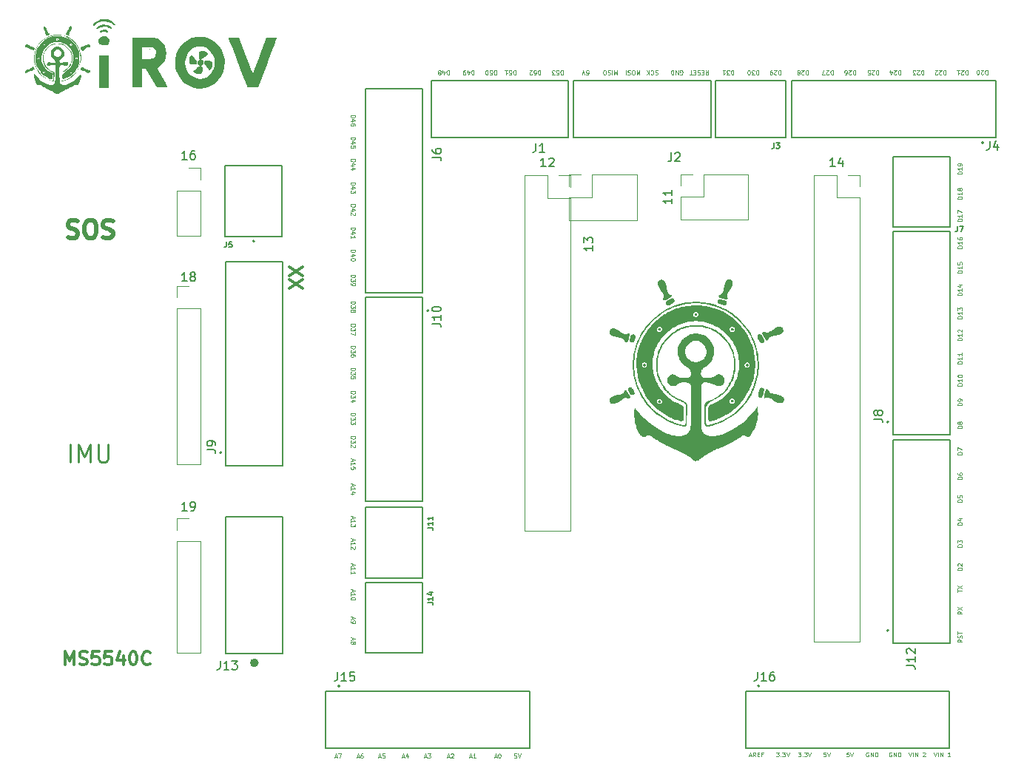
<source format=gbr>
%TF.GenerationSoftware,KiCad,Pcbnew,(6.0.9)*%
%TF.CreationDate,2023-02-05T01:27:45+02:00*%
%TF.ProjectId,Mega pro pins,4d656761-2070-4726-9f20-70696e732e6b,rev?*%
%TF.SameCoordinates,Original*%
%TF.FileFunction,Legend,Top*%
%TF.FilePolarity,Positive*%
%FSLAX46Y46*%
G04 Gerber Fmt 4.6, Leading zero omitted, Abs format (unit mm)*
G04 Created by KiCad (PCBNEW (6.0.9)) date 2023-02-05 01:27:45*
%MOMM*%
%LPD*%
G01*
G04 APERTURE LIST*
%ADD10C,0.125000*%
%ADD11C,0.500000*%
%ADD12C,0.250000*%
%ADD13C,0.300000*%
%ADD14C,0.150000*%
%ADD15C,0.075000*%
%ADD16C,0.127000*%
%ADD17C,0.200000*%
%ADD18C,0.120000*%
G04 APERTURE END LIST*
D10*
X127590561Y-160327190D02*
X127352466Y-160327190D01*
X127328657Y-160565285D01*
X127352466Y-160541476D01*
X127400085Y-160517666D01*
X127519133Y-160517666D01*
X127566752Y-160541476D01*
X127590561Y-160565285D01*
X127614371Y-160612904D01*
X127614371Y-160731952D01*
X127590561Y-160779571D01*
X127566752Y-160803380D01*
X127519133Y-160827190D01*
X127400085Y-160827190D01*
X127352466Y-160803380D01*
X127328657Y-160779571D01*
X127757228Y-160327190D02*
X127923895Y-160827190D01*
X128090561Y-160327190D01*
X108781066Y-129424161D02*
X108781066Y-129662257D01*
X108638209Y-129376542D02*
X109138209Y-129543209D01*
X108638209Y-129709876D01*
X108638209Y-130138447D02*
X108638209Y-129852733D01*
X108638209Y-129995590D02*
X109138209Y-129995590D01*
X109066780Y-129947971D01*
X109019161Y-129900352D01*
X108995352Y-129852733D01*
X108971542Y-130567019D02*
X108638209Y-130567019D01*
X109162019Y-130447971D02*
X108804876Y-130328923D01*
X108804876Y-130638447D01*
X125068057Y-160684333D02*
X125306152Y-160684333D01*
X125020438Y-160827190D02*
X125187104Y-160327190D01*
X125353771Y-160827190D01*
X125615676Y-160327190D02*
X125663295Y-160327190D01*
X125710914Y-160351000D01*
X125734723Y-160374809D01*
X125758533Y-160422428D01*
X125782342Y-160517666D01*
X125782342Y-160636714D01*
X125758533Y-160731952D01*
X125734723Y-160779571D01*
X125710914Y-160803380D01*
X125663295Y-160827190D01*
X125615676Y-160827190D01*
X125568057Y-160803380D01*
X125544247Y-160779571D01*
X125520438Y-160731952D01*
X125496628Y-160636714D01*
X125496628Y-160517666D01*
X125520438Y-160422428D01*
X125544247Y-160374809D01*
X125568057Y-160351000D01*
X125615676Y-160327190D01*
X178584990Y-99359142D02*
X178084990Y-99359142D01*
X178084990Y-99240095D01*
X178108800Y-99168666D01*
X178156419Y-99121047D01*
X178204038Y-99097238D01*
X178299276Y-99073428D01*
X178370704Y-99073428D01*
X178465942Y-99097238D01*
X178513561Y-99121047D01*
X178561180Y-99168666D01*
X178584990Y-99240095D01*
X178584990Y-99359142D01*
X178584990Y-98597238D02*
X178584990Y-98882952D01*
X178584990Y-98740095D02*
X178084990Y-98740095D01*
X178156419Y-98787714D01*
X178204038Y-98835333D01*
X178227847Y-98882952D01*
X178084990Y-98430571D02*
X178084990Y-98097238D01*
X178584990Y-98311523D01*
X159815304Y-160174790D02*
X160124828Y-160174790D01*
X159958161Y-160365266D01*
X160029590Y-160365266D01*
X160077209Y-160389076D01*
X160101019Y-160412885D01*
X160124828Y-160460504D01*
X160124828Y-160579552D01*
X160101019Y-160627171D01*
X160077209Y-160650980D01*
X160029590Y-160674790D01*
X159886733Y-160674790D01*
X159839114Y-160650980D01*
X159815304Y-160627171D01*
X160339114Y-160627171D02*
X160362923Y-160650980D01*
X160339114Y-160674790D01*
X160315304Y-160650980D01*
X160339114Y-160627171D01*
X160339114Y-160674790D01*
X160529590Y-160174790D02*
X160839114Y-160174790D01*
X160672447Y-160365266D01*
X160743876Y-160365266D01*
X160791495Y-160389076D01*
X160815304Y-160412885D01*
X160839114Y-160460504D01*
X160839114Y-160579552D01*
X160815304Y-160627171D01*
X160791495Y-160650980D01*
X160743876Y-160674790D01*
X160601019Y-160674790D01*
X160553400Y-160650980D01*
X160529590Y-160627171D01*
X160981971Y-160174790D02*
X161148638Y-160674790D01*
X161315304Y-160174790D01*
X111834657Y-160684333D02*
X112072752Y-160684333D01*
X111787038Y-160827190D02*
X111953704Y-160327190D01*
X112120371Y-160827190D01*
X112525133Y-160327190D02*
X112287038Y-160327190D01*
X112263228Y-160565285D01*
X112287038Y-160541476D01*
X112334657Y-160517666D01*
X112453704Y-160517666D01*
X112501323Y-160541476D01*
X112525133Y-160565285D01*
X112548942Y-160612904D01*
X112548942Y-160731952D01*
X112525133Y-160779571D01*
X112501323Y-160803380D01*
X112453704Y-160827190D01*
X112334657Y-160827190D01*
X112287038Y-160803380D01*
X112263228Y-160779571D01*
X175325209Y-160174790D02*
X175491876Y-160674790D01*
X175658542Y-160174790D01*
X175825209Y-160674790D02*
X175825209Y-160174790D01*
X176063304Y-160674790D02*
X176063304Y-160174790D01*
X176349019Y-160674790D01*
X176349019Y-160174790D01*
X177229971Y-160674790D02*
X176944257Y-160674790D01*
X177087114Y-160674790D02*
X177087114Y-160174790D01*
X177039495Y-160246219D01*
X176991876Y-160293838D01*
X176944257Y-160317647D01*
X119657857Y-160684333D02*
X119895952Y-160684333D01*
X119610238Y-160827190D02*
X119776904Y-160327190D01*
X119943571Y-160827190D01*
X120086428Y-160374809D02*
X120110238Y-160351000D01*
X120157857Y-160327190D01*
X120276904Y-160327190D01*
X120324523Y-160351000D01*
X120348333Y-160374809D01*
X120372142Y-160422428D01*
X120372142Y-160470047D01*
X120348333Y-160541476D01*
X120062619Y-160827190D01*
X120372142Y-160827190D01*
X178584990Y-126070447D02*
X178084990Y-126070447D01*
X178084990Y-125951400D01*
X178108800Y-125879971D01*
X178156419Y-125832352D01*
X178204038Y-125808542D01*
X178299276Y-125784733D01*
X178370704Y-125784733D01*
X178465942Y-125808542D01*
X178513561Y-125832352D01*
X178561180Y-125879971D01*
X178584990Y-125951400D01*
X178584990Y-126070447D01*
X178084990Y-125618066D02*
X178084990Y-125284733D01*
X178584990Y-125499019D01*
X130324942Y-82066609D02*
X130324942Y-82566609D01*
X130205895Y-82566609D01*
X130134466Y-82542800D01*
X130086847Y-82495180D01*
X130063038Y-82447561D01*
X130039228Y-82352323D01*
X130039228Y-82280895D01*
X130063038Y-82185657D01*
X130086847Y-82138038D01*
X130134466Y-82090419D01*
X130205895Y-82066609D01*
X130324942Y-82066609D01*
X129586847Y-82566609D02*
X129824942Y-82566609D01*
X129848752Y-82328514D01*
X129824942Y-82352323D01*
X129777323Y-82376133D01*
X129658276Y-82376133D01*
X129610657Y-82352323D01*
X129586847Y-82328514D01*
X129563038Y-82280895D01*
X129563038Y-82161847D01*
X129586847Y-82114228D01*
X129610657Y-82090419D01*
X129658276Y-82066609D01*
X129777323Y-82066609D01*
X129824942Y-82090419D01*
X129848752Y-82114228D01*
X129372561Y-82518990D02*
X129348752Y-82542800D01*
X129301133Y-82566609D01*
X129182085Y-82566609D01*
X129134466Y-82542800D01*
X129110657Y-82518990D01*
X129086847Y-82471371D01*
X129086847Y-82423752D01*
X129110657Y-82352323D01*
X129396371Y-82066609D01*
X129086847Y-82066609D01*
X178584990Y-123073247D02*
X178084990Y-123073247D01*
X178084990Y-122954200D01*
X178108800Y-122882771D01*
X178156419Y-122835152D01*
X178204038Y-122811342D01*
X178299276Y-122787533D01*
X178370704Y-122787533D01*
X178465942Y-122811342D01*
X178513561Y-122835152D01*
X178561180Y-122882771D01*
X178584990Y-122954200D01*
X178584990Y-123073247D01*
X178299276Y-122501819D02*
X178275466Y-122549438D01*
X178251657Y-122573247D01*
X178204038Y-122597057D01*
X178180228Y-122597057D01*
X178132609Y-122573247D01*
X178108800Y-122549438D01*
X178084990Y-122501819D01*
X178084990Y-122406580D01*
X178108800Y-122358961D01*
X178132609Y-122335152D01*
X178180228Y-122311342D01*
X178204038Y-122311342D01*
X178251657Y-122335152D01*
X178275466Y-122358961D01*
X178299276Y-122406580D01*
X178299276Y-122501819D01*
X178323085Y-122549438D01*
X178346895Y-122573247D01*
X178394514Y-122597057D01*
X178489752Y-122597057D01*
X178537371Y-122573247D01*
X178561180Y-122549438D01*
X178584990Y-122501819D01*
X178584990Y-122406580D01*
X178561180Y-122358961D01*
X178537371Y-122335152D01*
X178489752Y-122311342D01*
X178394514Y-122311342D01*
X178346895Y-122335152D01*
X178323085Y-122358961D01*
X178299276Y-122406580D01*
X178584990Y-131480647D02*
X178084990Y-131480647D01*
X178084990Y-131361600D01*
X178108800Y-131290171D01*
X178156419Y-131242552D01*
X178204038Y-131218742D01*
X178299276Y-131194933D01*
X178370704Y-131194933D01*
X178465942Y-131218742D01*
X178513561Y-131242552D01*
X178561180Y-131290171D01*
X178584990Y-131361600D01*
X178584990Y-131480647D01*
X178084990Y-130742552D02*
X178084990Y-130980647D01*
X178323085Y-131004457D01*
X178299276Y-130980647D01*
X178275466Y-130933028D01*
X178275466Y-130813980D01*
X178299276Y-130766361D01*
X178323085Y-130742552D01*
X178370704Y-130718742D01*
X178489752Y-130718742D01*
X178537371Y-130742552D01*
X178561180Y-130766361D01*
X178584990Y-130813980D01*
X178584990Y-130933028D01*
X178561180Y-130980647D01*
X178537371Y-131004457D01*
X108638209Y-113664257D02*
X109138209Y-113664257D01*
X109138209Y-113783304D01*
X109114400Y-113854733D01*
X109066780Y-113902352D01*
X109019161Y-113926161D01*
X108923923Y-113949971D01*
X108852495Y-113949971D01*
X108757257Y-113926161D01*
X108709638Y-113902352D01*
X108662019Y-113854733D01*
X108638209Y-113783304D01*
X108638209Y-113664257D01*
X109138209Y-114116638D02*
X109138209Y-114426161D01*
X108947733Y-114259495D01*
X108947733Y-114330923D01*
X108923923Y-114378542D01*
X108900114Y-114402352D01*
X108852495Y-114426161D01*
X108733447Y-114426161D01*
X108685828Y-114402352D01*
X108662019Y-114378542D01*
X108638209Y-114330923D01*
X108638209Y-114188066D01*
X108662019Y-114140447D01*
X108685828Y-114116638D01*
X109138209Y-114854733D02*
X109138209Y-114759495D01*
X109114400Y-114711876D01*
X109090590Y-114688066D01*
X109019161Y-114640447D01*
X108923923Y-114616638D01*
X108733447Y-114616638D01*
X108685828Y-114640447D01*
X108662019Y-114664257D01*
X108638209Y-114711876D01*
X108638209Y-114807114D01*
X108662019Y-114854733D01*
X108685828Y-114878542D01*
X108733447Y-114902352D01*
X108852495Y-114902352D01*
X108900114Y-114878542D01*
X108923923Y-114854733D01*
X108947733Y-114807114D01*
X108947733Y-114711876D01*
X108923923Y-114664257D01*
X108900114Y-114640447D01*
X108852495Y-114616638D01*
X162972761Y-160174790D02*
X162734666Y-160174790D01*
X162710857Y-160412885D01*
X162734666Y-160389076D01*
X162782285Y-160365266D01*
X162901333Y-160365266D01*
X162948952Y-160389076D01*
X162972761Y-160412885D01*
X162996571Y-160460504D01*
X162996571Y-160579552D01*
X162972761Y-160627171D01*
X162948952Y-160650980D01*
X162901333Y-160674790D01*
X162782285Y-160674790D01*
X162734666Y-160650980D01*
X162710857Y-160627171D01*
X163139428Y-160174790D02*
X163306095Y-160674790D01*
X163472761Y-160174790D01*
X143746457Y-82090419D02*
X143675028Y-82066609D01*
X143555980Y-82066609D01*
X143508361Y-82090419D01*
X143484552Y-82114228D01*
X143460742Y-82161847D01*
X143460742Y-82209466D01*
X143484552Y-82257085D01*
X143508361Y-82280895D01*
X143555980Y-82304704D01*
X143651219Y-82328514D01*
X143698838Y-82352323D01*
X143722647Y-82376133D01*
X143746457Y-82423752D01*
X143746457Y-82471371D01*
X143722647Y-82518990D01*
X143698838Y-82542800D01*
X143651219Y-82566609D01*
X143532171Y-82566609D01*
X143460742Y-82542800D01*
X142960742Y-82114228D02*
X142984552Y-82090419D01*
X143055980Y-82066609D01*
X143103600Y-82066609D01*
X143175028Y-82090419D01*
X143222647Y-82138038D01*
X143246457Y-82185657D01*
X143270266Y-82280895D01*
X143270266Y-82352323D01*
X143246457Y-82447561D01*
X143222647Y-82495180D01*
X143175028Y-82542800D01*
X143103600Y-82566609D01*
X143055980Y-82566609D01*
X142984552Y-82542800D01*
X142960742Y-82518990D01*
X142746457Y-82066609D02*
X142746457Y-82566609D01*
X142460742Y-82066609D02*
X142675028Y-82352323D01*
X142460742Y-82566609D02*
X142746457Y-82280895D01*
X108638209Y-100075257D02*
X109138209Y-100075257D01*
X109138209Y-100194304D01*
X109114400Y-100265733D01*
X109066780Y-100313352D01*
X109019161Y-100337161D01*
X108923923Y-100360971D01*
X108852495Y-100360971D01*
X108757257Y-100337161D01*
X108709638Y-100313352D01*
X108662019Y-100265733D01*
X108638209Y-100194304D01*
X108638209Y-100075257D01*
X108971542Y-100789542D02*
X108638209Y-100789542D01*
X109162019Y-100670495D02*
X108804876Y-100551447D01*
X108804876Y-100860971D01*
X108638209Y-101313352D02*
X108638209Y-101027638D01*
X108638209Y-101170495D02*
X109138209Y-101170495D01*
X109066780Y-101122876D01*
X109019161Y-101075257D01*
X108995352Y-101027638D01*
X178584990Y-115665942D02*
X178084990Y-115665942D01*
X178084990Y-115546895D01*
X178108800Y-115475466D01*
X178156419Y-115427847D01*
X178204038Y-115404038D01*
X178299276Y-115380228D01*
X178370704Y-115380228D01*
X178465942Y-115404038D01*
X178513561Y-115427847D01*
X178561180Y-115475466D01*
X178584990Y-115546895D01*
X178584990Y-115665942D01*
X178584990Y-114904038D02*
X178584990Y-115189752D01*
X178584990Y-115046895D02*
X178084990Y-115046895D01*
X178156419Y-115094514D01*
X178204038Y-115142133D01*
X178227847Y-115189752D01*
X178584990Y-114427847D02*
X178584990Y-114713561D01*
X178584990Y-114570704D02*
X178084990Y-114570704D01*
X178156419Y-114618323D01*
X178204038Y-114665942D01*
X178227847Y-114713561D01*
X171523742Y-82066609D02*
X171523742Y-82566609D01*
X171404695Y-82566609D01*
X171333266Y-82542800D01*
X171285647Y-82495180D01*
X171261838Y-82447561D01*
X171238028Y-82352323D01*
X171238028Y-82280895D01*
X171261838Y-82185657D01*
X171285647Y-82138038D01*
X171333266Y-82090419D01*
X171404695Y-82066609D01*
X171523742Y-82066609D01*
X171047552Y-82518990D02*
X171023742Y-82542800D01*
X170976123Y-82566609D01*
X170857076Y-82566609D01*
X170809457Y-82542800D01*
X170785647Y-82518990D01*
X170761838Y-82471371D01*
X170761838Y-82423752D01*
X170785647Y-82352323D01*
X171071361Y-82066609D01*
X170761838Y-82066609D01*
X170333266Y-82399942D02*
X170333266Y-82066609D01*
X170452314Y-82590419D02*
X170571361Y-82233276D01*
X170261838Y-82233276D01*
X109320057Y-160684333D02*
X109558152Y-160684333D01*
X109272438Y-160827190D02*
X109439104Y-160327190D01*
X109605771Y-160827190D01*
X109986723Y-160327190D02*
X109891485Y-160327190D01*
X109843866Y-160351000D01*
X109820057Y-160374809D01*
X109772438Y-160446238D01*
X109748628Y-160541476D01*
X109748628Y-160731952D01*
X109772438Y-160779571D01*
X109796247Y-160803380D01*
X109843866Y-160827190D01*
X109939104Y-160827190D01*
X109986723Y-160803380D01*
X110010533Y-160779571D01*
X110034342Y-160731952D01*
X110034342Y-160612904D01*
X110010533Y-160565285D01*
X109986723Y-160541476D01*
X109939104Y-160517666D01*
X109843866Y-160517666D01*
X109796247Y-160541476D01*
X109772438Y-160565285D01*
X109748628Y-160612904D01*
X170510247Y-160198600D02*
X170462628Y-160174790D01*
X170391200Y-160174790D01*
X170319771Y-160198600D01*
X170272152Y-160246219D01*
X170248342Y-160293838D01*
X170224533Y-160389076D01*
X170224533Y-160460504D01*
X170248342Y-160555742D01*
X170272152Y-160603361D01*
X170319771Y-160650980D01*
X170391200Y-160674790D01*
X170438819Y-160674790D01*
X170510247Y-160650980D01*
X170534057Y-160627171D01*
X170534057Y-160460504D01*
X170438819Y-160460504D01*
X170748342Y-160674790D02*
X170748342Y-160174790D01*
X171034057Y-160674790D01*
X171034057Y-160174790D01*
X171272152Y-160674790D02*
X171272152Y-160174790D01*
X171391200Y-160174790D01*
X171462628Y-160198600D01*
X171510247Y-160246219D01*
X171534057Y-160293838D01*
X171557866Y-160389076D01*
X171557866Y-160460504D01*
X171534057Y-160555742D01*
X171510247Y-160603361D01*
X171462628Y-160650980D01*
X171391200Y-160674790D01*
X171272152Y-160674790D01*
X132890342Y-82066609D02*
X132890342Y-82566609D01*
X132771295Y-82566609D01*
X132699866Y-82542800D01*
X132652247Y-82495180D01*
X132628438Y-82447561D01*
X132604628Y-82352323D01*
X132604628Y-82280895D01*
X132628438Y-82185657D01*
X132652247Y-82138038D01*
X132699866Y-82090419D01*
X132771295Y-82066609D01*
X132890342Y-82066609D01*
X132152247Y-82566609D02*
X132390342Y-82566609D01*
X132414152Y-82328514D01*
X132390342Y-82352323D01*
X132342723Y-82376133D01*
X132223676Y-82376133D01*
X132176057Y-82352323D01*
X132152247Y-82328514D01*
X132128438Y-82280895D01*
X132128438Y-82161847D01*
X132152247Y-82114228D01*
X132176057Y-82090419D01*
X132223676Y-82066609D01*
X132342723Y-82066609D01*
X132390342Y-82090419D01*
X132414152Y-82114228D01*
X131961771Y-82566609D02*
X131652247Y-82566609D01*
X131818914Y-82376133D01*
X131747485Y-82376133D01*
X131699866Y-82352323D01*
X131676057Y-82328514D01*
X131652247Y-82280895D01*
X131652247Y-82161847D01*
X131676057Y-82114228D01*
X131699866Y-82090419D01*
X131747485Y-82066609D01*
X131890342Y-82066609D01*
X131937961Y-82090419D01*
X131961771Y-82114228D01*
X181480542Y-82044409D02*
X181480542Y-82544409D01*
X181361495Y-82544409D01*
X181290066Y-82520600D01*
X181242447Y-82472980D01*
X181218638Y-82425361D01*
X181194828Y-82330123D01*
X181194828Y-82258695D01*
X181218638Y-82163457D01*
X181242447Y-82115838D01*
X181290066Y-82068219D01*
X181361495Y-82044409D01*
X181480542Y-82044409D01*
X181004352Y-82496790D02*
X180980542Y-82520600D01*
X180932923Y-82544409D01*
X180813876Y-82544409D01*
X180766257Y-82520600D01*
X180742447Y-82496790D01*
X180718638Y-82449171D01*
X180718638Y-82401552D01*
X180742447Y-82330123D01*
X181028161Y-82044409D01*
X180718638Y-82044409D01*
X180409114Y-82544409D02*
X180361495Y-82544409D01*
X180313876Y-82520600D01*
X180290066Y-82496790D01*
X180266257Y-82449171D01*
X180242447Y-82353933D01*
X180242447Y-82234885D01*
X180266257Y-82139647D01*
X180290066Y-82092028D01*
X180313876Y-82068219D01*
X180361495Y-82044409D01*
X180409114Y-82044409D01*
X180456733Y-82068219D01*
X180480542Y-82092028D01*
X180504352Y-82139647D01*
X180528161Y-82234885D01*
X180528161Y-82353933D01*
X180504352Y-82449171D01*
X180480542Y-82496790D01*
X180456733Y-82520600D01*
X180409114Y-82544409D01*
X122223257Y-160684333D02*
X122461352Y-160684333D01*
X122175638Y-160827190D02*
X122342304Y-160327190D01*
X122508971Y-160827190D01*
X122937542Y-160827190D02*
X122651828Y-160827190D01*
X122794685Y-160827190D02*
X122794685Y-160327190D01*
X122747066Y-160398619D01*
X122699447Y-160446238D01*
X122651828Y-160470047D01*
X172480409Y-160174790D02*
X172647076Y-160674790D01*
X172813742Y-160174790D01*
X172980409Y-160674790D02*
X172980409Y-160174790D01*
X173218504Y-160674790D02*
X173218504Y-160174790D01*
X173504219Y-160674790D01*
X173504219Y-160174790D01*
X174099457Y-160222409D02*
X174123266Y-160198600D01*
X174170885Y-160174790D01*
X174289933Y-160174790D01*
X174337552Y-160198600D01*
X174361361Y-160222409D01*
X174385171Y-160270028D01*
X174385171Y-160317647D01*
X174361361Y-160389076D01*
X174075647Y-160674790D01*
X174385171Y-160674790D01*
X166367542Y-82066609D02*
X166367542Y-82566609D01*
X166248495Y-82566609D01*
X166177066Y-82542800D01*
X166129447Y-82495180D01*
X166105638Y-82447561D01*
X166081828Y-82352323D01*
X166081828Y-82280895D01*
X166105638Y-82185657D01*
X166129447Y-82138038D01*
X166177066Y-82090419D01*
X166248495Y-82066609D01*
X166367542Y-82066609D01*
X165891352Y-82518990D02*
X165867542Y-82542800D01*
X165819923Y-82566609D01*
X165700876Y-82566609D01*
X165653257Y-82542800D01*
X165629447Y-82518990D01*
X165605638Y-82471371D01*
X165605638Y-82423752D01*
X165629447Y-82352323D01*
X165915161Y-82066609D01*
X165605638Y-82066609D01*
X165177066Y-82566609D02*
X165272304Y-82566609D01*
X165319923Y-82542800D01*
X165343733Y-82518990D01*
X165391352Y-82447561D01*
X165415161Y-82352323D01*
X165415161Y-82161847D01*
X165391352Y-82114228D01*
X165367542Y-82090419D01*
X165319923Y-82066609D01*
X165224685Y-82066609D01*
X165177066Y-82090419D01*
X165153257Y-82114228D01*
X165129447Y-82161847D01*
X165129447Y-82280895D01*
X165153257Y-82328514D01*
X165177066Y-82352323D01*
X165224685Y-82376133D01*
X165319923Y-82376133D01*
X165367542Y-82352323D01*
X165391352Y-82328514D01*
X165415161Y-82280895D01*
X108781066Y-126579361D02*
X108781066Y-126817457D01*
X108638209Y-126531742D02*
X109138209Y-126698409D01*
X108638209Y-126865076D01*
X108638209Y-127293647D02*
X108638209Y-127007933D01*
X108638209Y-127150790D02*
X109138209Y-127150790D01*
X109066780Y-127103171D01*
X109019161Y-127055552D01*
X108995352Y-127007933D01*
X109138209Y-127746028D02*
X109138209Y-127507933D01*
X108900114Y-127484123D01*
X108923923Y-127507933D01*
X108947733Y-127555552D01*
X108947733Y-127674600D01*
X108923923Y-127722219D01*
X108900114Y-127746028D01*
X108852495Y-127769838D01*
X108733447Y-127769838D01*
X108685828Y-127746028D01*
X108662019Y-127722219D01*
X108638209Y-127674600D01*
X108638209Y-127555552D01*
X108662019Y-127507933D01*
X108685828Y-127484123D01*
X146329352Y-82542800D02*
X146376971Y-82566609D01*
X146448400Y-82566609D01*
X146519828Y-82542800D01*
X146567447Y-82495180D01*
X146591257Y-82447561D01*
X146615066Y-82352323D01*
X146615066Y-82280895D01*
X146591257Y-82185657D01*
X146567447Y-82138038D01*
X146519828Y-82090419D01*
X146448400Y-82066609D01*
X146400780Y-82066609D01*
X146329352Y-82090419D01*
X146305542Y-82114228D01*
X146305542Y-82280895D01*
X146400780Y-82280895D01*
X146091257Y-82066609D02*
X146091257Y-82566609D01*
X145805542Y-82066609D01*
X145805542Y-82566609D01*
X145567447Y-82066609D02*
X145567447Y-82566609D01*
X145448400Y-82566609D01*
X145376971Y-82542800D01*
X145329352Y-82495180D01*
X145305542Y-82447561D01*
X145281733Y-82352323D01*
X145281733Y-82280895D01*
X145305542Y-82185657D01*
X145329352Y-82138038D01*
X145376971Y-82090419D01*
X145448400Y-82066609D01*
X145567447Y-82066609D01*
X178584990Y-93948942D02*
X178084990Y-93948942D01*
X178084990Y-93829895D01*
X178108800Y-93758466D01*
X178156419Y-93710847D01*
X178204038Y-93687038D01*
X178299276Y-93663228D01*
X178370704Y-93663228D01*
X178465942Y-93687038D01*
X178513561Y-93710847D01*
X178561180Y-93758466D01*
X178584990Y-93829895D01*
X178584990Y-93948942D01*
X178584990Y-93187038D02*
X178584990Y-93472752D01*
X178584990Y-93329895D02*
X178084990Y-93329895D01*
X178156419Y-93377514D01*
X178204038Y-93425133D01*
X178227847Y-93472752D01*
X178584990Y-92948942D02*
X178584990Y-92853704D01*
X178561180Y-92806085D01*
X178537371Y-92782276D01*
X178465942Y-92734657D01*
X178370704Y-92710847D01*
X178180228Y-92710847D01*
X178132609Y-92734657D01*
X178108800Y-92758466D01*
X178084990Y-92806085D01*
X178084990Y-92901323D01*
X178108800Y-92948942D01*
X178132609Y-92972752D01*
X178180228Y-92996561D01*
X178299276Y-92996561D01*
X178346895Y-92972752D01*
X178370704Y-92948942D01*
X178394514Y-92901323D01*
X178394514Y-92806085D01*
X178370704Y-92758466D01*
X178346895Y-92734657D01*
X178299276Y-92710847D01*
X178584990Y-118180542D02*
X178084990Y-118180542D01*
X178084990Y-118061495D01*
X178108800Y-117990066D01*
X178156419Y-117942447D01*
X178204038Y-117918638D01*
X178299276Y-117894828D01*
X178370704Y-117894828D01*
X178465942Y-117918638D01*
X178513561Y-117942447D01*
X178561180Y-117990066D01*
X178584990Y-118061495D01*
X178584990Y-118180542D01*
X178584990Y-117418638D02*
X178584990Y-117704352D01*
X178584990Y-117561495D02*
X178084990Y-117561495D01*
X178156419Y-117609114D01*
X178204038Y-117656733D01*
X178227847Y-117704352D01*
X178084990Y-117109114D02*
X178084990Y-117061495D01*
X178108800Y-117013876D01*
X178132609Y-116990066D01*
X178180228Y-116966257D01*
X178275466Y-116942447D01*
X178394514Y-116942447D01*
X178489752Y-116966257D01*
X178537371Y-116990066D01*
X178561180Y-117013876D01*
X178584990Y-117061495D01*
X178584990Y-117109114D01*
X178561180Y-117156733D01*
X178537371Y-117180542D01*
X178489752Y-117204352D01*
X178394514Y-117228161D01*
X178275466Y-117228161D01*
X178180228Y-117204352D01*
X178132609Y-117180542D01*
X178108800Y-117156733D01*
X178084990Y-117109114D01*
X108638209Y-118845857D02*
X109138209Y-118845857D01*
X109138209Y-118964904D01*
X109114400Y-119036333D01*
X109066780Y-119083952D01*
X109019161Y-119107761D01*
X108923923Y-119131571D01*
X108852495Y-119131571D01*
X108757257Y-119107761D01*
X108709638Y-119083952D01*
X108662019Y-119036333D01*
X108638209Y-118964904D01*
X108638209Y-118845857D01*
X109138209Y-119298238D02*
X109138209Y-119607761D01*
X108947733Y-119441095D01*
X108947733Y-119512523D01*
X108923923Y-119560142D01*
X108900114Y-119583952D01*
X108852495Y-119607761D01*
X108733447Y-119607761D01*
X108685828Y-119583952D01*
X108662019Y-119560142D01*
X108638209Y-119512523D01*
X108638209Y-119369666D01*
X108662019Y-119322047D01*
X108685828Y-119298238D01*
X108971542Y-120036333D02*
X108638209Y-120036333D01*
X109162019Y-119917285D02*
X108804876Y-119798238D01*
X108804876Y-120107761D01*
X152422942Y-82066609D02*
X152422942Y-82566609D01*
X152303895Y-82566609D01*
X152232466Y-82542800D01*
X152184847Y-82495180D01*
X152161038Y-82447561D01*
X152137228Y-82352323D01*
X152137228Y-82280895D01*
X152161038Y-82185657D01*
X152184847Y-82138038D01*
X152232466Y-82090419D01*
X152303895Y-82066609D01*
X152422942Y-82066609D01*
X151970561Y-82566609D02*
X151661038Y-82566609D01*
X151827704Y-82376133D01*
X151756276Y-82376133D01*
X151708657Y-82352323D01*
X151684847Y-82328514D01*
X151661038Y-82280895D01*
X151661038Y-82161847D01*
X151684847Y-82114228D01*
X151708657Y-82090419D01*
X151756276Y-82066609D01*
X151899133Y-82066609D01*
X151946752Y-82090419D01*
X151970561Y-82114228D01*
X151184847Y-82066609D02*
X151470561Y-82066609D01*
X151327704Y-82066609D02*
X151327704Y-82566609D01*
X151375323Y-82495180D01*
X151422942Y-82447561D01*
X151470561Y-82423752D01*
X108781066Y-141539961D02*
X108781066Y-141778057D01*
X108638209Y-141492342D02*
X109138209Y-141659009D01*
X108638209Y-141825676D01*
X108638209Y-142254247D02*
X108638209Y-141968533D01*
X108638209Y-142111390D02*
X109138209Y-142111390D01*
X109066780Y-142063771D01*
X109019161Y-142016152D01*
X108995352Y-141968533D01*
X109138209Y-142563771D02*
X109138209Y-142611390D01*
X109114400Y-142659009D01*
X109090590Y-142682819D01*
X109042971Y-142706628D01*
X108947733Y-142730438D01*
X108828685Y-142730438D01*
X108733447Y-142706628D01*
X108685828Y-142682819D01*
X108662019Y-142659009D01*
X108638209Y-142611390D01*
X108638209Y-142563771D01*
X108662019Y-142516152D01*
X108685828Y-142492342D01*
X108733447Y-142468533D01*
X108828685Y-142444723D01*
X108947733Y-142444723D01*
X109042971Y-142468533D01*
X109090590Y-142492342D01*
X109114400Y-142516152D01*
X109138209Y-142563771D01*
X157833142Y-82066609D02*
X157833142Y-82566609D01*
X157714095Y-82566609D01*
X157642666Y-82542800D01*
X157595047Y-82495180D01*
X157571238Y-82447561D01*
X157547428Y-82352323D01*
X157547428Y-82280895D01*
X157571238Y-82185657D01*
X157595047Y-82138038D01*
X157642666Y-82090419D01*
X157714095Y-82066609D01*
X157833142Y-82066609D01*
X157356952Y-82518990D02*
X157333142Y-82542800D01*
X157285523Y-82566609D01*
X157166476Y-82566609D01*
X157118857Y-82542800D01*
X157095047Y-82518990D01*
X157071238Y-82471371D01*
X157071238Y-82423752D01*
X157095047Y-82352323D01*
X157380761Y-82066609D01*
X157071238Y-82066609D01*
X156833142Y-82066609D02*
X156737904Y-82066609D01*
X156690285Y-82090419D01*
X156666476Y-82114228D01*
X156618857Y-82185657D01*
X156595047Y-82280895D01*
X156595047Y-82471371D01*
X156618857Y-82518990D01*
X156642666Y-82542800D01*
X156690285Y-82566609D01*
X156785523Y-82566609D01*
X156833142Y-82542800D01*
X156856952Y-82518990D01*
X156880761Y-82471371D01*
X156880761Y-82352323D01*
X156856952Y-82304704D01*
X156833142Y-82280895D01*
X156785523Y-82257085D01*
X156690285Y-82257085D01*
X156642666Y-82280895D01*
X156618857Y-82304704D01*
X156595047Y-82352323D01*
X169009142Y-82066609D02*
X169009142Y-82566609D01*
X168890095Y-82566609D01*
X168818666Y-82542800D01*
X168771047Y-82495180D01*
X168747238Y-82447561D01*
X168723428Y-82352323D01*
X168723428Y-82280895D01*
X168747238Y-82185657D01*
X168771047Y-82138038D01*
X168818666Y-82090419D01*
X168890095Y-82066609D01*
X169009142Y-82066609D01*
X168532952Y-82518990D02*
X168509142Y-82542800D01*
X168461523Y-82566609D01*
X168342476Y-82566609D01*
X168294857Y-82542800D01*
X168271047Y-82518990D01*
X168247238Y-82471371D01*
X168247238Y-82423752D01*
X168271047Y-82352323D01*
X168556761Y-82066609D01*
X168247238Y-82066609D01*
X167794857Y-82566609D02*
X168032952Y-82566609D01*
X168056761Y-82328514D01*
X168032952Y-82352323D01*
X167985333Y-82376133D01*
X167866285Y-82376133D01*
X167818666Y-82352323D01*
X167794857Y-82328514D01*
X167771047Y-82280895D01*
X167771047Y-82161847D01*
X167794857Y-82114228D01*
X167818666Y-82090419D01*
X167866285Y-82066609D01*
X167985333Y-82066609D01*
X168032952Y-82090419D01*
X168056761Y-82114228D01*
X157300704Y-160174790D02*
X157610228Y-160174790D01*
X157443561Y-160365266D01*
X157514990Y-160365266D01*
X157562609Y-160389076D01*
X157586419Y-160412885D01*
X157610228Y-160460504D01*
X157610228Y-160579552D01*
X157586419Y-160627171D01*
X157562609Y-160650980D01*
X157514990Y-160674790D01*
X157372133Y-160674790D01*
X157324514Y-160650980D01*
X157300704Y-160627171D01*
X157824514Y-160627171D02*
X157848323Y-160650980D01*
X157824514Y-160674790D01*
X157800704Y-160650980D01*
X157824514Y-160627171D01*
X157824514Y-160674790D01*
X158014990Y-160174790D02*
X158324514Y-160174790D01*
X158157847Y-160365266D01*
X158229276Y-160365266D01*
X158276895Y-160389076D01*
X158300704Y-160412885D01*
X158324514Y-160460504D01*
X158324514Y-160579552D01*
X158300704Y-160627171D01*
X158276895Y-160650980D01*
X158229276Y-160674790D01*
X158086419Y-160674790D01*
X158038800Y-160650980D01*
X158014990Y-160627171D01*
X158467371Y-160174790D02*
X158634038Y-160674790D01*
X158800704Y-160174790D01*
X117016257Y-160684333D02*
X117254352Y-160684333D01*
X116968638Y-160827190D02*
X117135304Y-160327190D01*
X117301971Y-160827190D01*
X117421019Y-160327190D02*
X117730542Y-160327190D01*
X117563876Y-160517666D01*
X117635304Y-160517666D01*
X117682923Y-160541476D01*
X117706733Y-160565285D01*
X117730542Y-160612904D01*
X117730542Y-160731952D01*
X117706733Y-160779571D01*
X117682923Y-160803380D01*
X117635304Y-160827190D01*
X117492447Y-160827190D01*
X117444828Y-160803380D01*
X117421019Y-160779571D01*
X165639761Y-160174790D02*
X165401666Y-160174790D01*
X165377857Y-160412885D01*
X165401666Y-160389076D01*
X165449285Y-160365266D01*
X165568333Y-160365266D01*
X165615952Y-160389076D01*
X165639761Y-160412885D01*
X165663571Y-160460504D01*
X165663571Y-160579552D01*
X165639761Y-160627171D01*
X165615952Y-160650980D01*
X165568333Y-160674790D01*
X165449285Y-160674790D01*
X165401666Y-160650980D01*
X165377857Y-160627171D01*
X165806428Y-160174790D02*
X165973095Y-160674790D01*
X166139761Y-160174790D01*
X125270342Y-82066609D02*
X125270342Y-82566609D01*
X125151295Y-82566609D01*
X125079866Y-82542800D01*
X125032247Y-82495180D01*
X125008438Y-82447561D01*
X124984628Y-82352323D01*
X124984628Y-82280895D01*
X125008438Y-82185657D01*
X125032247Y-82138038D01*
X125079866Y-82090419D01*
X125151295Y-82066609D01*
X125270342Y-82066609D01*
X124532247Y-82566609D02*
X124770342Y-82566609D01*
X124794152Y-82328514D01*
X124770342Y-82352323D01*
X124722723Y-82376133D01*
X124603676Y-82376133D01*
X124556057Y-82352323D01*
X124532247Y-82328514D01*
X124508438Y-82280895D01*
X124508438Y-82161847D01*
X124532247Y-82114228D01*
X124556057Y-82090419D01*
X124603676Y-82066609D01*
X124722723Y-82066609D01*
X124770342Y-82090419D01*
X124794152Y-82114228D01*
X124198914Y-82566609D02*
X124151295Y-82566609D01*
X124103676Y-82542800D01*
X124079866Y-82518990D01*
X124056057Y-82471371D01*
X124032247Y-82376133D01*
X124032247Y-82257085D01*
X124056057Y-82161847D01*
X124079866Y-82114228D01*
X124103676Y-82090419D01*
X124151295Y-82066609D01*
X124198914Y-82066609D01*
X124246533Y-82090419D01*
X124270342Y-82114228D01*
X124294152Y-82161847D01*
X124317961Y-82257085D01*
X124317961Y-82376133D01*
X124294152Y-82471371D01*
X124270342Y-82518990D01*
X124246533Y-82542800D01*
X124198914Y-82566609D01*
X163802142Y-82066609D02*
X163802142Y-82566609D01*
X163683095Y-82566609D01*
X163611666Y-82542800D01*
X163564047Y-82495180D01*
X163540238Y-82447561D01*
X163516428Y-82352323D01*
X163516428Y-82280895D01*
X163540238Y-82185657D01*
X163564047Y-82138038D01*
X163611666Y-82090419D01*
X163683095Y-82066609D01*
X163802142Y-82066609D01*
X163325952Y-82518990D02*
X163302142Y-82542800D01*
X163254523Y-82566609D01*
X163135476Y-82566609D01*
X163087857Y-82542800D01*
X163064047Y-82518990D01*
X163040238Y-82471371D01*
X163040238Y-82423752D01*
X163064047Y-82352323D01*
X163349761Y-82066609D01*
X163040238Y-82066609D01*
X162873571Y-82566609D02*
X162540238Y-82566609D01*
X162754523Y-82066609D01*
X108638209Y-92252057D02*
X109138209Y-92252057D01*
X109138209Y-92371104D01*
X109114400Y-92442533D01*
X109066780Y-92490152D01*
X109019161Y-92513961D01*
X108923923Y-92537771D01*
X108852495Y-92537771D01*
X108757257Y-92513961D01*
X108709638Y-92490152D01*
X108662019Y-92442533D01*
X108638209Y-92371104D01*
X108638209Y-92252057D01*
X108971542Y-92966342D02*
X108638209Y-92966342D01*
X109162019Y-92847295D02*
X108804876Y-92728247D01*
X108804876Y-93037771D01*
X108971542Y-93442533D02*
X108638209Y-93442533D01*
X109162019Y-93323485D02*
X108804876Y-93204438D01*
X108804876Y-93513961D01*
X178584990Y-144047333D02*
X178346895Y-144214000D01*
X178584990Y-144333047D02*
X178084990Y-144333047D01*
X178084990Y-144142571D01*
X178108800Y-144094952D01*
X178132609Y-144071142D01*
X178180228Y-144047333D01*
X178251657Y-144047333D01*
X178299276Y-144071142D01*
X178323085Y-144094952D01*
X178346895Y-144142571D01*
X178346895Y-144333047D01*
X178084990Y-143880666D02*
X178584990Y-143547333D01*
X178084990Y-143547333D02*
X178584990Y-143880666D01*
X178584990Y-107842742D02*
X178084990Y-107842742D01*
X178084990Y-107723695D01*
X178108800Y-107652266D01*
X178156419Y-107604647D01*
X178204038Y-107580838D01*
X178299276Y-107557028D01*
X178370704Y-107557028D01*
X178465942Y-107580838D01*
X178513561Y-107604647D01*
X178561180Y-107652266D01*
X178584990Y-107723695D01*
X178584990Y-107842742D01*
X178584990Y-107080838D02*
X178584990Y-107366552D01*
X178584990Y-107223695D02*
X178084990Y-107223695D01*
X178156419Y-107271314D01*
X178204038Y-107318933D01*
X178227847Y-107366552D01*
X178251657Y-106652266D02*
X178584990Y-106652266D01*
X178061180Y-106771314D02*
X178418323Y-106890361D01*
X178418323Y-106580838D01*
X178584990Y-102432542D02*
X178084990Y-102432542D01*
X178084990Y-102313495D01*
X178108800Y-102242066D01*
X178156419Y-102194447D01*
X178204038Y-102170638D01*
X178299276Y-102146828D01*
X178370704Y-102146828D01*
X178465942Y-102170638D01*
X178513561Y-102194447D01*
X178561180Y-102242066D01*
X178584990Y-102313495D01*
X178584990Y-102432542D01*
X178584990Y-101670638D02*
X178584990Y-101956352D01*
X178584990Y-101813495D02*
X178084990Y-101813495D01*
X178156419Y-101861114D01*
X178204038Y-101908733D01*
X178227847Y-101956352D01*
X178084990Y-101242066D02*
X178084990Y-101337304D01*
X178108800Y-101384923D01*
X178132609Y-101408733D01*
X178204038Y-101456352D01*
X178299276Y-101480161D01*
X178489752Y-101480161D01*
X178537371Y-101456352D01*
X178561180Y-101432542D01*
X178584990Y-101384923D01*
X178584990Y-101289685D01*
X178561180Y-101242066D01*
X178537371Y-101218257D01*
X178489752Y-101194447D01*
X178370704Y-101194447D01*
X178323085Y-101218257D01*
X178299276Y-101242066D01*
X178275466Y-101289685D01*
X178275466Y-101384923D01*
X178299276Y-101432542D01*
X178323085Y-101456352D01*
X178370704Y-101480161D01*
X122704942Y-82066609D02*
X122704942Y-82566609D01*
X122585895Y-82566609D01*
X122514466Y-82542800D01*
X122466847Y-82495180D01*
X122443038Y-82447561D01*
X122419228Y-82352323D01*
X122419228Y-82280895D01*
X122443038Y-82185657D01*
X122466847Y-82138038D01*
X122514466Y-82090419D01*
X122585895Y-82066609D01*
X122704942Y-82066609D01*
X121990657Y-82399942D02*
X121990657Y-82066609D01*
X122109704Y-82590419D02*
X122228752Y-82233276D01*
X121919228Y-82233276D01*
X121704942Y-82066609D02*
X121609704Y-82066609D01*
X121562085Y-82090419D01*
X121538276Y-82114228D01*
X121490657Y-82185657D01*
X121466847Y-82280895D01*
X121466847Y-82471371D01*
X121490657Y-82518990D01*
X121514466Y-82542800D01*
X121562085Y-82566609D01*
X121657323Y-82566609D01*
X121704942Y-82542800D01*
X121728752Y-82518990D01*
X121752561Y-82471371D01*
X121752561Y-82352323D01*
X121728752Y-82304704D01*
X121704942Y-82280895D01*
X121657323Y-82257085D01*
X121562085Y-82257085D01*
X121514466Y-82280895D01*
X121490657Y-82304704D01*
X121466847Y-82352323D01*
D11*
X76270171Y-101164923D02*
X76555885Y-101260161D01*
X77032076Y-101260161D01*
X77222552Y-101164923D01*
X77317790Y-101069685D01*
X77413028Y-100879209D01*
X77413028Y-100688733D01*
X77317790Y-100498257D01*
X77222552Y-100403019D01*
X77032076Y-100307780D01*
X76651123Y-100212542D01*
X76460647Y-100117304D01*
X76365409Y-100022066D01*
X76270171Y-99831590D01*
X76270171Y-99641114D01*
X76365409Y-99450638D01*
X76460647Y-99355400D01*
X76651123Y-99260161D01*
X77127314Y-99260161D01*
X77413028Y-99355400D01*
X78651123Y-99260161D02*
X79032076Y-99260161D01*
X79222552Y-99355400D01*
X79413028Y-99545876D01*
X79508266Y-99926828D01*
X79508266Y-100593495D01*
X79413028Y-100974447D01*
X79222552Y-101164923D01*
X79032076Y-101260161D01*
X78651123Y-101260161D01*
X78460647Y-101164923D01*
X78270171Y-100974447D01*
X78174933Y-100593495D01*
X78174933Y-99926828D01*
X78270171Y-99545876D01*
X78460647Y-99355400D01*
X78651123Y-99260161D01*
X80270171Y-101164923D02*
X80555885Y-101260161D01*
X81032076Y-101260161D01*
X81222552Y-101164923D01*
X81317790Y-101069685D01*
X81413028Y-100879209D01*
X81413028Y-100688733D01*
X81317790Y-100498257D01*
X81222552Y-100403019D01*
X81032076Y-100307780D01*
X80651123Y-100212542D01*
X80460647Y-100117304D01*
X80365409Y-100022066D01*
X80270171Y-99831590D01*
X80270171Y-99641114D01*
X80365409Y-99450638D01*
X80460647Y-99355400D01*
X80651123Y-99260161D01*
X81127314Y-99260161D01*
X81413028Y-99355400D01*
D10*
X135578838Y-82566609D02*
X135816933Y-82566609D01*
X135840742Y-82328514D01*
X135816933Y-82352323D01*
X135769314Y-82376133D01*
X135650266Y-82376133D01*
X135602647Y-82352323D01*
X135578838Y-82328514D01*
X135555028Y-82280895D01*
X135555028Y-82161847D01*
X135578838Y-82114228D01*
X135602647Y-82090419D01*
X135650266Y-82066609D01*
X135769314Y-82066609D01*
X135816933Y-82090419D01*
X135840742Y-82114228D01*
X135412171Y-82566609D02*
X135245504Y-82066609D01*
X135078838Y-82566609D01*
X141679514Y-82066609D02*
X141679514Y-82566609D01*
X141512847Y-82209466D01*
X141346180Y-82566609D01*
X141346180Y-82066609D01*
X141012847Y-82566609D02*
X140917609Y-82566609D01*
X140869990Y-82542800D01*
X140822371Y-82495180D01*
X140798561Y-82399942D01*
X140798561Y-82233276D01*
X140822371Y-82138038D01*
X140869990Y-82090419D01*
X140917609Y-82066609D01*
X141012847Y-82066609D01*
X141060466Y-82090419D01*
X141108085Y-82138038D01*
X141131895Y-82233276D01*
X141131895Y-82399942D01*
X141108085Y-82495180D01*
X141060466Y-82542800D01*
X141012847Y-82566609D01*
X140608085Y-82090419D02*
X140536657Y-82066609D01*
X140417609Y-82066609D01*
X140369990Y-82090419D01*
X140346180Y-82114228D01*
X140322371Y-82161847D01*
X140322371Y-82209466D01*
X140346180Y-82257085D01*
X140369990Y-82280895D01*
X140417609Y-82304704D01*
X140512847Y-82328514D01*
X140560466Y-82352323D01*
X140584276Y-82376133D01*
X140608085Y-82423752D01*
X140608085Y-82471371D01*
X140584276Y-82518990D01*
X140560466Y-82542800D01*
X140512847Y-82566609D01*
X140393800Y-82566609D01*
X140322371Y-82542800D01*
X140108085Y-82066609D02*
X140108085Y-82566609D01*
X108638209Y-97433657D02*
X109138209Y-97433657D01*
X109138209Y-97552704D01*
X109114400Y-97624133D01*
X109066780Y-97671752D01*
X109019161Y-97695561D01*
X108923923Y-97719371D01*
X108852495Y-97719371D01*
X108757257Y-97695561D01*
X108709638Y-97671752D01*
X108662019Y-97624133D01*
X108638209Y-97552704D01*
X108638209Y-97433657D01*
X108971542Y-98147942D02*
X108638209Y-98147942D01*
X109162019Y-98028895D02*
X108804876Y-97909847D01*
X108804876Y-98219371D01*
X109090590Y-98386038D02*
X109114400Y-98409847D01*
X109138209Y-98457466D01*
X109138209Y-98576514D01*
X109114400Y-98624133D01*
X109090590Y-98647942D01*
X109042971Y-98671752D01*
X108995352Y-98671752D01*
X108923923Y-98647942D01*
X108638209Y-98362228D01*
X108638209Y-98671752D01*
X176705342Y-82066609D02*
X176705342Y-82566609D01*
X176586295Y-82566609D01*
X176514866Y-82542800D01*
X176467247Y-82495180D01*
X176443438Y-82447561D01*
X176419628Y-82352323D01*
X176419628Y-82280895D01*
X176443438Y-82185657D01*
X176467247Y-82138038D01*
X176514866Y-82090419D01*
X176586295Y-82066609D01*
X176705342Y-82066609D01*
X176229152Y-82518990D02*
X176205342Y-82542800D01*
X176157723Y-82566609D01*
X176038676Y-82566609D01*
X175991057Y-82542800D01*
X175967247Y-82518990D01*
X175943438Y-82471371D01*
X175943438Y-82423752D01*
X175967247Y-82352323D01*
X176252961Y-82066609D01*
X175943438Y-82066609D01*
X175752961Y-82518990D02*
X175729152Y-82542800D01*
X175681533Y-82566609D01*
X175562485Y-82566609D01*
X175514866Y-82542800D01*
X175491057Y-82518990D01*
X175467247Y-82471371D01*
X175467247Y-82423752D01*
X175491057Y-82352323D01*
X175776771Y-82066609D01*
X175467247Y-82066609D01*
X149239990Y-82066609D02*
X149406657Y-82304704D01*
X149525704Y-82066609D02*
X149525704Y-82566609D01*
X149335228Y-82566609D01*
X149287609Y-82542800D01*
X149263800Y-82518990D01*
X149239990Y-82471371D01*
X149239990Y-82399942D01*
X149263800Y-82352323D01*
X149287609Y-82328514D01*
X149335228Y-82304704D01*
X149525704Y-82304704D01*
X149025704Y-82328514D02*
X148859038Y-82328514D01*
X148787609Y-82066609D02*
X149025704Y-82066609D01*
X149025704Y-82566609D01*
X148787609Y-82566609D01*
X148597133Y-82090419D02*
X148525704Y-82066609D01*
X148406657Y-82066609D01*
X148359038Y-82090419D01*
X148335228Y-82114228D01*
X148311419Y-82161847D01*
X148311419Y-82209466D01*
X148335228Y-82257085D01*
X148359038Y-82280895D01*
X148406657Y-82304704D01*
X148501895Y-82328514D01*
X148549514Y-82352323D01*
X148573323Y-82376133D01*
X148597133Y-82423752D01*
X148597133Y-82471371D01*
X148573323Y-82518990D01*
X148549514Y-82542800D01*
X148501895Y-82566609D01*
X148382847Y-82566609D01*
X148311419Y-82542800D01*
X148097133Y-82328514D02*
X147930466Y-82328514D01*
X147859038Y-82066609D02*
X148097133Y-82066609D01*
X148097133Y-82566609D01*
X147859038Y-82566609D01*
X147716180Y-82566609D02*
X147430466Y-82566609D01*
X147573323Y-82066609D02*
X147573323Y-82566609D01*
X108781066Y-147061257D02*
X108781066Y-147299352D01*
X108638209Y-147013638D02*
X109138209Y-147180304D01*
X108638209Y-147346971D01*
X108923923Y-147585066D02*
X108947733Y-147537447D01*
X108971542Y-147513638D01*
X109019161Y-147489828D01*
X109042971Y-147489828D01*
X109090590Y-147513638D01*
X109114400Y-147537447D01*
X109138209Y-147585066D01*
X109138209Y-147680304D01*
X109114400Y-147727923D01*
X109090590Y-147751733D01*
X109042971Y-147775542D01*
X109019161Y-147775542D01*
X108971542Y-147751733D01*
X108947733Y-147727923D01*
X108923923Y-147680304D01*
X108923923Y-147585066D01*
X108900114Y-147537447D01*
X108876304Y-147513638D01*
X108828685Y-147489828D01*
X108733447Y-147489828D01*
X108685828Y-147513638D01*
X108662019Y-147537447D01*
X108638209Y-147585066D01*
X108638209Y-147680304D01*
X108662019Y-147727923D01*
X108685828Y-147751733D01*
X108733447Y-147775542D01*
X108828685Y-147775542D01*
X108876304Y-147751733D01*
X108900114Y-147727923D01*
X108923923Y-147680304D01*
X108638209Y-105485457D02*
X109138209Y-105485457D01*
X109138209Y-105604504D01*
X109114400Y-105675933D01*
X109066780Y-105723552D01*
X109019161Y-105747361D01*
X108923923Y-105771171D01*
X108852495Y-105771171D01*
X108757257Y-105747361D01*
X108709638Y-105723552D01*
X108662019Y-105675933D01*
X108638209Y-105604504D01*
X108638209Y-105485457D01*
X109138209Y-105937838D02*
X109138209Y-106247361D01*
X108947733Y-106080695D01*
X108947733Y-106152123D01*
X108923923Y-106199742D01*
X108900114Y-106223552D01*
X108852495Y-106247361D01*
X108733447Y-106247361D01*
X108685828Y-106223552D01*
X108662019Y-106199742D01*
X108638209Y-106152123D01*
X108638209Y-106009266D01*
X108662019Y-105961647D01*
X108685828Y-105937838D01*
X108638209Y-106485457D02*
X108638209Y-106580695D01*
X108662019Y-106628314D01*
X108685828Y-106652123D01*
X108757257Y-106699742D01*
X108852495Y-106723552D01*
X109042971Y-106723552D01*
X109090590Y-106699742D01*
X109114400Y-106675933D01*
X109138209Y-106628314D01*
X109138209Y-106533076D01*
X109114400Y-106485457D01*
X109090590Y-106461647D01*
X109042971Y-106437838D01*
X108923923Y-106437838D01*
X108876304Y-106461647D01*
X108852495Y-106485457D01*
X108828685Y-106533076D01*
X108828685Y-106628314D01*
X108852495Y-106675933D01*
X108876304Y-106699742D01*
X108923923Y-106723552D01*
X179219942Y-82066609D02*
X179219942Y-82566609D01*
X179100895Y-82566609D01*
X179029466Y-82542800D01*
X178981847Y-82495180D01*
X178958038Y-82447561D01*
X178934228Y-82352323D01*
X178934228Y-82280895D01*
X178958038Y-82185657D01*
X178981847Y-82138038D01*
X179029466Y-82090419D01*
X179100895Y-82066609D01*
X179219942Y-82066609D01*
X178743752Y-82518990D02*
X178719942Y-82542800D01*
X178672323Y-82566609D01*
X178553276Y-82566609D01*
X178505657Y-82542800D01*
X178481847Y-82518990D01*
X178458038Y-82471371D01*
X178458038Y-82423752D01*
X178481847Y-82352323D01*
X178767561Y-82066609D01*
X178458038Y-82066609D01*
X177981847Y-82066609D02*
X178267561Y-82066609D01*
X178124704Y-82066609D02*
X178124704Y-82566609D01*
X178172323Y-82495180D01*
X178219942Y-82447561D01*
X178267561Y-82423752D01*
X178584990Y-120457047D02*
X178084990Y-120457047D01*
X178084990Y-120338000D01*
X178108800Y-120266571D01*
X178156419Y-120218952D01*
X178204038Y-120195142D01*
X178299276Y-120171333D01*
X178370704Y-120171333D01*
X178465942Y-120195142D01*
X178513561Y-120218952D01*
X178561180Y-120266571D01*
X178584990Y-120338000D01*
X178584990Y-120457047D01*
X178584990Y-119933238D02*
X178584990Y-119838000D01*
X178561180Y-119790380D01*
X178537371Y-119766571D01*
X178465942Y-119718952D01*
X178370704Y-119695142D01*
X178180228Y-119695142D01*
X178132609Y-119718952D01*
X178108800Y-119742761D01*
X178084990Y-119790380D01*
X178084990Y-119885619D01*
X178108800Y-119933238D01*
X178132609Y-119957047D01*
X178180228Y-119980857D01*
X178299276Y-119980857D01*
X178346895Y-119957047D01*
X178370704Y-119933238D01*
X178394514Y-119885619D01*
X178394514Y-119790380D01*
X178370704Y-119742761D01*
X178346895Y-119718952D01*
X178299276Y-119695142D01*
X108781066Y-144673657D02*
X108781066Y-144911752D01*
X108638209Y-144626038D02*
X109138209Y-144792704D01*
X108638209Y-144959371D01*
X108638209Y-145149847D02*
X108638209Y-145245085D01*
X108662019Y-145292704D01*
X108685828Y-145316514D01*
X108757257Y-145364133D01*
X108852495Y-145387942D01*
X109042971Y-145387942D01*
X109090590Y-145364133D01*
X109114400Y-145340323D01*
X109138209Y-145292704D01*
X109138209Y-145197466D01*
X109114400Y-145149847D01*
X109090590Y-145126038D01*
X109042971Y-145102228D01*
X108923923Y-145102228D01*
X108876304Y-145126038D01*
X108852495Y-145149847D01*
X108828685Y-145197466D01*
X108828685Y-145292704D01*
X108852495Y-145340323D01*
X108876304Y-145364133D01*
X108923923Y-145387942D01*
X174190742Y-82066609D02*
X174190742Y-82566609D01*
X174071695Y-82566609D01*
X174000266Y-82542800D01*
X173952647Y-82495180D01*
X173928838Y-82447561D01*
X173905028Y-82352323D01*
X173905028Y-82280895D01*
X173928838Y-82185657D01*
X173952647Y-82138038D01*
X174000266Y-82090419D01*
X174071695Y-82066609D01*
X174190742Y-82066609D01*
X173714552Y-82518990D02*
X173690742Y-82542800D01*
X173643123Y-82566609D01*
X173524076Y-82566609D01*
X173476457Y-82542800D01*
X173452647Y-82518990D01*
X173428838Y-82471371D01*
X173428838Y-82423752D01*
X173452647Y-82352323D01*
X173738361Y-82066609D01*
X173428838Y-82066609D01*
X173262171Y-82566609D02*
X172952647Y-82566609D01*
X173119314Y-82376133D01*
X173047885Y-82376133D01*
X173000266Y-82352323D01*
X172976457Y-82328514D01*
X172952647Y-82280895D01*
X172952647Y-82161847D01*
X172976457Y-82114228D01*
X173000266Y-82090419D01*
X173047885Y-82066609D01*
X173190742Y-82066609D01*
X173238361Y-82090419D01*
X173262171Y-82114228D01*
X106805457Y-160684333D02*
X107043552Y-160684333D01*
X106757838Y-160827190D02*
X106924504Y-160327190D01*
X107091171Y-160827190D01*
X107210219Y-160327190D02*
X107543552Y-160327190D01*
X107329266Y-160827190D01*
X178584990Y-128915247D02*
X178084990Y-128915247D01*
X178084990Y-128796200D01*
X178108800Y-128724771D01*
X178156419Y-128677152D01*
X178204038Y-128653342D01*
X178299276Y-128629533D01*
X178370704Y-128629533D01*
X178465942Y-128653342D01*
X178513561Y-128677152D01*
X178561180Y-128724771D01*
X178584990Y-128796200D01*
X178584990Y-128915247D01*
X178084990Y-128200961D02*
X178084990Y-128296200D01*
X178108800Y-128343819D01*
X178132609Y-128367628D01*
X178204038Y-128415247D01*
X178299276Y-128439057D01*
X178489752Y-128439057D01*
X178537371Y-128415247D01*
X178561180Y-128391438D01*
X178584990Y-128343819D01*
X178584990Y-128248580D01*
X178561180Y-128200961D01*
X178537371Y-128177152D01*
X178489752Y-128153342D01*
X178370704Y-128153342D01*
X178323085Y-128177152D01*
X178299276Y-128200961D01*
X178275466Y-128248580D01*
X178275466Y-128343819D01*
X178299276Y-128391438D01*
X178323085Y-128415247D01*
X178370704Y-128439057D01*
X139114114Y-82066609D02*
X139114114Y-82566609D01*
X138947447Y-82209466D01*
X138780780Y-82566609D01*
X138780780Y-82066609D01*
X138542685Y-82066609D02*
X138542685Y-82566609D01*
X138328400Y-82090419D02*
X138256971Y-82066609D01*
X138137923Y-82066609D01*
X138090304Y-82090419D01*
X138066495Y-82114228D01*
X138042685Y-82161847D01*
X138042685Y-82209466D01*
X138066495Y-82257085D01*
X138090304Y-82280895D01*
X138137923Y-82304704D01*
X138233161Y-82328514D01*
X138280780Y-82352323D01*
X138304590Y-82376133D01*
X138328400Y-82423752D01*
X138328400Y-82471371D01*
X138304590Y-82518990D01*
X138280780Y-82542800D01*
X138233161Y-82566609D01*
X138114114Y-82566609D01*
X138042685Y-82542800D01*
X137733161Y-82566609D02*
X137637923Y-82566609D01*
X137590304Y-82542800D01*
X137542685Y-82495180D01*
X137518876Y-82399942D01*
X137518876Y-82233276D01*
X137542685Y-82138038D01*
X137590304Y-82090419D01*
X137637923Y-82066609D01*
X137733161Y-82066609D01*
X137780780Y-82090419D01*
X137828400Y-82138038D01*
X137852209Y-82233276D01*
X137852209Y-82399942D01*
X137828400Y-82495180D01*
X137780780Y-82542800D01*
X137733161Y-82566609D01*
X178584990Y-136636847D02*
X178084990Y-136636847D01*
X178084990Y-136517800D01*
X178108800Y-136446371D01*
X178156419Y-136398752D01*
X178204038Y-136374942D01*
X178299276Y-136351133D01*
X178370704Y-136351133D01*
X178465942Y-136374942D01*
X178513561Y-136398752D01*
X178561180Y-136446371D01*
X178584990Y-136517800D01*
X178584990Y-136636847D01*
X178084990Y-136184466D02*
X178084990Y-135874942D01*
X178275466Y-136041609D01*
X178275466Y-135970180D01*
X178299276Y-135922561D01*
X178323085Y-135898752D01*
X178370704Y-135874942D01*
X178489752Y-135874942D01*
X178537371Y-135898752D01*
X178561180Y-135922561D01*
X178584990Y-135970180D01*
X178584990Y-136113038D01*
X178561180Y-136160657D01*
X178537371Y-136184466D01*
X108781066Y-135723361D02*
X108781066Y-135961457D01*
X108638209Y-135675742D02*
X109138209Y-135842409D01*
X108638209Y-136009076D01*
X108638209Y-136437647D02*
X108638209Y-136151933D01*
X108638209Y-136294790D02*
X109138209Y-136294790D01*
X109066780Y-136247171D01*
X109019161Y-136199552D01*
X108995352Y-136151933D01*
X109090590Y-136628123D02*
X109114400Y-136651933D01*
X109138209Y-136699552D01*
X109138209Y-136818600D01*
X109114400Y-136866219D01*
X109090590Y-136890028D01*
X109042971Y-136913838D01*
X108995352Y-136913838D01*
X108923923Y-136890028D01*
X108638209Y-136604314D01*
X108638209Y-136913838D01*
X178084990Y-141830352D02*
X178084990Y-141544638D01*
X178584990Y-141687495D02*
X178084990Y-141687495D01*
X178084990Y-141425590D02*
X178584990Y-141092257D01*
X178084990Y-141092257D02*
X178584990Y-141425590D01*
X119860142Y-82066609D02*
X119860142Y-82566609D01*
X119741095Y-82566609D01*
X119669666Y-82542800D01*
X119622047Y-82495180D01*
X119598238Y-82447561D01*
X119574428Y-82352323D01*
X119574428Y-82280895D01*
X119598238Y-82185657D01*
X119622047Y-82138038D01*
X119669666Y-82090419D01*
X119741095Y-82066609D01*
X119860142Y-82066609D01*
X119145857Y-82399942D02*
X119145857Y-82066609D01*
X119264904Y-82590419D02*
X119383952Y-82233276D01*
X119074428Y-82233276D01*
X118812523Y-82352323D02*
X118860142Y-82376133D01*
X118883952Y-82399942D01*
X118907761Y-82447561D01*
X118907761Y-82471371D01*
X118883952Y-82518990D01*
X118860142Y-82542800D01*
X118812523Y-82566609D01*
X118717285Y-82566609D01*
X118669666Y-82542800D01*
X118645857Y-82518990D01*
X118622047Y-82471371D01*
X118622047Y-82447561D01*
X118645857Y-82399942D01*
X118669666Y-82376133D01*
X118717285Y-82352323D01*
X118812523Y-82352323D01*
X118860142Y-82328514D01*
X118883952Y-82304704D01*
X118907761Y-82257085D01*
X118907761Y-82161847D01*
X118883952Y-82114228D01*
X118860142Y-82090419D01*
X118812523Y-82066609D01*
X118717285Y-82066609D01*
X118669666Y-82090419D01*
X118645857Y-82114228D01*
X118622047Y-82161847D01*
X118622047Y-82257085D01*
X118645857Y-82304704D01*
X118669666Y-82328514D01*
X118717285Y-82352323D01*
X108638209Y-102640657D02*
X109138209Y-102640657D01*
X109138209Y-102759704D01*
X109114400Y-102831133D01*
X109066780Y-102878752D01*
X109019161Y-102902561D01*
X108923923Y-102926371D01*
X108852495Y-102926371D01*
X108757257Y-102902561D01*
X108709638Y-102878752D01*
X108662019Y-102831133D01*
X108638209Y-102759704D01*
X108638209Y-102640657D01*
X108971542Y-103354942D02*
X108638209Y-103354942D01*
X109162019Y-103235895D02*
X108804876Y-103116847D01*
X108804876Y-103426371D01*
X109138209Y-103712085D02*
X109138209Y-103759704D01*
X109114400Y-103807323D01*
X109090590Y-103831133D01*
X109042971Y-103854942D01*
X108947733Y-103878752D01*
X108828685Y-103878752D01*
X108733447Y-103854942D01*
X108685828Y-103831133D01*
X108662019Y-103807323D01*
X108638209Y-103759704D01*
X108638209Y-103712085D01*
X108662019Y-103664466D01*
X108685828Y-103640657D01*
X108733447Y-103616847D01*
X108828685Y-103593038D01*
X108947733Y-103593038D01*
X109042971Y-103616847D01*
X109090590Y-103640657D01*
X109114400Y-103664466D01*
X109138209Y-103712085D01*
X108638209Y-94919057D02*
X109138209Y-94919057D01*
X109138209Y-95038104D01*
X109114400Y-95109533D01*
X109066780Y-95157152D01*
X109019161Y-95180961D01*
X108923923Y-95204771D01*
X108852495Y-95204771D01*
X108757257Y-95180961D01*
X108709638Y-95157152D01*
X108662019Y-95109533D01*
X108638209Y-95038104D01*
X108638209Y-94919057D01*
X108971542Y-95633342D02*
X108638209Y-95633342D01*
X109162019Y-95514295D02*
X108804876Y-95395247D01*
X108804876Y-95704771D01*
X109138209Y-95847628D02*
X109138209Y-96157152D01*
X108947733Y-95990485D01*
X108947733Y-96061914D01*
X108923923Y-96109533D01*
X108900114Y-96133342D01*
X108852495Y-96157152D01*
X108733447Y-96157152D01*
X108685828Y-96133342D01*
X108662019Y-96109533D01*
X108638209Y-96061914D01*
X108638209Y-95919057D01*
X108662019Y-95871438D01*
X108685828Y-95847628D01*
D12*
X76498723Y-126939561D02*
X76498723Y-124939561D01*
X77451104Y-126939561D02*
X77451104Y-124939561D01*
X78117771Y-126368133D01*
X78784438Y-124939561D01*
X78784438Y-126939561D01*
X79736819Y-124939561D02*
X79736819Y-126558609D01*
X79832057Y-126749085D01*
X79927295Y-126844323D01*
X80117771Y-126939561D01*
X80498723Y-126939561D01*
X80689200Y-126844323D01*
X80784438Y-126749085D01*
X80879676Y-126558609D01*
X80879676Y-124939561D01*
D10*
X108638209Y-121360457D02*
X109138209Y-121360457D01*
X109138209Y-121479504D01*
X109114400Y-121550933D01*
X109066780Y-121598552D01*
X109019161Y-121622361D01*
X108923923Y-121646171D01*
X108852495Y-121646171D01*
X108757257Y-121622361D01*
X108709638Y-121598552D01*
X108662019Y-121550933D01*
X108638209Y-121479504D01*
X108638209Y-121360457D01*
X109138209Y-121812838D02*
X109138209Y-122122361D01*
X108947733Y-121955695D01*
X108947733Y-122027123D01*
X108923923Y-122074742D01*
X108900114Y-122098552D01*
X108852495Y-122122361D01*
X108733447Y-122122361D01*
X108685828Y-122098552D01*
X108662019Y-122074742D01*
X108638209Y-122027123D01*
X108638209Y-121884266D01*
X108662019Y-121836647D01*
X108685828Y-121812838D01*
X109138209Y-122289028D02*
X109138209Y-122598552D01*
X108947733Y-122431885D01*
X108947733Y-122503314D01*
X108923923Y-122550933D01*
X108900114Y-122574742D01*
X108852495Y-122598552D01*
X108733447Y-122598552D01*
X108685828Y-122574742D01*
X108662019Y-122550933D01*
X108638209Y-122503314D01*
X108638209Y-122360457D01*
X108662019Y-122312838D01*
X108685828Y-122289028D01*
X108638209Y-111149657D02*
X109138209Y-111149657D01*
X109138209Y-111268704D01*
X109114400Y-111340133D01*
X109066780Y-111387752D01*
X109019161Y-111411561D01*
X108923923Y-111435371D01*
X108852495Y-111435371D01*
X108757257Y-111411561D01*
X108709638Y-111387752D01*
X108662019Y-111340133D01*
X108638209Y-111268704D01*
X108638209Y-111149657D01*
X109138209Y-111602038D02*
X109138209Y-111911561D01*
X108947733Y-111744895D01*
X108947733Y-111816323D01*
X108923923Y-111863942D01*
X108900114Y-111887752D01*
X108852495Y-111911561D01*
X108733447Y-111911561D01*
X108685828Y-111887752D01*
X108662019Y-111863942D01*
X108638209Y-111816323D01*
X108638209Y-111673466D01*
X108662019Y-111625847D01*
X108685828Y-111602038D01*
X109138209Y-112078228D02*
X109138209Y-112411561D01*
X108638209Y-112197276D01*
X178584990Y-96793742D02*
X178084990Y-96793742D01*
X178084990Y-96674695D01*
X178108800Y-96603266D01*
X178156419Y-96555647D01*
X178204038Y-96531838D01*
X178299276Y-96508028D01*
X178370704Y-96508028D01*
X178465942Y-96531838D01*
X178513561Y-96555647D01*
X178561180Y-96603266D01*
X178584990Y-96674695D01*
X178584990Y-96793742D01*
X178584990Y-96031838D02*
X178584990Y-96317552D01*
X178584990Y-96174695D02*
X178084990Y-96174695D01*
X178156419Y-96222314D01*
X178204038Y-96269933D01*
X178227847Y-96317552D01*
X178299276Y-95746123D02*
X178275466Y-95793742D01*
X178251657Y-95817552D01*
X178204038Y-95841361D01*
X178180228Y-95841361D01*
X178132609Y-95817552D01*
X178108800Y-95793742D01*
X178084990Y-95746123D01*
X178084990Y-95650885D01*
X178108800Y-95603266D01*
X178132609Y-95579457D01*
X178180228Y-95555647D01*
X178204038Y-95555647D01*
X178251657Y-95579457D01*
X178275466Y-95603266D01*
X178299276Y-95650885D01*
X178299276Y-95746123D01*
X178323085Y-95793742D01*
X178346895Y-95817552D01*
X178394514Y-95841361D01*
X178489752Y-95841361D01*
X178537371Y-95817552D01*
X178561180Y-95793742D01*
X178584990Y-95746123D01*
X178584990Y-95650885D01*
X178561180Y-95603266D01*
X178537371Y-95579457D01*
X178489752Y-95555647D01*
X178394514Y-95555647D01*
X178346895Y-95579457D01*
X178323085Y-95603266D01*
X178299276Y-95650885D01*
X108781066Y-133157961D02*
X108781066Y-133396057D01*
X108638209Y-133110342D02*
X109138209Y-133277009D01*
X108638209Y-133443676D01*
X108638209Y-133872247D02*
X108638209Y-133586533D01*
X108638209Y-133729390D02*
X109138209Y-133729390D01*
X109066780Y-133681771D01*
X109019161Y-133634152D01*
X108995352Y-133586533D01*
X109138209Y-134038914D02*
X109138209Y-134348438D01*
X108947733Y-134181771D01*
X108947733Y-134253200D01*
X108923923Y-134300819D01*
X108900114Y-134324628D01*
X108852495Y-134348438D01*
X108733447Y-134348438D01*
X108685828Y-134324628D01*
X108662019Y-134300819D01*
X108638209Y-134253200D01*
X108638209Y-134110342D01*
X108662019Y-134062723D01*
X108685828Y-134038914D01*
X154206676Y-160531933D02*
X154444771Y-160531933D01*
X154159057Y-160674790D02*
X154325723Y-160174790D01*
X154492390Y-160674790D01*
X154944771Y-160674790D02*
X154778104Y-160436695D01*
X154659057Y-160674790D02*
X154659057Y-160174790D01*
X154849533Y-160174790D01*
X154897152Y-160198600D01*
X154920961Y-160222409D01*
X154944771Y-160270028D01*
X154944771Y-160341457D01*
X154920961Y-160389076D01*
X154897152Y-160412885D01*
X154849533Y-160436695D01*
X154659057Y-160436695D01*
X155159057Y-160412885D02*
X155325723Y-160412885D01*
X155397152Y-160674790D02*
X155159057Y-160674790D01*
X155159057Y-160174790D01*
X155397152Y-160174790D01*
X155778104Y-160412885D02*
X155611438Y-160412885D01*
X155611438Y-160674790D02*
X155611438Y-160174790D01*
X155849533Y-160174790D01*
X178584990Y-112998942D02*
X178084990Y-112998942D01*
X178084990Y-112879895D01*
X178108800Y-112808466D01*
X178156419Y-112760847D01*
X178204038Y-112737038D01*
X178299276Y-112713228D01*
X178370704Y-112713228D01*
X178465942Y-112737038D01*
X178513561Y-112760847D01*
X178561180Y-112808466D01*
X178584990Y-112879895D01*
X178584990Y-112998942D01*
X178584990Y-112237038D02*
X178584990Y-112522752D01*
X178584990Y-112379895D02*
X178084990Y-112379895D01*
X178156419Y-112427514D01*
X178204038Y-112475133D01*
X178227847Y-112522752D01*
X178132609Y-112046561D02*
X178108800Y-112022752D01*
X178084990Y-111975133D01*
X178084990Y-111856085D01*
X178108800Y-111808466D01*
X178132609Y-111784657D01*
X178180228Y-111760847D01*
X178227847Y-111760847D01*
X178299276Y-111784657D01*
X178584990Y-112070371D01*
X178584990Y-111760847D01*
D13*
X103121428Y-104585714D02*
X101621428Y-105585714D01*
X103121428Y-105585714D02*
X101621428Y-104585714D01*
X103121428Y-106014285D02*
X101621428Y-107014285D01*
X103121428Y-107014285D02*
X101621428Y-106014285D01*
D10*
X108781066Y-138568161D02*
X108781066Y-138806257D01*
X108638209Y-138520542D02*
X109138209Y-138687209D01*
X108638209Y-138853876D01*
X108638209Y-139282447D02*
X108638209Y-138996733D01*
X108638209Y-139139590D02*
X109138209Y-139139590D01*
X109066780Y-139091971D01*
X109019161Y-139044352D01*
X108995352Y-138996733D01*
X108638209Y-139758638D02*
X108638209Y-139472923D01*
X108638209Y-139615780D02*
X109138209Y-139615780D01*
X109066780Y-139568161D01*
X109019161Y-139520542D01*
X108995352Y-139472923D01*
X178584990Y-110484342D02*
X178084990Y-110484342D01*
X178084990Y-110365295D01*
X178108800Y-110293866D01*
X178156419Y-110246247D01*
X178204038Y-110222438D01*
X178299276Y-110198628D01*
X178370704Y-110198628D01*
X178465942Y-110222438D01*
X178513561Y-110246247D01*
X178561180Y-110293866D01*
X178584990Y-110365295D01*
X178584990Y-110484342D01*
X178584990Y-109722438D02*
X178584990Y-110008152D01*
X178584990Y-109865295D02*
X178084990Y-109865295D01*
X178156419Y-109912914D01*
X178204038Y-109960533D01*
X178227847Y-110008152D01*
X178084990Y-109555771D02*
X178084990Y-109246247D01*
X178275466Y-109412914D01*
X178275466Y-109341485D01*
X178299276Y-109293866D01*
X178323085Y-109270057D01*
X178370704Y-109246247D01*
X178489752Y-109246247D01*
X178537371Y-109270057D01*
X178561180Y-109293866D01*
X178584990Y-109341485D01*
X178584990Y-109484342D01*
X178561180Y-109531961D01*
X178537371Y-109555771D01*
X160957342Y-82066609D02*
X160957342Y-82566609D01*
X160838295Y-82566609D01*
X160766866Y-82542800D01*
X160719247Y-82495180D01*
X160695438Y-82447561D01*
X160671628Y-82352323D01*
X160671628Y-82280895D01*
X160695438Y-82185657D01*
X160719247Y-82138038D01*
X160766866Y-82090419D01*
X160838295Y-82066609D01*
X160957342Y-82066609D01*
X160481152Y-82518990D02*
X160457342Y-82542800D01*
X160409723Y-82566609D01*
X160290676Y-82566609D01*
X160243057Y-82542800D01*
X160219247Y-82518990D01*
X160195438Y-82471371D01*
X160195438Y-82423752D01*
X160219247Y-82352323D01*
X160504961Y-82066609D01*
X160195438Y-82066609D01*
X159909723Y-82352323D02*
X159957342Y-82376133D01*
X159981152Y-82399942D01*
X160004961Y-82447561D01*
X160004961Y-82471371D01*
X159981152Y-82518990D01*
X159957342Y-82542800D01*
X159909723Y-82566609D01*
X159814485Y-82566609D01*
X159766866Y-82542800D01*
X159743057Y-82518990D01*
X159719247Y-82471371D01*
X159719247Y-82447561D01*
X159743057Y-82399942D01*
X159766866Y-82376133D01*
X159814485Y-82352323D01*
X159909723Y-82352323D01*
X159957342Y-82328514D01*
X159981152Y-82304704D01*
X160004961Y-82257085D01*
X160004961Y-82161847D01*
X159981152Y-82114228D01*
X159957342Y-82090419D01*
X159909723Y-82066609D01*
X159814485Y-82066609D01*
X159766866Y-82090419D01*
X159743057Y-82114228D01*
X159719247Y-82161847D01*
X159719247Y-82257085D01*
X159743057Y-82304704D01*
X159766866Y-82328514D01*
X159814485Y-82352323D01*
X178584990Y-134122247D02*
X178084990Y-134122247D01*
X178084990Y-134003200D01*
X178108800Y-133931771D01*
X178156419Y-133884152D01*
X178204038Y-133860342D01*
X178299276Y-133836533D01*
X178370704Y-133836533D01*
X178465942Y-133860342D01*
X178513561Y-133884152D01*
X178561180Y-133931771D01*
X178584990Y-134003200D01*
X178584990Y-134122247D01*
X178251657Y-133407961D02*
X178584990Y-133407961D01*
X178061180Y-133527009D02*
X178418323Y-133646057D01*
X178418323Y-133336533D01*
D13*
X75950571Y-150157571D02*
X75950571Y-148657571D01*
X76450571Y-149729000D01*
X76950571Y-148657571D01*
X76950571Y-150157571D01*
X77593428Y-150086142D02*
X77807714Y-150157571D01*
X78164857Y-150157571D01*
X78307714Y-150086142D01*
X78379142Y-150014714D01*
X78450571Y-149871857D01*
X78450571Y-149729000D01*
X78379142Y-149586142D01*
X78307714Y-149514714D01*
X78164857Y-149443285D01*
X77879142Y-149371857D01*
X77736285Y-149300428D01*
X77664857Y-149229000D01*
X77593428Y-149086142D01*
X77593428Y-148943285D01*
X77664857Y-148800428D01*
X77736285Y-148729000D01*
X77879142Y-148657571D01*
X78236285Y-148657571D01*
X78450571Y-148729000D01*
X79807714Y-148657571D02*
X79093428Y-148657571D01*
X79022000Y-149371857D01*
X79093428Y-149300428D01*
X79236285Y-149229000D01*
X79593428Y-149229000D01*
X79736285Y-149300428D01*
X79807714Y-149371857D01*
X79879142Y-149514714D01*
X79879142Y-149871857D01*
X79807714Y-150014714D01*
X79736285Y-150086142D01*
X79593428Y-150157571D01*
X79236285Y-150157571D01*
X79093428Y-150086142D01*
X79022000Y-150014714D01*
X81236285Y-148657571D02*
X80522000Y-148657571D01*
X80450571Y-149371857D01*
X80522000Y-149300428D01*
X80664857Y-149229000D01*
X81022000Y-149229000D01*
X81164857Y-149300428D01*
X81236285Y-149371857D01*
X81307714Y-149514714D01*
X81307714Y-149871857D01*
X81236285Y-150014714D01*
X81164857Y-150086142D01*
X81022000Y-150157571D01*
X80664857Y-150157571D01*
X80522000Y-150086142D01*
X80450571Y-150014714D01*
X82593428Y-149157571D02*
X82593428Y-150157571D01*
X82236285Y-148586142D02*
X81879142Y-149657571D01*
X82807714Y-149657571D01*
X83664857Y-148657571D02*
X83807714Y-148657571D01*
X83950571Y-148729000D01*
X84022000Y-148800428D01*
X84093428Y-148943285D01*
X84164857Y-149229000D01*
X84164857Y-149586142D01*
X84093428Y-149871857D01*
X84022000Y-150014714D01*
X83950571Y-150086142D01*
X83807714Y-150157571D01*
X83664857Y-150157571D01*
X83522000Y-150086142D01*
X83450571Y-150014714D01*
X83379142Y-149871857D01*
X83307714Y-149586142D01*
X83307714Y-149229000D01*
X83379142Y-148943285D01*
X83450571Y-148800428D01*
X83522000Y-148729000D01*
X83664857Y-148657571D01*
X85664857Y-150014714D02*
X85593428Y-150086142D01*
X85379142Y-150157571D01*
X85236285Y-150157571D01*
X85022000Y-150086142D01*
X84879142Y-149943285D01*
X84807714Y-149800428D01*
X84736285Y-149514714D01*
X84736285Y-149300428D01*
X84807714Y-149014714D01*
X84879142Y-148871857D01*
X85022000Y-148729000D01*
X85236285Y-148657571D01*
X85379142Y-148657571D01*
X85593428Y-148729000D01*
X85664857Y-148800428D01*
D10*
X108638209Y-124002057D02*
X109138209Y-124002057D01*
X109138209Y-124121104D01*
X109114400Y-124192533D01*
X109066780Y-124240152D01*
X109019161Y-124263961D01*
X108923923Y-124287771D01*
X108852495Y-124287771D01*
X108757257Y-124263961D01*
X108709638Y-124240152D01*
X108662019Y-124192533D01*
X108638209Y-124121104D01*
X108638209Y-124002057D01*
X109138209Y-124454438D02*
X109138209Y-124763961D01*
X108947733Y-124597295D01*
X108947733Y-124668723D01*
X108923923Y-124716342D01*
X108900114Y-124740152D01*
X108852495Y-124763961D01*
X108733447Y-124763961D01*
X108685828Y-124740152D01*
X108662019Y-124716342D01*
X108638209Y-124668723D01*
X108638209Y-124525866D01*
X108662019Y-124478247D01*
X108685828Y-124454438D01*
X109090590Y-124954438D02*
X109114400Y-124978247D01*
X109138209Y-125025866D01*
X109138209Y-125144914D01*
X109114400Y-125192533D01*
X109090590Y-125216342D01*
X109042971Y-125240152D01*
X108995352Y-125240152D01*
X108923923Y-125216342D01*
X108638209Y-124930628D01*
X108638209Y-125240152D01*
X155267742Y-82066609D02*
X155267742Y-82566609D01*
X155148695Y-82566609D01*
X155077266Y-82542800D01*
X155029647Y-82495180D01*
X155005838Y-82447561D01*
X154982028Y-82352323D01*
X154982028Y-82280895D01*
X155005838Y-82185657D01*
X155029647Y-82138038D01*
X155077266Y-82090419D01*
X155148695Y-82066609D01*
X155267742Y-82066609D01*
X154815361Y-82566609D02*
X154505838Y-82566609D01*
X154672504Y-82376133D01*
X154601076Y-82376133D01*
X154553457Y-82352323D01*
X154529647Y-82328514D01*
X154505838Y-82280895D01*
X154505838Y-82161847D01*
X154529647Y-82114228D01*
X154553457Y-82090419D01*
X154601076Y-82066609D01*
X154743933Y-82066609D01*
X154791552Y-82090419D01*
X154815361Y-82114228D01*
X154196314Y-82566609D02*
X154148695Y-82566609D01*
X154101076Y-82542800D01*
X154077266Y-82518990D01*
X154053457Y-82471371D01*
X154029647Y-82376133D01*
X154029647Y-82257085D01*
X154053457Y-82161847D01*
X154077266Y-82114228D01*
X154101076Y-82090419D01*
X154148695Y-82066609D01*
X154196314Y-82066609D01*
X154243933Y-82090419D01*
X154267742Y-82114228D01*
X154291552Y-82161847D01*
X154315361Y-82257085D01*
X154315361Y-82376133D01*
X154291552Y-82471371D01*
X154267742Y-82518990D01*
X154243933Y-82542800D01*
X154196314Y-82566609D01*
X178584990Y-105277342D02*
X178084990Y-105277342D01*
X178084990Y-105158295D01*
X178108800Y-105086866D01*
X178156419Y-105039247D01*
X178204038Y-105015438D01*
X178299276Y-104991628D01*
X178370704Y-104991628D01*
X178465942Y-105015438D01*
X178513561Y-105039247D01*
X178561180Y-105086866D01*
X178584990Y-105158295D01*
X178584990Y-105277342D01*
X178584990Y-104515438D02*
X178584990Y-104801152D01*
X178584990Y-104658295D02*
X178084990Y-104658295D01*
X178156419Y-104705914D01*
X178204038Y-104753533D01*
X178227847Y-104801152D01*
X178084990Y-104063057D02*
X178084990Y-104301152D01*
X178323085Y-104324961D01*
X178299276Y-104301152D01*
X178275466Y-104253533D01*
X178275466Y-104134485D01*
X178299276Y-104086866D01*
X178323085Y-104063057D01*
X178370704Y-104039247D01*
X178489752Y-104039247D01*
X178537371Y-104063057D01*
X178561180Y-104086866D01*
X178584990Y-104134485D01*
X178584990Y-104253533D01*
X178561180Y-104301152D01*
X178537371Y-104324961D01*
X178584990Y-147260409D02*
X178346895Y-147427076D01*
X178584990Y-147546123D02*
X178084990Y-147546123D01*
X178084990Y-147355647D01*
X178108800Y-147308028D01*
X178132609Y-147284219D01*
X178180228Y-147260409D01*
X178251657Y-147260409D01*
X178299276Y-147284219D01*
X178323085Y-147308028D01*
X178346895Y-147355647D01*
X178346895Y-147546123D01*
X178561180Y-147069933D02*
X178584990Y-146998504D01*
X178584990Y-146879457D01*
X178561180Y-146831838D01*
X178537371Y-146808028D01*
X178489752Y-146784219D01*
X178442133Y-146784219D01*
X178394514Y-146808028D01*
X178370704Y-146831838D01*
X178346895Y-146879457D01*
X178323085Y-146974695D01*
X178299276Y-147022314D01*
X178275466Y-147046123D01*
X178227847Y-147069933D01*
X178180228Y-147069933D01*
X178132609Y-147046123D01*
X178108800Y-147022314D01*
X178084990Y-146974695D01*
X178084990Y-146855647D01*
X178108800Y-146784219D01*
X178084990Y-146641361D02*
X178084990Y-146355647D01*
X178584990Y-146498504D02*
X178084990Y-146498504D01*
X108638209Y-108533457D02*
X109138209Y-108533457D01*
X109138209Y-108652504D01*
X109114400Y-108723933D01*
X109066780Y-108771552D01*
X109019161Y-108795361D01*
X108923923Y-108819171D01*
X108852495Y-108819171D01*
X108757257Y-108795361D01*
X108709638Y-108771552D01*
X108662019Y-108723933D01*
X108638209Y-108652504D01*
X108638209Y-108533457D01*
X109138209Y-108985838D02*
X109138209Y-109295361D01*
X108947733Y-109128695D01*
X108947733Y-109200123D01*
X108923923Y-109247742D01*
X108900114Y-109271552D01*
X108852495Y-109295361D01*
X108733447Y-109295361D01*
X108685828Y-109271552D01*
X108662019Y-109247742D01*
X108638209Y-109200123D01*
X108638209Y-109057266D01*
X108662019Y-109009647D01*
X108685828Y-108985838D01*
X108923923Y-109581076D02*
X108947733Y-109533457D01*
X108971542Y-109509647D01*
X109019161Y-109485838D01*
X109042971Y-109485838D01*
X109090590Y-109509647D01*
X109114400Y-109533457D01*
X109138209Y-109581076D01*
X109138209Y-109676314D01*
X109114400Y-109723933D01*
X109090590Y-109747742D01*
X109042971Y-109771552D01*
X109019161Y-109771552D01*
X108971542Y-109747742D01*
X108947733Y-109723933D01*
X108923923Y-109676314D01*
X108923923Y-109581076D01*
X108900114Y-109533457D01*
X108876304Y-109509647D01*
X108828685Y-109485838D01*
X108733447Y-109485838D01*
X108685828Y-109509647D01*
X108662019Y-109533457D01*
X108638209Y-109581076D01*
X108638209Y-109676314D01*
X108662019Y-109723933D01*
X108685828Y-109747742D01*
X108733447Y-109771552D01*
X108828685Y-109771552D01*
X108876304Y-109747742D01*
X108900114Y-109723933D01*
X108923923Y-109676314D01*
X108638209Y-116178857D02*
X109138209Y-116178857D01*
X109138209Y-116297904D01*
X109114400Y-116369333D01*
X109066780Y-116416952D01*
X109019161Y-116440761D01*
X108923923Y-116464571D01*
X108852495Y-116464571D01*
X108757257Y-116440761D01*
X108709638Y-116416952D01*
X108662019Y-116369333D01*
X108638209Y-116297904D01*
X108638209Y-116178857D01*
X109138209Y-116631238D02*
X109138209Y-116940761D01*
X108947733Y-116774095D01*
X108947733Y-116845523D01*
X108923923Y-116893142D01*
X108900114Y-116916952D01*
X108852495Y-116940761D01*
X108733447Y-116940761D01*
X108685828Y-116916952D01*
X108662019Y-116893142D01*
X108638209Y-116845523D01*
X108638209Y-116702666D01*
X108662019Y-116655047D01*
X108685828Y-116631238D01*
X109138209Y-117393142D02*
X109138209Y-117155047D01*
X108900114Y-117131238D01*
X108923923Y-117155047D01*
X108947733Y-117202666D01*
X108947733Y-117321714D01*
X108923923Y-117369333D01*
X108900114Y-117393142D01*
X108852495Y-117416952D01*
X108733447Y-117416952D01*
X108685828Y-117393142D01*
X108662019Y-117369333D01*
X108638209Y-117321714D01*
X108638209Y-117202666D01*
X108662019Y-117155047D01*
X108685828Y-117131238D01*
X114501657Y-160684333D02*
X114739752Y-160684333D01*
X114454038Y-160827190D02*
X114620704Y-160327190D01*
X114787371Y-160827190D01*
X115168323Y-160493857D02*
X115168323Y-160827190D01*
X115049276Y-160303380D02*
X114930228Y-160660523D01*
X115239752Y-160660523D01*
X127480142Y-82066609D02*
X127480142Y-82566609D01*
X127361095Y-82566609D01*
X127289666Y-82542800D01*
X127242047Y-82495180D01*
X127218238Y-82447561D01*
X127194428Y-82352323D01*
X127194428Y-82280895D01*
X127218238Y-82185657D01*
X127242047Y-82138038D01*
X127289666Y-82090419D01*
X127361095Y-82066609D01*
X127480142Y-82066609D01*
X126742047Y-82566609D02*
X126980142Y-82566609D01*
X127003952Y-82328514D01*
X126980142Y-82352323D01*
X126932523Y-82376133D01*
X126813476Y-82376133D01*
X126765857Y-82352323D01*
X126742047Y-82328514D01*
X126718238Y-82280895D01*
X126718238Y-82161847D01*
X126742047Y-82114228D01*
X126765857Y-82090419D01*
X126813476Y-82066609D01*
X126932523Y-82066609D01*
X126980142Y-82090419D01*
X127003952Y-82114228D01*
X126242047Y-82066609D02*
X126527761Y-82066609D01*
X126384904Y-82066609D02*
X126384904Y-82566609D01*
X126432523Y-82495180D01*
X126480142Y-82447561D01*
X126527761Y-82423752D01*
X178584990Y-139303847D02*
X178084990Y-139303847D01*
X178084990Y-139184800D01*
X178108800Y-139113371D01*
X178156419Y-139065752D01*
X178204038Y-139041942D01*
X178299276Y-139018133D01*
X178370704Y-139018133D01*
X178465942Y-139041942D01*
X178513561Y-139065752D01*
X178561180Y-139113371D01*
X178584990Y-139184800D01*
X178584990Y-139303847D01*
X178132609Y-138827657D02*
X178108800Y-138803847D01*
X178084990Y-138756228D01*
X178084990Y-138637180D01*
X178108800Y-138589561D01*
X178132609Y-138565752D01*
X178180228Y-138541942D01*
X178227847Y-138541942D01*
X178299276Y-138565752D01*
X178584990Y-138851466D01*
X178584990Y-138541942D01*
X108638209Y-89737457D02*
X109138209Y-89737457D01*
X109138209Y-89856504D01*
X109114400Y-89927933D01*
X109066780Y-89975552D01*
X109019161Y-89999361D01*
X108923923Y-90023171D01*
X108852495Y-90023171D01*
X108757257Y-89999361D01*
X108709638Y-89975552D01*
X108662019Y-89927933D01*
X108638209Y-89856504D01*
X108638209Y-89737457D01*
X108971542Y-90451742D02*
X108638209Y-90451742D01*
X109162019Y-90332695D02*
X108804876Y-90213647D01*
X108804876Y-90523171D01*
X109138209Y-90951742D02*
X109138209Y-90713647D01*
X108900114Y-90689838D01*
X108923923Y-90713647D01*
X108947733Y-90761266D01*
X108947733Y-90880314D01*
X108923923Y-90927933D01*
X108900114Y-90951742D01*
X108852495Y-90975552D01*
X108733447Y-90975552D01*
X108685828Y-90951742D01*
X108662019Y-90927933D01*
X108638209Y-90880314D01*
X108638209Y-90761266D01*
X108662019Y-90713647D01*
X108685828Y-90689838D01*
X167868647Y-160198600D02*
X167821028Y-160174790D01*
X167749600Y-160174790D01*
X167678171Y-160198600D01*
X167630552Y-160246219D01*
X167606742Y-160293838D01*
X167582933Y-160389076D01*
X167582933Y-160460504D01*
X167606742Y-160555742D01*
X167630552Y-160603361D01*
X167678171Y-160650980D01*
X167749600Y-160674790D01*
X167797219Y-160674790D01*
X167868647Y-160650980D01*
X167892457Y-160627171D01*
X167892457Y-160460504D01*
X167797219Y-160460504D01*
X168106742Y-160674790D02*
X168106742Y-160174790D01*
X168392457Y-160674790D01*
X168392457Y-160174790D01*
X168630552Y-160674790D02*
X168630552Y-160174790D01*
X168749600Y-160174790D01*
X168821028Y-160198600D01*
X168868647Y-160246219D01*
X168892457Y-160293838D01*
X168916266Y-160389076D01*
X168916266Y-160460504D01*
X168892457Y-160555742D01*
X168868647Y-160603361D01*
X168821028Y-160650980D01*
X168749600Y-160674790D01*
X168630552Y-160674790D01*
X108638209Y-87222857D02*
X109138209Y-87222857D01*
X109138209Y-87341904D01*
X109114400Y-87413333D01*
X109066780Y-87460952D01*
X109019161Y-87484761D01*
X108923923Y-87508571D01*
X108852495Y-87508571D01*
X108757257Y-87484761D01*
X108709638Y-87460952D01*
X108662019Y-87413333D01*
X108638209Y-87341904D01*
X108638209Y-87222857D01*
X108971542Y-87937142D02*
X108638209Y-87937142D01*
X109162019Y-87818095D02*
X108804876Y-87699047D01*
X108804876Y-88008571D01*
X109138209Y-88413333D02*
X109138209Y-88318095D01*
X109114400Y-88270476D01*
X109090590Y-88246666D01*
X109019161Y-88199047D01*
X108923923Y-88175238D01*
X108733447Y-88175238D01*
X108685828Y-88199047D01*
X108662019Y-88222857D01*
X108638209Y-88270476D01*
X108638209Y-88365714D01*
X108662019Y-88413333D01*
X108685828Y-88437142D01*
X108733447Y-88460952D01*
X108852495Y-88460952D01*
X108900114Y-88437142D01*
X108923923Y-88413333D01*
X108947733Y-88365714D01*
X108947733Y-88270476D01*
X108923923Y-88222857D01*
X108900114Y-88199047D01*
X108852495Y-88175238D01*
D14*
%TO.C,J6*%
X117968780Y-92027333D02*
X118683066Y-92027333D01*
X118825923Y-92074952D01*
X118921161Y-92170190D01*
X118968780Y-92313047D01*
X118968780Y-92408285D01*
X117968780Y-91122571D02*
X117968780Y-91313047D01*
X118016400Y-91408285D01*
X118064019Y-91455904D01*
X118206876Y-91551142D01*
X118397352Y-91598761D01*
X118778304Y-91598761D01*
X118873542Y-91551142D01*
X118921161Y-91503523D01*
X118968780Y-91408285D01*
X118968780Y-91217809D01*
X118921161Y-91122571D01*
X118873542Y-91074952D01*
X118778304Y-91027333D01*
X118540209Y-91027333D01*
X118444971Y-91074952D01*
X118397352Y-91122571D01*
X118349733Y-91217809D01*
X118349733Y-91408285D01*
X118397352Y-91503523D01*
X118444971Y-91551142D01*
X118540209Y-91598761D01*
%TO.C,J9*%
X92154180Y-125515333D02*
X92868466Y-125515333D01*
X93011323Y-125562952D01*
X93106561Y-125658190D01*
X93154180Y-125801047D01*
X93154180Y-125896285D01*
X93154180Y-124991523D02*
X93154180Y-124801047D01*
X93106561Y-124705809D01*
X93058942Y-124658190D01*
X92916085Y-124562952D01*
X92725609Y-124515333D01*
X92344657Y-124515333D01*
X92249419Y-124562952D01*
X92201800Y-124610571D01*
X92154180Y-124705809D01*
X92154180Y-124896285D01*
X92201800Y-124991523D01*
X92249419Y-125039142D01*
X92344657Y-125086761D01*
X92582752Y-125086761D01*
X92677990Y-125039142D01*
X92725609Y-124991523D01*
X92773228Y-124896285D01*
X92773228Y-124705809D01*
X92725609Y-124610571D01*
X92677990Y-124562952D01*
X92582752Y-124515333D01*
%TO.C,J2*%
X145310114Y-91501730D02*
X145310114Y-92216342D01*
X145262473Y-92359265D01*
X145167191Y-92454546D01*
X145024269Y-92502187D01*
X144928987Y-92502187D01*
X145738881Y-91597012D02*
X145786522Y-91549371D01*
X145881804Y-91501730D01*
X146120008Y-91501730D01*
X146215289Y-91549371D01*
X146262930Y-91597012D01*
X146310571Y-91692293D01*
X146310571Y-91787575D01*
X146262930Y-91930497D01*
X145691240Y-92502187D01*
X146310571Y-92502187D01*
%TO.C,J3*%
X157063400Y-90378215D02*
X157063400Y-90835499D01*
X157032915Y-90926956D01*
X156971943Y-90987927D01*
X156880486Y-91018413D01*
X156819515Y-91018413D01*
X157307285Y-90378215D02*
X157703598Y-90378215D01*
X157490199Y-90622100D01*
X157581656Y-90622100D01*
X157642627Y-90652585D01*
X157673113Y-90683071D01*
X157703598Y-90744042D01*
X157703598Y-90896470D01*
X157673113Y-90957442D01*
X157642627Y-90987927D01*
X157581656Y-91018413D01*
X157398742Y-91018413D01*
X157337771Y-90987927D01*
X157307285Y-90957442D01*
%TO.C,18*%
X89877923Y-106224780D02*
X89306495Y-106224780D01*
X89592209Y-106224780D02*
X89592209Y-105224780D01*
X89496971Y-105367638D01*
X89401733Y-105462876D01*
X89306495Y-105510495D01*
X90449352Y-105653352D02*
X90354114Y-105605733D01*
X90306495Y-105558114D01*
X90258876Y-105462876D01*
X90258876Y-105415257D01*
X90306495Y-105320019D01*
X90354114Y-105272400D01*
X90449352Y-105224780D01*
X90639828Y-105224780D01*
X90735066Y-105272400D01*
X90782685Y-105320019D01*
X90830304Y-105415257D01*
X90830304Y-105462876D01*
X90782685Y-105558114D01*
X90735066Y-105605733D01*
X90639828Y-105653352D01*
X90449352Y-105653352D01*
X90354114Y-105700971D01*
X90306495Y-105748590D01*
X90258876Y-105843828D01*
X90258876Y-106034304D01*
X90306495Y-106129542D01*
X90354114Y-106177161D01*
X90449352Y-106224780D01*
X90639828Y-106224780D01*
X90735066Y-106177161D01*
X90782685Y-106129542D01*
X90830304Y-106034304D01*
X90830304Y-105843828D01*
X90782685Y-105748590D01*
X90735066Y-105700971D01*
X90639828Y-105653352D01*
%TO.C,J1*%
X129795234Y-90433760D02*
X129795234Y-91148372D01*
X129747593Y-91291295D01*
X129652311Y-91386576D01*
X129509389Y-91434217D01*
X129414107Y-91434217D01*
X130795691Y-91434217D02*
X130224001Y-91434217D01*
X130509846Y-91434217D02*
X130509846Y-90433760D01*
X130414564Y-90576683D01*
X130319283Y-90671964D01*
X130224001Y-90719605D01*
%TO.C,J7*%
X178036600Y-99899415D02*
X178036600Y-100356699D01*
X178006115Y-100448156D01*
X177945143Y-100509127D01*
X177853686Y-100539613D01*
X177792715Y-100539613D01*
X178280485Y-99899415D02*
X178707284Y-99899415D01*
X178432913Y-100539613D01*
%TO.C,J16*%
X155161076Y-150985880D02*
X155161076Y-151700166D01*
X155113457Y-151843023D01*
X155018219Y-151938261D01*
X154875361Y-151985880D01*
X154780123Y-151985880D01*
X156161076Y-151985880D02*
X155589647Y-151985880D01*
X155875361Y-151985880D02*
X155875361Y-150985880D01*
X155780123Y-151128738D01*
X155684885Y-151223976D01*
X155589647Y-151271595D01*
X157018219Y-150985880D02*
X156827742Y-150985880D01*
X156732504Y-151033500D01*
X156684885Y-151081119D01*
X156589647Y-151223976D01*
X156542028Y-151414452D01*
X156542028Y-151795404D01*
X156589647Y-151890642D01*
X156637266Y-151938261D01*
X156732504Y-151985880D01*
X156922980Y-151985880D01*
X157018219Y-151938261D01*
X157065838Y-151890642D01*
X157113457Y-151795404D01*
X157113457Y-151557309D01*
X157065838Y-151462071D01*
X157018219Y-151414452D01*
X156922980Y-151366833D01*
X156732504Y-151366833D01*
X156637266Y-151414452D01*
X156589647Y-151462071D01*
X156542028Y-151557309D01*
%TO.C,J5*%
X94408000Y-101704515D02*
X94408000Y-102161799D01*
X94377515Y-102253256D01*
X94316543Y-102314227D01*
X94225086Y-102344713D01*
X94164115Y-102344713D01*
X95017713Y-101704515D02*
X94712856Y-101704515D01*
X94682371Y-102009371D01*
X94712856Y-101978885D01*
X94773828Y-101948400D01*
X94926256Y-101948400D01*
X94987227Y-101978885D01*
X95017713Y-102009371D01*
X95048198Y-102070342D01*
X95048198Y-102222770D01*
X95017713Y-102283742D01*
X94987227Y-102314227D01*
X94926256Y-102344713D01*
X94773828Y-102344713D01*
X94712856Y-102314227D01*
X94682371Y-102283742D01*
%TO.C,13*%
X136316980Y-102171476D02*
X136316980Y-102742904D01*
X136316980Y-102457190D02*
X135316980Y-102457190D01*
X135459838Y-102552428D01*
X135555076Y-102647666D01*
X135602695Y-102742904D01*
X135316980Y-101838142D02*
X135316980Y-101219095D01*
X135697933Y-101552428D01*
X135697933Y-101409571D01*
X135745552Y-101314333D01*
X135793171Y-101266714D01*
X135888409Y-101219095D01*
X136126504Y-101219095D01*
X136221742Y-101266714D01*
X136269361Y-101314333D01*
X136316980Y-101409571D01*
X136316980Y-101695285D01*
X136269361Y-101790523D01*
X136221742Y-101838142D01*
%TO.C,J13*%
X93690106Y-149702130D02*
X93690106Y-150416742D01*
X93642465Y-150559665D01*
X93547183Y-150654946D01*
X93404261Y-150702587D01*
X93308979Y-150702587D01*
X94690563Y-150702587D02*
X94118873Y-150702587D01*
X94404718Y-150702587D02*
X94404718Y-149702130D01*
X94309436Y-149845053D01*
X94214155Y-149940334D01*
X94118873Y-149987975D01*
X95024048Y-149702130D02*
X95643379Y-149702130D01*
X95309893Y-150083257D01*
X95452816Y-150083257D01*
X95548097Y-150130897D01*
X95595738Y-150178538D01*
X95643379Y-150273820D01*
X95643379Y-150512024D01*
X95595738Y-150607306D01*
X95548097Y-150654946D01*
X95452816Y-150702587D01*
X95166971Y-150702587D01*
X95071689Y-150654946D01*
X95024048Y-150607306D01*
%TO.C,J10*%
X117926180Y-111082323D02*
X118640466Y-111082323D01*
X118783323Y-111129942D01*
X118878561Y-111225180D01*
X118926180Y-111368038D01*
X118926180Y-111463276D01*
X118926180Y-110082323D02*
X118926180Y-110653752D01*
X118926180Y-110368038D02*
X117926180Y-110368038D01*
X118069038Y-110463276D01*
X118164276Y-110558514D01*
X118211895Y-110653752D01*
X117926180Y-109463276D02*
X117926180Y-109368038D01*
X117973800Y-109272800D01*
X118021419Y-109225180D01*
X118116657Y-109177561D01*
X118307133Y-109129942D01*
X118545228Y-109129942D01*
X118735704Y-109177561D01*
X118830942Y-109225180D01*
X118878561Y-109272800D01*
X118926180Y-109368038D01*
X118926180Y-109463276D01*
X118878561Y-109558514D01*
X118830942Y-109606133D01*
X118735704Y-109653752D01*
X118545228Y-109701371D01*
X118307133Y-109701371D01*
X118116657Y-109653752D01*
X118021419Y-109606133D01*
X117973800Y-109558514D01*
X117926180Y-109463276D01*
%TO.C,J8*%
X168481180Y-122006933D02*
X169195466Y-122006933D01*
X169338323Y-122054552D01*
X169433561Y-122149790D01*
X169481180Y-122292647D01*
X169481180Y-122387885D01*
X168909752Y-121387885D02*
X168862133Y-121483123D01*
X168814514Y-121530742D01*
X168719276Y-121578361D01*
X168671657Y-121578361D01*
X168576419Y-121530742D01*
X168528800Y-121483123D01*
X168481180Y-121387885D01*
X168481180Y-121197409D01*
X168528800Y-121102171D01*
X168576419Y-121054552D01*
X168671657Y-121006933D01*
X168719276Y-121006933D01*
X168814514Y-121054552D01*
X168862133Y-121102171D01*
X168909752Y-121197409D01*
X168909752Y-121387885D01*
X168957371Y-121483123D01*
X169004990Y-121530742D01*
X169100228Y-121578361D01*
X169290704Y-121578361D01*
X169385942Y-121530742D01*
X169433561Y-121483123D01*
X169481180Y-121387885D01*
X169481180Y-121197409D01*
X169433561Y-121102171D01*
X169385942Y-121054552D01*
X169290704Y-121006933D01*
X169100228Y-121006933D01*
X169004990Y-121054552D01*
X168957371Y-121102171D01*
X168909752Y-121197409D01*
%TO.C,J11*%
X117395901Y-134446453D02*
X117853185Y-134446453D01*
X117944642Y-134476939D01*
X118005613Y-134537910D01*
X118036099Y-134629367D01*
X118036099Y-134690338D01*
X118036099Y-133806255D02*
X118036099Y-134172082D01*
X118036099Y-133989169D02*
X117395901Y-133989169D01*
X117487358Y-134050140D01*
X117548329Y-134111111D01*
X117578815Y-134172082D01*
X118036099Y-133196543D02*
X118036099Y-133562370D01*
X118036099Y-133379456D02*
X117395901Y-133379456D01*
X117487358Y-133440428D01*
X117548329Y-133501399D01*
X117578815Y-133562370D01*
%TO.C,14*%
X164039523Y-93082380D02*
X163468095Y-93082380D01*
X163753809Y-93082380D02*
X163753809Y-92082380D01*
X163658571Y-92225238D01*
X163563333Y-92320476D01*
X163468095Y-92368095D01*
X164896666Y-92415714D02*
X164896666Y-93082380D01*
X164658571Y-92034761D02*
X164420476Y-92749047D01*
X165039523Y-92749047D01*
%TO.C,16*%
X89872723Y-92282380D02*
X89301295Y-92282380D01*
X89587009Y-92282380D02*
X89587009Y-91282380D01*
X89491771Y-91425238D01*
X89396533Y-91520476D01*
X89301295Y-91568095D01*
X90729866Y-91282380D02*
X90539390Y-91282380D01*
X90444152Y-91330000D01*
X90396533Y-91377619D01*
X90301295Y-91520476D01*
X90253676Y-91710952D01*
X90253676Y-92091904D01*
X90301295Y-92187142D01*
X90348914Y-92234761D01*
X90444152Y-92282380D01*
X90634628Y-92282380D01*
X90729866Y-92234761D01*
X90777485Y-92187142D01*
X90825104Y-92091904D01*
X90825104Y-91853809D01*
X90777485Y-91758571D01*
X90729866Y-91710952D01*
X90634628Y-91663333D01*
X90444152Y-91663333D01*
X90348914Y-91710952D01*
X90301295Y-91758571D01*
X90253676Y-91853809D01*
%TO.C,J15*%
X107129676Y-151002780D02*
X107129676Y-151717066D01*
X107082057Y-151859923D01*
X106986819Y-151955161D01*
X106843961Y-152002780D01*
X106748723Y-152002780D01*
X108129676Y-152002780D02*
X107558247Y-152002780D01*
X107843961Y-152002780D02*
X107843961Y-151002780D01*
X107748723Y-151145638D01*
X107653485Y-151240876D01*
X107558247Y-151288495D01*
X109034438Y-151002780D02*
X108558247Y-151002780D01*
X108510628Y-151478971D01*
X108558247Y-151431352D01*
X108653485Y-151383733D01*
X108891580Y-151383733D01*
X108986819Y-151431352D01*
X109034438Y-151478971D01*
X109082057Y-151574209D01*
X109082057Y-151812304D01*
X109034438Y-151907542D01*
X108986819Y-151955161D01*
X108891580Y-152002780D01*
X108653485Y-152002780D01*
X108558247Y-151955161D01*
X108510628Y-151907542D01*
%TO.C,12*%
X130949723Y-93110180D02*
X130378295Y-93110180D01*
X130664009Y-93110180D02*
X130664009Y-92110180D01*
X130568771Y-92253038D01*
X130473533Y-92348276D01*
X130378295Y-92395895D01*
X131330676Y-92205419D02*
X131378295Y-92157800D01*
X131473533Y-92110180D01*
X131711628Y-92110180D01*
X131806866Y-92157800D01*
X131854485Y-92205419D01*
X131902104Y-92300657D01*
X131902104Y-92395895D01*
X131854485Y-92538752D01*
X131283057Y-93110180D01*
X131902104Y-93110180D01*
%TO.C,J12*%
X172223180Y-150237723D02*
X172937466Y-150237723D01*
X173080323Y-150285342D01*
X173175561Y-150380580D01*
X173223180Y-150523438D01*
X173223180Y-150618676D01*
X173223180Y-149237723D02*
X173223180Y-149809152D01*
X173223180Y-149523438D02*
X172223180Y-149523438D01*
X172366038Y-149618676D01*
X172461276Y-149713914D01*
X172508895Y-149809152D01*
X172318419Y-148856771D02*
X172270800Y-148809152D01*
X172223180Y-148713914D01*
X172223180Y-148475819D01*
X172270800Y-148380580D01*
X172318419Y-148332961D01*
X172413657Y-148285342D01*
X172508895Y-148285342D01*
X172651752Y-148332961D01*
X173223180Y-148904390D01*
X173223180Y-148285342D01*
%TO.C,19*%
X89877923Y-132506380D02*
X89306495Y-132506380D01*
X89592209Y-132506380D02*
X89592209Y-131506380D01*
X89496971Y-131649238D01*
X89401733Y-131744476D01*
X89306495Y-131792095D01*
X90354114Y-132506380D02*
X90544590Y-132506380D01*
X90639828Y-132458761D01*
X90687447Y-132411142D01*
X90782685Y-132268285D01*
X90830304Y-132077809D01*
X90830304Y-131696857D01*
X90782685Y-131601619D01*
X90735066Y-131554000D01*
X90639828Y-131506380D01*
X90449352Y-131506380D01*
X90354114Y-131554000D01*
X90306495Y-131601619D01*
X90258876Y-131696857D01*
X90258876Y-131934952D01*
X90306495Y-132030190D01*
X90354114Y-132077809D01*
X90449352Y-132125428D01*
X90639828Y-132125428D01*
X90735066Y-132077809D01*
X90782685Y-132030190D01*
X90830304Y-131934952D01*
%TO.C,J14*%
X117395901Y-143031753D02*
X117853185Y-143031753D01*
X117944642Y-143062239D01*
X118005613Y-143123210D01*
X118036099Y-143214667D01*
X118036099Y-143275638D01*
X118036099Y-142391555D02*
X118036099Y-142757382D01*
X118036099Y-142574469D02*
X117395901Y-142574469D01*
X117487358Y-142635440D01*
X117548329Y-142696411D01*
X117578815Y-142757382D01*
X117609300Y-141842814D02*
X118036099Y-141842814D01*
X117365415Y-141995242D02*
X117822700Y-142147670D01*
X117822700Y-141751357D01*
%TO.C,11*%
X145382380Y-96760476D02*
X145382380Y-97331904D01*
X145382380Y-97046190D02*
X144382380Y-97046190D01*
X144525238Y-97141428D01*
X144620476Y-97236666D01*
X144668095Y-97331904D01*
X145382380Y-95808095D02*
X145382380Y-96379523D01*
X145382380Y-96093809D02*
X144382380Y-96093809D01*
X144525238Y-96189047D01*
X144620476Y-96284285D01*
X144668095Y-96379523D01*
%TO.C,J4*%
X181742866Y-90180180D02*
X181742866Y-90894466D01*
X181695247Y-91037323D01*
X181600009Y-91132561D01*
X181457152Y-91180180D01*
X181361914Y-91180180D01*
X182647628Y-90513514D02*
X182647628Y-91180180D01*
X182409533Y-90132561D02*
X182171438Y-90846847D01*
X182790485Y-90846847D01*
D15*
%TO.C,.*%
X85572600Y-79583742D02*
X85586885Y-79598028D01*
X85572600Y-79612314D01*
X85558314Y-79598028D01*
X85572600Y-79583742D01*
X85572600Y-79612314D01*
D16*
%TO.C,J6*%
X116838800Y-107516400D02*
X110338800Y-107516400D01*
X110338800Y-84196400D02*
X116838800Y-84196400D01*
X116838800Y-84196400D02*
X116838800Y-107516400D01*
X110338800Y-107516400D02*
X110338800Y-84196400D01*
%TO.C,J9*%
X100836800Y-127357000D02*
X94336800Y-127357000D01*
X100836800Y-104037000D02*
X100836800Y-127357000D01*
X94336800Y-104037000D02*
X100836800Y-104037000D01*
X94336800Y-127357000D02*
X94336800Y-104037000D01*
D17*
X93836800Y-125857000D02*
G75*
G03*
X93836800Y-125857000I-100000J0D01*
G01*
D16*
%TO.C,J2*%
X134110600Y-83284600D02*
X149810600Y-83284600D01*
X149810600Y-83284600D02*
X149810600Y-89784600D01*
X134110600Y-89784600D02*
X134110600Y-83284600D01*
X149810600Y-89784600D02*
X134110600Y-89784600D01*
%TO.C,J3*%
X158421300Y-83284600D02*
X158421300Y-89784600D01*
X150341300Y-89784600D02*
X150341300Y-83284600D01*
X150341300Y-83284600D02*
X158421300Y-83284600D01*
X158421300Y-89784600D02*
X150341300Y-89784600D01*
D18*
%TO.C,18*%
X88738400Y-106772400D02*
X90068400Y-106772400D01*
X88738400Y-109372400D02*
X91398400Y-109372400D01*
X88738400Y-109372400D02*
X88738400Y-127212400D01*
X88738400Y-108102400D02*
X88738400Y-106772400D01*
X91398400Y-109372400D02*
X91398400Y-127212400D01*
X88738400Y-127212400D02*
X91398400Y-127212400D01*
D16*
%TO.C,J1*%
X117831700Y-89784600D02*
X117831700Y-83284600D01*
X133531700Y-89784600D02*
X117831700Y-89784600D01*
X117831700Y-83284600D02*
X133531700Y-83284600D01*
X133531700Y-83284600D02*
X133531700Y-89784600D01*
%TO.C,J7*%
X170663800Y-100023500D02*
X170663800Y-91943500D01*
X177163800Y-100023500D02*
X170663800Y-100023500D01*
X170663800Y-91943500D02*
X177163800Y-91943500D01*
X177163800Y-91943500D02*
X177163800Y-100023500D01*
%TO.C,J16*%
X177115600Y-153168500D02*
X177115600Y-159668500D01*
X153795600Y-159668500D02*
X153795600Y-153168500D01*
X153795600Y-153168500D02*
X177115600Y-153168500D01*
X177115600Y-159668500D02*
X153795600Y-159668500D01*
D17*
X155395600Y-152568500D02*
G75*
G03*
X155395600Y-152568500I-100000J0D01*
G01*
%TO.C,.*%
G36*
X140685583Y-118354341D02*
G01*
X140739078Y-118375028D01*
X140789281Y-118409962D01*
X140829948Y-118451756D01*
X140882315Y-118519243D01*
X140932371Y-118592580D01*
X140978769Y-118669207D01*
X141020162Y-118746565D01*
X141055205Y-118822095D01*
X141082551Y-118893237D01*
X141100853Y-118957432D01*
X141103953Y-118972608D01*
X141107296Y-119029689D01*
X141097033Y-119085608D01*
X141074318Y-119138275D01*
X141040304Y-119185600D01*
X140996145Y-119225494D01*
X140949077Y-119253135D01*
X140919778Y-119263065D01*
X140882669Y-119270598D01*
X140843282Y-119275087D01*
X140807147Y-119275885D01*
X140781256Y-119272736D01*
X140767203Y-119268487D01*
X140744031Y-119260799D01*
X140716528Y-119251263D01*
X140714010Y-119250371D01*
X140684251Y-119238694D01*
X140663732Y-119226947D01*
X140647310Y-119211608D01*
X140635148Y-119196378D01*
X140617363Y-119170184D01*
X140598193Y-119138353D01*
X140584918Y-119113813D01*
X140572776Y-119091592D01*
X140554403Y-119060264D01*
X140531746Y-119023044D01*
X140506754Y-118983147D01*
X140489106Y-118955647D01*
X140450058Y-118894421D01*
X140419064Y-118843014D01*
X140395329Y-118799399D01*
X140378056Y-118761547D01*
X140366449Y-118727431D01*
X140359712Y-118695021D01*
X140357049Y-118662289D01*
X140357662Y-118627208D01*
X140357984Y-118621677D01*
X140368727Y-118555272D01*
X140391660Y-118495928D01*
X140425854Y-118444804D01*
X140470382Y-118403065D01*
X140524314Y-118371872D01*
X140570025Y-118356187D01*
X140629123Y-118348020D01*
X140685583Y-118354341D01*
G37*
G36*
X144017564Y-119847059D02*
G01*
X144027428Y-119851762D01*
X144066212Y-119879709D01*
X144094015Y-119915207D01*
X144110656Y-119955749D01*
X144115958Y-119998825D01*
X144109739Y-120041929D01*
X144091822Y-120082551D01*
X144062025Y-120118184D01*
X144047336Y-120130050D01*
X144026360Y-120143413D01*
X144006152Y-120150878D01*
X143980319Y-120154425D01*
X143965996Y-120155234D01*
X143921640Y-120153884D01*
X143890630Y-120145800D01*
X143851115Y-120120377D01*
X143818837Y-120083967D01*
X143807848Y-120065406D01*
X143796703Y-120029912D01*
X143794620Y-119988628D01*
X143801221Y-119947149D01*
X143816128Y-119911069D01*
X143818552Y-119907224D01*
X143848742Y-119874011D01*
X143887091Y-119850498D01*
X143930247Y-119837575D01*
X143974856Y-119836131D01*
X144017564Y-119847059D01*
G37*
G36*
X140080931Y-118688114D02*
G01*
X140098426Y-118690870D01*
X140113448Y-118696456D01*
X140128460Y-118706813D01*
X140145926Y-118723886D01*
X140168312Y-118749618D01*
X140185710Y-118770733D01*
X140220638Y-118815331D01*
X140260469Y-118869207D01*
X140303665Y-118930033D01*
X140348690Y-118995479D01*
X140394008Y-119063216D01*
X140438081Y-119130915D01*
X140479374Y-119196247D01*
X140516350Y-119256884D01*
X140547472Y-119310495D01*
X140571203Y-119354752D01*
X140571799Y-119355939D01*
X140589563Y-119392814D01*
X140601238Y-119421341D01*
X140608259Y-119445901D01*
X140612059Y-119470880D01*
X140612994Y-119481923D01*
X140614082Y-119514263D01*
X140611167Y-119539214D01*
X140603226Y-119563875D01*
X140600089Y-119571400D01*
X140573495Y-119615457D01*
X140536557Y-119649224D01*
X140490509Y-119671611D01*
X140484548Y-119673446D01*
X140456442Y-119679932D01*
X140428722Y-119682103D01*
X140398465Y-119679562D01*
X140362748Y-119671909D01*
X140318648Y-119658746D01*
X140279736Y-119645518D01*
X140243663Y-119633005D01*
X140216135Y-119624328D01*
X140192857Y-119618786D01*
X140169530Y-119615678D01*
X140141858Y-119614306D01*
X140105545Y-119613967D01*
X140086176Y-119613965D01*
X140043674Y-119614206D01*
X140012035Y-119615236D01*
X139987337Y-119617584D01*
X139965657Y-119621781D01*
X139943070Y-119628358D01*
X139919360Y-119636525D01*
X139859945Y-119660470D01*
X139798478Y-119691091D01*
X139732609Y-119729699D01*
X139659990Y-119777604D01*
X139634854Y-119795174D01*
X139572143Y-119838968D01*
X139506103Y-119884074D01*
X139439213Y-119928865D01*
X139373956Y-119971713D01*
X139312811Y-120010993D01*
X139258261Y-120045079D01*
X139212785Y-120072344D01*
X139206508Y-120075970D01*
X139161448Y-120101154D01*
X139110866Y-120128296D01*
X139057594Y-120155978D01*
X139004462Y-120182782D01*
X138954303Y-120207291D01*
X138909947Y-120228087D01*
X138874225Y-120243753D01*
X138860454Y-120249232D01*
X138789935Y-120270716D01*
X138715587Y-120284320D01*
X138641544Y-120289679D01*
X138571943Y-120286431D01*
X138526935Y-120278565D01*
X138460819Y-120255178D01*
X138399806Y-120219150D01*
X138345186Y-120172126D01*
X138298252Y-120115756D01*
X138260294Y-120051685D01*
X138232605Y-119981562D01*
X138216476Y-119907035D01*
X138213722Y-119879063D01*
X138213098Y-119827096D01*
X138219441Y-119779727D01*
X138233858Y-119731611D01*
X138253921Y-119684785D01*
X138279432Y-119641631D01*
X138315445Y-119595739D01*
X138358941Y-119550358D01*
X138406900Y-119508738D01*
X138439874Y-119484677D01*
X138495692Y-119451099D01*
X138563237Y-119416970D01*
X138639548Y-119383449D01*
X138721662Y-119351693D01*
X138806618Y-119322864D01*
X138891454Y-119298118D01*
X138958520Y-119281760D01*
X138994370Y-119274576D01*
X139040551Y-119266358D01*
X139092710Y-119257824D01*
X139146493Y-119249692D01*
X139187748Y-119243961D01*
X139238395Y-119236977D01*
X139289677Y-119229420D01*
X139337622Y-119221911D01*
X139378259Y-119215067D01*
X139404210Y-119210212D01*
X139514336Y-119183247D01*
X139612008Y-119149195D01*
X139698094Y-119107395D01*
X139773460Y-119057185D01*
X139838973Y-118997904D01*
X139895499Y-118928892D01*
X139943906Y-118849488D01*
X139980389Y-118770700D01*
X139998613Y-118732044D01*
X140017416Y-118706402D01*
X140038867Y-118692073D01*
X140065036Y-118687358D01*
X140080931Y-118688114D01*
G37*
G36*
X152345800Y-111591468D02*
G01*
X152385849Y-111614623D01*
X152410883Y-111638584D01*
X152435872Y-111677766D01*
X152447886Y-111719519D01*
X152447962Y-111761691D01*
X152437138Y-111802128D01*
X152416452Y-111838676D01*
X152386943Y-111869184D01*
X152349649Y-111891496D01*
X152305608Y-111903461D01*
X152282495Y-111904896D01*
X152261331Y-111901666D01*
X152234776Y-111893491D01*
X152219634Y-111887206D01*
X152180203Y-111861474D01*
X152151219Y-111827443D01*
X152133092Y-111787676D01*
X152126231Y-111744736D01*
X152131047Y-111701185D01*
X152147948Y-111659585D01*
X152177321Y-111622522D01*
X152215333Y-111595840D01*
X152257867Y-111581893D01*
X152302248Y-111580497D01*
X152345800Y-111591468D01*
G37*
G36*
X142281665Y-115667730D02*
G01*
X142322054Y-115685417D01*
X142354563Y-115712276D01*
X142378319Y-115746167D01*
X142392449Y-115784947D01*
X142396081Y-115826474D01*
X142388340Y-115868606D01*
X142368354Y-115909201D01*
X142346200Y-115935968D01*
X142307008Y-115966764D01*
X142265267Y-115983035D01*
X142220423Y-115984909D01*
X142178136Y-115974815D01*
X142152942Y-115962319D01*
X142128352Y-115944773D01*
X142123409Y-115940275D01*
X142093903Y-115902696D01*
X142077106Y-115861726D01*
X142072158Y-115819526D01*
X142078201Y-115778257D01*
X142094374Y-115740084D01*
X142119819Y-115707166D01*
X142153675Y-115681666D01*
X142195085Y-115665747D01*
X142234269Y-115661359D01*
X142281665Y-115667730D01*
G37*
G36*
X144018317Y-111590157D02*
G01*
X144055951Y-111610574D01*
X144086631Y-111640671D01*
X144108343Y-111679227D01*
X144119071Y-111725021D01*
X144119859Y-111742133D01*
X144113211Y-111789055D01*
X144094632Y-111829745D01*
X144066170Y-111862802D01*
X144029872Y-111886824D01*
X143987786Y-111900408D01*
X143941959Y-111902151D01*
X143899995Y-111892717D01*
X143871515Y-111877273D01*
X143843461Y-111852833D01*
X143839661Y-111848655D01*
X143812918Y-111808458D01*
X143799058Y-111765227D01*
X143797645Y-111721414D01*
X143808246Y-111679470D01*
X143830428Y-111641846D01*
X143863755Y-111610994D01*
X143883836Y-111599184D01*
X143930245Y-111583242D01*
X143975744Y-111580640D01*
X144018317Y-111590157D01*
G37*
G36*
X155447651Y-112301774D02*
G01*
X155474622Y-112305106D01*
X155502154Y-112312451D01*
X155536580Y-112325054D01*
X155536919Y-112325186D01*
X155562096Y-112335256D01*
X155581087Y-112344130D01*
X155596746Y-112354139D01*
X155611923Y-112367610D01*
X155629472Y-112386873D01*
X155652244Y-112414255D01*
X155664657Y-112429480D01*
X155696304Y-112470510D01*
X155725178Y-112511976D01*
X155748364Y-112549561D01*
X155757893Y-112567545D01*
X155773025Y-112597009D01*
X155793362Y-112634266D01*
X155816260Y-112674577D01*
X155839078Y-112713199D01*
X155839431Y-112713782D01*
X155875514Y-112774532D01*
X155903869Y-112825392D01*
X155925296Y-112868552D01*
X155940595Y-112906203D01*
X155950567Y-112940536D01*
X155956013Y-112973742D01*
X155957733Y-113008013D01*
X155957059Y-113035723D01*
X155947335Y-113102079D01*
X155925446Y-113161801D01*
X155892387Y-113213604D01*
X155849153Y-113256204D01*
X155796738Y-113288318D01*
X155747883Y-113305852D01*
X155706871Y-113314388D01*
X155671401Y-113315885D01*
X155634761Y-113310137D01*
X155604077Y-113301459D01*
X155574655Y-113290376D01*
X155550583Y-113276182D01*
X155526004Y-113255121D01*
X155515343Y-113244567D01*
X155482292Y-113207692D01*
X155444641Y-113160019D01*
X155404093Y-113104131D01*
X155362351Y-113042609D01*
X155321116Y-112978034D01*
X155282093Y-112912988D01*
X155246982Y-112850052D01*
X155219490Y-112796002D01*
X155192819Y-112738075D01*
X155173309Y-112689653D01*
X155160089Y-112647819D01*
X155152288Y-112609659D01*
X155149037Y-112572257D01*
X155148813Y-112559224D01*
X155149547Y-112526302D01*
X155152862Y-112501566D01*
X155160220Y-112478452D01*
X155173059Y-112450450D01*
X155207064Y-112396710D01*
X155250166Y-112354472D01*
X155301634Y-112324188D01*
X155360738Y-112306308D01*
X155414910Y-112301211D01*
X155447651Y-112301774D01*
G37*
G36*
X156304392Y-118597710D02*
G01*
X156345211Y-118611811D01*
X156381224Y-118636719D01*
X156413896Y-118673583D01*
X156444693Y-118723555D01*
X156458632Y-118751255D01*
X156501752Y-118831674D01*
X156548698Y-118899078D01*
X156600929Y-118955048D01*
X156659903Y-119001166D01*
X156721455Y-119036297D01*
X156759224Y-119053735D01*
X156797583Y-119069012D01*
X156838813Y-119082749D01*
X156885194Y-119095564D01*
X156939007Y-119108078D01*
X157002533Y-119120911D01*
X157078052Y-119134681D01*
X157093454Y-119137369D01*
X157217193Y-119160263D01*
X157337808Y-119185342D01*
X157453721Y-119212170D01*
X157563351Y-119240313D01*
X157665120Y-119269336D01*
X157757448Y-119298802D01*
X157838755Y-119328276D01*
X157907463Y-119357323D01*
X157929029Y-119367702D01*
X158007631Y-119413665D01*
X158073961Y-119466351D01*
X158127689Y-119525063D01*
X158168483Y-119589101D01*
X158196013Y-119657770D01*
X158209948Y-119730371D01*
X158209958Y-119806208D01*
X158195711Y-119884581D01*
X158187307Y-119912448D01*
X158155648Y-119987412D01*
X158114196Y-120052348D01*
X158063705Y-120106522D01*
X158004927Y-120149203D01*
X157938615Y-120179660D01*
X157901442Y-120190414D01*
X157857245Y-120197386D01*
X157803987Y-120200459D01*
X157746855Y-120199706D01*
X157691031Y-120195200D01*
X157641703Y-120187013D01*
X157640645Y-120186772D01*
X157571941Y-120168452D01*
X157500569Y-120144051D01*
X157423617Y-120112470D01*
X157338173Y-120072608D01*
X157337472Y-120072265D01*
X157281331Y-120044078D01*
X157230753Y-120016958D01*
X157182934Y-119989129D01*
X157135070Y-119958816D01*
X157084356Y-119924244D01*
X157027990Y-119883635D01*
X156963174Y-119835220D01*
X156919841Y-119802790D01*
X156875469Y-119770171D01*
X156833137Y-119739585D01*
X156795924Y-119713254D01*
X156766909Y-119693400D01*
X156763581Y-119691201D01*
X156666566Y-119633786D01*
X156571995Y-119590753D01*
X156479271Y-119562015D01*
X156387797Y-119547482D01*
X156296977Y-119547064D01*
X156206213Y-119560673D01*
X156114908Y-119588218D01*
X156103732Y-119592517D01*
X156052956Y-119610768D01*
X156012810Y-119620826D01*
X155981522Y-119622557D01*
X155957320Y-119615826D01*
X155938433Y-119600497D01*
X155924332Y-119578888D01*
X155918296Y-119563850D01*
X155915366Y-119545812D01*
X155915209Y-119520715D01*
X155917053Y-119490174D01*
X155922163Y-119440389D01*
X155930621Y-119379055D01*
X155941882Y-119308891D01*
X155955403Y-119232614D01*
X155970639Y-119152943D01*
X155987044Y-119072597D01*
X156004076Y-118994295D01*
X156021189Y-118920754D01*
X156037838Y-118854693D01*
X156053480Y-118798830D01*
X156059274Y-118780131D01*
X156078607Y-118726774D01*
X156099123Y-118685416D01*
X156122671Y-118653279D01*
X156151099Y-118627587D01*
X156168821Y-118615607D01*
X156191016Y-118603222D01*
X156210957Y-118596441D01*
X156234950Y-118593670D01*
X156257299Y-118593265D01*
X156304392Y-118597710D01*
G37*
G36*
X145487298Y-108189053D02*
G01*
X145543126Y-108209451D01*
X145545988Y-108210907D01*
X145573738Y-108229089D01*
X145604401Y-108255036D01*
X145632930Y-108284049D01*
X145654279Y-108311428D01*
X145654788Y-108312226D01*
X145679181Y-108363823D01*
X145691599Y-108420384D01*
X145691830Y-108478313D01*
X145679663Y-108534015D01*
X145669302Y-108559016D01*
X145655361Y-108582696D01*
X145635609Y-108607580D01*
X145608605Y-108635053D01*
X145572904Y-108666498D01*
X145527065Y-108703301D01*
X145487413Y-108733564D01*
X145390461Y-108803452D01*
X145299159Y-108863243D01*
X145214011Y-108912706D01*
X145135524Y-108951609D01*
X145064201Y-108979722D01*
X145000548Y-108996814D01*
X144945070Y-109002654D01*
X144906683Y-108999022D01*
X144849184Y-108979781D01*
X144798215Y-108948285D01*
X144755374Y-108906221D01*
X144722259Y-108855277D01*
X144700468Y-108797139D01*
X144696033Y-108776648D01*
X144692296Y-108752518D01*
X144691093Y-108731900D01*
X144692736Y-108710197D01*
X144697537Y-108682811D01*
X144704586Y-108650513D01*
X144714085Y-108611965D01*
X144722739Y-108585173D01*
X144731661Y-108567238D01*
X144740728Y-108556375D01*
X144811746Y-108493573D01*
X144887043Y-108432921D01*
X144964550Y-108375764D01*
X145042198Y-108323448D01*
X145117918Y-108277320D01*
X145189640Y-108238726D01*
X145255295Y-108209012D01*
X145298207Y-108193700D01*
X145360883Y-108180904D01*
X145425231Y-108179446D01*
X145487298Y-108189053D01*
G37*
G36*
X148142585Y-109892583D02*
G01*
X148186650Y-109906944D01*
X148189843Y-109908554D01*
X148227684Y-109935765D01*
X148255036Y-109971183D01*
X148271390Y-110012097D01*
X148276236Y-110055799D01*
X148269064Y-110099580D01*
X148249364Y-110140730D01*
X148236647Y-110157247D01*
X148200614Y-110187740D01*
X148158164Y-110206426D01*
X148112412Y-110212716D01*
X148066469Y-110206026D01*
X148038242Y-110194576D01*
X148005798Y-110170348D01*
X147978478Y-110136411D01*
X147959805Y-110097758D01*
X147954419Y-110075782D01*
X147954119Y-110029365D01*
X147966282Y-109987279D01*
X147988867Y-109950975D01*
X148019832Y-109921902D01*
X148057134Y-109901513D01*
X148098733Y-109891256D01*
X148142585Y-109892583D01*
G37*
G36*
X154021008Y-115680036D02*
G01*
X154062441Y-115694765D01*
X154097276Y-115719934D01*
X154102972Y-115726002D01*
X154131503Y-115768199D01*
X154145564Y-115812890D01*
X154145054Y-115859311D01*
X154129867Y-115906698D01*
X154128028Y-115910483D01*
X154100635Y-115950205D01*
X154064746Y-115978850D01*
X154022561Y-115995554D01*
X153976283Y-115999450D01*
X153928113Y-115989674D01*
X153927313Y-115989392D01*
X153889794Y-115968675D01*
X153858489Y-115936942D01*
X153835536Y-115897394D01*
X153823073Y-115853231D01*
X153821443Y-115830909D01*
X153827125Y-115798723D01*
X153842345Y-115763617D01*
X153864231Y-115730712D01*
X153889910Y-115705127D01*
X153893460Y-115702549D01*
X153932884Y-115683521D01*
X153976611Y-115676152D01*
X154021008Y-115680036D01*
G37*
G36*
X144238894Y-106037575D02*
G01*
X144304530Y-106052134D01*
X144366853Y-106079812D01*
X144427443Y-106121240D01*
X144464317Y-106153618D01*
X144517514Y-106210636D01*
X144566025Y-106276590D01*
X144610597Y-106352807D01*
X144651975Y-106440612D01*
X144690904Y-106541333D01*
X144704443Y-106580951D01*
X144725920Y-106649098D01*
X144744252Y-106715206D01*
X144760183Y-106782693D01*
X144774457Y-106854981D01*
X144787819Y-106935489D01*
X144799919Y-107019553D01*
X144813836Y-107115392D01*
X144827940Y-107198413D01*
X144842743Y-107270585D01*
X144858762Y-107333876D01*
X144876512Y-107390253D01*
X144896507Y-107441684D01*
X144919262Y-107490138D01*
X144926871Y-107504700D01*
X144978388Y-107585795D01*
X145040797Y-107657037D01*
X145113558Y-107717952D01*
X145196132Y-107768072D01*
X145262304Y-107797574D01*
X145303452Y-107816256D01*
X145331442Y-107836229D01*
X145347900Y-107859211D01*
X145354453Y-107886923D01*
X145354735Y-107895296D01*
X145354086Y-107912781D01*
X145350707Y-107926317D01*
X145342450Y-107939551D01*
X145327169Y-107956132D01*
X145308010Y-107974670D01*
X145277369Y-108001557D01*
X145235921Y-108034511D01*
X145185660Y-108072194D01*
X145128578Y-108113265D01*
X145066669Y-108156384D01*
X145001925Y-108200211D01*
X144936339Y-108243405D01*
X144871906Y-108284628D01*
X144810617Y-108322538D01*
X144754465Y-108355796D01*
X144705444Y-108383062D01*
X144684493Y-108393899D01*
X144648374Y-108411352D01*
X144620747Y-108422797D01*
X144597298Y-108429619D01*
X144573711Y-108433207D01*
X144558787Y-108434323D01*
X144520111Y-108434221D01*
X144488909Y-108429581D01*
X144481338Y-108427214D01*
X144434445Y-108402817D01*
X144399040Y-108369162D01*
X144375293Y-108326511D01*
X144363375Y-108275126D01*
X144361918Y-108243789D01*
X144364821Y-108214058D01*
X144373379Y-108176195D01*
X144388111Y-108128049D01*
X144394025Y-108110664D01*
X144407536Y-108070627D01*
X144416744Y-108039405D01*
X144422614Y-108011999D01*
X144426111Y-107983405D01*
X144428203Y-107948623D01*
X144428933Y-107929873D01*
X144429918Y-107886030D01*
X144428997Y-107851846D01*
X144425758Y-107822263D01*
X144419789Y-107792228D01*
X144416685Y-107779505D01*
X144394909Y-107713010D01*
X144361533Y-107640271D01*
X144316252Y-107560692D01*
X144267507Y-107486256D01*
X144193858Y-107378756D01*
X144128692Y-107282109D01*
X144072127Y-107196493D01*
X144024280Y-107122087D01*
X143985267Y-107059069D01*
X143961400Y-107018557D01*
X143905535Y-106918040D01*
X143858904Y-106827540D01*
X143821133Y-106745831D01*
X143791846Y-106671691D01*
X143770668Y-106603892D01*
X143757224Y-106541212D01*
X143751140Y-106482426D01*
X143752039Y-106426308D01*
X143759547Y-106371634D01*
X143761026Y-106364390D01*
X143783336Y-106293482D01*
X143818129Y-106228882D01*
X143864046Y-106171687D01*
X143919731Y-106122992D01*
X143983827Y-106083894D01*
X144054974Y-106055488D01*
X144131818Y-106038870D01*
X144168364Y-106035505D01*
X144238894Y-106037575D01*
G37*
G36*
X150840660Y-108278178D02*
G01*
X150876458Y-108285494D01*
X150908585Y-108295017D01*
X150935942Y-108302908D01*
X150974751Y-108312938D01*
X151021957Y-108324378D01*
X151074504Y-108336499D01*
X151129335Y-108348572D01*
X151160705Y-108355206D01*
X151248973Y-108373993D01*
X151324013Y-108391091D01*
X151387205Y-108407116D01*
X151439928Y-108422685D01*
X151483563Y-108438414D01*
X151519489Y-108454919D01*
X151549087Y-108472817D01*
X151573736Y-108492722D01*
X151594816Y-108515252D01*
X151613708Y-108541022D01*
X151627816Y-108563778D01*
X151652892Y-108619248D01*
X151665284Y-108676300D01*
X151665823Y-108733134D01*
X151655335Y-108787947D01*
X151634649Y-108838940D01*
X151604593Y-108884312D01*
X151565995Y-108922262D01*
X151519683Y-108950989D01*
X151466485Y-108968692D01*
X151439799Y-108972650D01*
X151410792Y-108972869D01*
X151371890Y-108969603D01*
X151327471Y-108963249D01*
X151318374Y-108961654D01*
X151215003Y-108941119D01*
X151115928Y-108917835D01*
X151022518Y-108892292D01*
X150936144Y-108864979D01*
X150858177Y-108836384D01*
X150789987Y-108806995D01*
X150732943Y-108777303D01*
X150688417Y-108747795D01*
X150667295Y-108729405D01*
X150634342Y-108692509D01*
X150612380Y-108656946D01*
X150599605Y-108618264D01*
X150594214Y-108572014D01*
X150593716Y-108547880D01*
X150594272Y-108512318D01*
X150596574Y-108486314D01*
X150601574Y-108464658D01*
X150610225Y-108442141D01*
X150614969Y-108431621D01*
X150638847Y-108391556D01*
X150671323Y-108353008D01*
X150708301Y-108320158D01*
X150745683Y-108297188D01*
X150747460Y-108296387D01*
X150780697Y-108283586D01*
X150810252Y-108277530D01*
X150840660Y-108278178D01*
G37*
G36*
X140906419Y-115598048D02*
G01*
X140915254Y-115384209D01*
X140929861Y-115176781D01*
X140944432Y-115029132D01*
X140987902Y-114707032D01*
X141045794Y-114387888D01*
X141117962Y-114072096D01*
X141204261Y-113760053D01*
X141304548Y-113452153D01*
X141418677Y-113148794D01*
X141546503Y-112850372D01*
X141687882Y-112557282D01*
X141842670Y-112269921D01*
X142010722Y-111988684D01*
X142112555Y-111831024D01*
X142295901Y-111568056D01*
X142491777Y-111312319D01*
X142699310Y-111064791D01*
X142917627Y-110826455D01*
X143145854Y-110598290D01*
X143383117Y-110381278D01*
X143471292Y-110305466D01*
X143723563Y-110101723D01*
X143984026Y-109910005D01*
X144252175Y-109730497D01*
X144527504Y-109563386D01*
X144809508Y-109408857D01*
X145097679Y-109267098D01*
X145391513Y-109138293D01*
X145690503Y-109022629D01*
X145994143Y-108920292D01*
X146301927Y-108831467D01*
X146613349Y-108756342D01*
X146927902Y-108695102D01*
X147245082Y-108647933D01*
X147564381Y-108615020D01*
X147885293Y-108596551D01*
X148131358Y-108592289D01*
X148455950Y-108599676D01*
X148778738Y-108621631D01*
X149099287Y-108657996D01*
X149417164Y-108708613D01*
X149731936Y-108773324D01*
X150043170Y-108851972D01*
X150350431Y-108944399D01*
X150653288Y-109050447D01*
X150951305Y-109169958D01*
X151244050Y-109302775D01*
X151531090Y-109448741D01*
X151811991Y-109607696D01*
X152086319Y-109779484D01*
X152353641Y-109963948D01*
X152613524Y-110160928D01*
X152752190Y-110273759D01*
X152951645Y-110447166D01*
X153149009Y-110632584D01*
X153341528Y-110827249D01*
X153526449Y-111028399D01*
X153666459Y-111191402D01*
X153866993Y-111443850D01*
X154055506Y-111704736D01*
X154231815Y-111973636D01*
X154395738Y-112250123D01*
X154547091Y-112533773D01*
X154685691Y-112824161D01*
X154811355Y-113120860D01*
X154923901Y-113423445D01*
X155023145Y-113731490D01*
X155108905Y-114044571D01*
X155180997Y-114362262D01*
X155239239Y-114684137D01*
X155273879Y-114929306D01*
X155306237Y-115249077D01*
X155323979Y-115569852D01*
X155327189Y-115891027D01*
X155315953Y-116212002D01*
X155290356Y-116532174D01*
X155250484Y-116850940D01*
X155196420Y-117167700D01*
X155128252Y-117481849D01*
X155046063Y-117792788D01*
X154949938Y-118099912D01*
X154839964Y-118402621D01*
X154752392Y-118617177D01*
X154619159Y-118911318D01*
X154474523Y-119196772D01*
X154318060Y-119474203D01*
X154149347Y-119744278D01*
X153967960Y-120007661D01*
X153773475Y-120265017D01*
X153565470Y-120517012D01*
X153482392Y-120611955D01*
X153439066Y-120659468D01*
X153386761Y-120714815D01*
X153327522Y-120775974D01*
X153263397Y-120840924D01*
X153196432Y-120907643D01*
X153128674Y-120974111D01*
X153062170Y-121038306D01*
X152998966Y-121098206D01*
X152941109Y-121151791D01*
X152890647Y-121197038D01*
X152884797Y-121202149D01*
X152628691Y-121415888D01*
X152366643Y-121616197D01*
X152098372Y-121803227D01*
X151823592Y-121977125D01*
X151542022Y-122138042D01*
X151253378Y-122286128D01*
X150957375Y-122421533D01*
X150653732Y-122544405D01*
X150342163Y-122654894D01*
X150022386Y-122753151D01*
X149865361Y-122796154D01*
X149762521Y-122822470D01*
X149672683Y-122843783D01*
X149594987Y-122860238D01*
X149528572Y-122871978D01*
X149472575Y-122879149D01*
X149426135Y-122881894D01*
X149388392Y-122880358D01*
X149374326Y-122878364D01*
X149328057Y-122865094D01*
X149281491Y-122843131D01*
X149240051Y-122815422D01*
X149214777Y-122791715D01*
X149181708Y-122745783D01*
X149153597Y-122690229D01*
X149132854Y-122630000D01*
X149129577Y-122616865D01*
X149125984Y-122600197D01*
X149122728Y-122582189D01*
X149119797Y-122562089D01*
X149117174Y-122539145D01*
X149114846Y-122512602D01*
X149112797Y-122481710D01*
X149111012Y-122445716D01*
X149109476Y-122403867D01*
X149108175Y-122355411D01*
X149107094Y-122299596D01*
X149106217Y-122235668D01*
X149105530Y-122162876D01*
X149105018Y-122080467D01*
X149104666Y-121987689D01*
X149104459Y-121883789D01*
X149104382Y-121768014D01*
X149104421Y-121639613D01*
X149104560Y-121497832D01*
X149104752Y-121362494D01*
X149104987Y-121219307D01*
X149105226Y-121090142D01*
X149105478Y-120974235D01*
X149105756Y-120870817D01*
X149106069Y-120779125D01*
X149106427Y-120698390D01*
X149106842Y-120627847D01*
X149107324Y-120566731D01*
X149107884Y-120514274D01*
X149108531Y-120469711D01*
X149109276Y-120432275D01*
X149110131Y-120401201D01*
X149111105Y-120375722D01*
X149112209Y-120355072D01*
X149113454Y-120338485D01*
X149114849Y-120325195D01*
X149116407Y-120314436D01*
X149118136Y-120305441D01*
X149119340Y-120300248D01*
X149143488Y-120228460D01*
X149179143Y-120164067D01*
X149226972Y-120106266D01*
X149287644Y-120054250D01*
X149361828Y-120007214D01*
X149363197Y-120006460D01*
X149383721Y-119996458D01*
X149415556Y-119982548D01*
X149456087Y-119965797D01*
X149502698Y-119947273D01*
X149552774Y-119928042D01*
X149584513Y-119916195D01*
X149834286Y-119817631D01*
X150072071Y-119710592D01*
X150298125Y-119594894D01*
X150512704Y-119470351D01*
X150716066Y-119336780D01*
X150908468Y-119193996D01*
X151090167Y-119041816D01*
X151261421Y-118880054D01*
X151422488Y-118708526D01*
X151573624Y-118527049D01*
X151634015Y-118448067D01*
X151771053Y-118251932D01*
X151896776Y-118046397D01*
X152011106Y-117831680D01*
X152113964Y-117607997D01*
X152205272Y-117375565D01*
X152284950Y-117134600D01*
X152352921Y-116885319D01*
X152409105Y-116627939D01*
X152453424Y-116362677D01*
X152484324Y-116105027D01*
X152487756Y-116059456D01*
X152490483Y-116001770D01*
X152492514Y-115934394D01*
X152493861Y-115859748D01*
X152494533Y-115780258D01*
X152494541Y-115698344D01*
X152493896Y-115616432D01*
X152492607Y-115536943D01*
X152490685Y-115462300D01*
X152488141Y-115394927D01*
X152484984Y-115337246D01*
X152481226Y-115291681D01*
X152480823Y-115287938D01*
X152450267Y-115060829D01*
X152409501Y-114842835D01*
X152357895Y-114631805D01*
X152294819Y-114425587D01*
X152219645Y-114222029D01*
X152131743Y-114018981D01*
X152075117Y-113901475D01*
X151984120Y-113727925D01*
X151888696Y-113563581D01*
X151786524Y-113404841D01*
X151675278Y-113248100D01*
X151552638Y-113089757D01*
X151548308Y-113084386D01*
X151460737Y-112979426D01*
X151365643Y-112871849D01*
X151265291Y-112763943D01*
X151161950Y-112657995D01*
X151057885Y-112556291D01*
X150955364Y-112461117D01*
X150856653Y-112374761D01*
X150792451Y-112321913D01*
X150606165Y-112182409D01*
X150410560Y-112054279D01*
X150205885Y-111937618D01*
X149992390Y-111832522D01*
X149770322Y-111739087D01*
X149539931Y-111657409D01*
X149301466Y-111587583D01*
X149055174Y-111529706D01*
X148801305Y-111483873D01*
X148540108Y-111450181D01*
X148526962Y-111448827D01*
X148473680Y-111444500D01*
X148408368Y-111440971D01*
X148333504Y-111438241D01*
X148251568Y-111436310D01*
X148165036Y-111435178D01*
X148076389Y-111434846D01*
X147988104Y-111435313D01*
X147902659Y-111436580D01*
X147822534Y-111438647D01*
X147750205Y-111441514D01*
X147688153Y-111445182D01*
X147647021Y-111448751D01*
X147426155Y-111476292D01*
X147216513Y-111511517D01*
X147016411Y-111554889D01*
X146824165Y-111606872D01*
X146638093Y-111667930D01*
X146456511Y-111738527D01*
X146277736Y-111819125D01*
X146245769Y-111834709D01*
X146013947Y-111956769D01*
X145791234Y-112089739D01*
X145577992Y-112233265D01*
X145374581Y-112386992D01*
X145181363Y-112550564D01*
X144998698Y-112723626D01*
X144826947Y-112905824D01*
X144666471Y-113096801D01*
X144517632Y-113296202D01*
X144380790Y-113503672D01*
X144256306Y-113718857D01*
X144179490Y-113868200D01*
X144082822Y-114079264D01*
X143998452Y-114292666D01*
X143925995Y-114509817D01*
X143865069Y-114732130D01*
X143815290Y-114961016D01*
X143776275Y-115197887D01*
X143747640Y-115444155D01*
X143745686Y-115465405D01*
X143738553Y-115565198D01*
X143733936Y-115675602D01*
X143731779Y-115793264D01*
X143732026Y-115914831D01*
X143734621Y-116036949D01*
X143739508Y-116156265D01*
X143746630Y-116269424D01*
X143755932Y-116373074D01*
X143761724Y-116422989D01*
X143797609Y-116648077D01*
X143847881Y-116872899D01*
X143912149Y-117096627D01*
X143990024Y-117318431D01*
X144081113Y-117537483D01*
X144185027Y-117752954D01*
X144301373Y-117964015D01*
X144429762Y-118169838D01*
X144569803Y-118369592D01*
X144721105Y-118562450D01*
X144830368Y-118689394D01*
X144876060Y-118739166D01*
X144929455Y-118795052D01*
X144988195Y-118854751D01*
X145049922Y-118915963D01*
X145112276Y-118976389D01*
X145172901Y-119033727D01*
X145229437Y-119085679D01*
X145279526Y-119129944D01*
X145299277Y-119146695D01*
X145486916Y-119296056D01*
X145675704Y-119431735D01*
X145867546Y-119554817D01*
X146064347Y-119666389D01*
X146268012Y-119767538D01*
X146480447Y-119859349D01*
X146682042Y-119935366D01*
X146770791Y-119969632D01*
X146846143Y-120005391D01*
X146909481Y-120043686D01*
X146962190Y-120085559D01*
X147005654Y-120132052D01*
X147041259Y-120184208D01*
X147060090Y-120220049D01*
X147086685Y-120290691D01*
X147102275Y-120368235D01*
X147107211Y-120441883D01*
X147107278Y-120457185D01*
X147107247Y-120486363D01*
X147107123Y-120528507D01*
X147106910Y-120582704D01*
X147106615Y-120648042D01*
X147106240Y-120723611D01*
X147105792Y-120808497D01*
X147105275Y-120901790D01*
X147104695Y-121002577D01*
X147104055Y-121109946D01*
X147103361Y-121222987D01*
X147102618Y-121340787D01*
X147101831Y-121462434D01*
X147101319Y-121539961D01*
X147100332Y-121686142D01*
X147099402Y-121818284D01*
X147098518Y-121937136D01*
X147097667Y-122043448D01*
X147096835Y-122137968D01*
X147096009Y-122221447D01*
X147095177Y-122294634D01*
X147094324Y-122358278D01*
X147093440Y-122413130D01*
X147092509Y-122459937D01*
X147091520Y-122499450D01*
X147090459Y-122532419D01*
X147089314Y-122559592D01*
X147088071Y-122581719D01*
X147086717Y-122599550D01*
X147085240Y-122613833D01*
X147083625Y-122625319D01*
X147082362Y-122632322D01*
X147066486Y-122697531D01*
X147047035Y-122749741D01*
X147023210Y-122790481D01*
X146994213Y-122821278D01*
X146977037Y-122833735D01*
X146946351Y-122849944D01*
X146911701Y-122861635D01*
X146871980Y-122868721D01*
X146826082Y-122871111D01*
X146772899Y-122868719D01*
X146711323Y-122861454D01*
X146640248Y-122849229D01*
X146558567Y-122831954D01*
X146465171Y-122809542D01*
X146371475Y-122785248D01*
X146036682Y-122689281D01*
X145711667Y-122582372D01*
X145396469Y-122464546D01*
X145091126Y-122335827D01*
X144795679Y-122196241D01*
X144510165Y-122045814D01*
X144234624Y-121884571D01*
X143969095Y-121712537D01*
X143713617Y-121529737D01*
X143468230Y-121336197D01*
X143232972Y-121131942D01*
X143007883Y-120916997D01*
X142793001Y-120691388D01*
X142588365Y-120455140D01*
X142397302Y-120212654D01*
X142265818Y-120032412D01*
X142142778Y-119852454D01*
X142026342Y-119669784D01*
X141914669Y-119481408D01*
X141805920Y-119284330D01*
X141698255Y-119075555D01*
X141695586Y-119070209D01*
X141552564Y-118769176D01*
X141424142Y-118468539D01*
X141310158Y-118167748D01*
X141210454Y-117866255D01*
X141124870Y-117563510D01*
X141053246Y-117258965D01*
X140995423Y-116952070D01*
X140951240Y-116642276D01*
X140929639Y-116437778D01*
X140914967Y-116238165D01*
X140906234Y-116029014D01*
X140904653Y-115909263D01*
X141067230Y-115909263D01*
X141069298Y-116071001D01*
X141074501Y-116224290D01*
X141083061Y-116372178D01*
X141095205Y-116517713D01*
X141111158Y-116663942D01*
X141131144Y-116813913D01*
X141155388Y-116970672D01*
X141162244Y-117011894D01*
X141222451Y-117325030D01*
X141296779Y-117633960D01*
X141385081Y-117938380D01*
X141487215Y-118237989D01*
X141603035Y-118532481D01*
X141732397Y-118821555D01*
X141875156Y-119104907D01*
X142031168Y-119382234D01*
X142200288Y-119653232D01*
X142382371Y-119917598D01*
X142577274Y-120175030D01*
X142784850Y-120425224D01*
X142795751Y-120437758D01*
X142839551Y-120486708D01*
X142892375Y-120543603D01*
X142952260Y-120606482D01*
X143017248Y-120673387D01*
X143085379Y-120742357D01*
X143154691Y-120811432D01*
X143223224Y-120878653D01*
X143289019Y-120942061D01*
X143350116Y-120999695D01*
X143404553Y-121049596D01*
X143433026Y-121074855D01*
X143668240Y-121272272D01*
X143906347Y-121456149D01*
X144149134Y-121627691D01*
X144398387Y-121788107D01*
X144655892Y-121938602D01*
X144914764Y-122076003D01*
X145185211Y-122206507D01*
X145454984Y-122323680D01*
X145726847Y-122428574D01*
X146003563Y-122522240D01*
X146287896Y-122605732D01*
X146349291Y-122622192D01*
X146431057Y-122643359D01*
X146500371Y-122660320D01*
X146558884Y-122673332D01*
X146608244Y-122682652D01*
X146650099Y-122688538D01*
X146686099Y-122691246D01*
X146717892Y-122691035D01*
X146747126Y-122688161D01*
X146759282Y-122686178D01*
X146813547Y-122671478D01*
X146857621Y-122648166D01*
X146892968Y-122614862D01*
X146921047Y-122570188D01*
X146943321Y-122512762D01*
X146943453Y-122512334D01*
X146945281Y-122504993D01*
X146946911Y-122494949D01*
X146948354Y-122481366D01*
X146949624Y-122463405D01*
X146950731Y-122440229D01*
X146951690Y-122411001D01*
X146952511Y-122374883D01*
X146953208Y-122331039D01*
X146953792Y-122278629D01*
X146954276Y-122216818D01*
X146954673Y-122144767D01*
X146954994Y-122061640D01*
X146955252Y-121966598D01*
X146955460Y-121858805D01*
X146955629Y-121737423D01*
X146955693Y-121680456D01*
X146955865Y-121568400D01*
X146956135Y-121457192D01*
X146956495Y-121348135D01*
X146956937Y-121242532D01*
X146957452Y-121141683D01*
X146958032Y-121046892D01*
X146958668Y-120959460D01*
X146959352Y-120880690D01*
X146960076Y-120811883D01*
X146960830Y-120754342D01*
X146961606Y-120709369D01*
X146962163Y-120685900D01*
X146963813Y-120621286D01*
X146964697Y-120569263D01*
X146964772Y-120527647D01*
X146963993Y-120494259D01*
X146962315Y-120466916D01*
X146959696Y-120443437D01*
X146956893Y-120425977D01*
X146936995Y-120351969D01*
X146905281Y-120285977D01*
X146861331Y-120227475D01*
X146804723Y-120175933D01*
X146735035Y-120130823D01*
X146711620Y-120118518D01*
X146692409Y-120109815D01*
X146662422Y-120097355D01*
X146624797Y-120082393D01*
X146582672Y-120066182D01*
X146548942Y-120053561D01*
X146305942Y-119956834D01*
X146072918Y-119849645D01*
X145848825Y-119731392D01*
X145632618Y-119601472D01*
X145423250Y-119459284D01*
X145219676Y-119304226D01*
X145154385Y-119250791D01*
X145105847Y-119208931D01*
X145050036Y-119158347D01*
X144989146Y-119101218D01*
X144925370Y-119039722D01*
X144860902Y-118976038D01*
X144797937Y-118912342D01*
X144738666Y-118850813D01*
X144685285Y-118793629D01*
X144639986Y-118742968D01*
X144623558Y-118723755D01*
X144460570Y-118519018D01*
X144311336Y-118309044D01*
X144175775Y-118093639D01*
X144053807Y-117872609D01*
X143945348Y-117645759D01*
X143850318Y-117412897D01*
X143768635Y-117173828D01*
X143700219Y-116928358D01*
X143644987Y-116676294D01*
X143602858Y-116417441D01*
X143582469Y-116245522D01*
X143577718Y-116187110D01*
X143573949Y-116116709D01*
X143571161Y-116037082D01*
X143569356Y-115950997D01*
X143568532Y-115861218D01*
X143568691Y-115770512D01*
X143569834Y-115681645D01*
X143571960Y-115597382D01*
X143575071Y-115520489D01*
X143579166Y-115453732D01*
X143582330Y-115417341D01*
X143616320Y-115148433D01*
X143663454Y-114885303D01*
X143723561Y-114628267D01*
X143796466Y-114377641D01*
X143881997Y-114133740D01*
X143979981Y-113896880D01*
X144090245Y-113667377D01*
X144212615Y-113445547D01*
X144346919Y-113231706D01*
X144492984Y-113026168D01*
X144650637Y-112829250D01*
X144819705Y-112641267D01*
X145000014Y-112462536D01*
X145191392Y-112293371D01*
X145373221Y-112149361D01*
X145583052Y-112000865D01*
X145800035Y-111865266D01*
X146023908Y-111742666D01*
X146254408Y-111633168D01*
X146491272Y-111536875D01*
X146734236Y-111453887D01*
X146983037Y-111384309D01*
X147237412Y-111328241D01*
X147497097Y-111285786D01*
X147639626Y-111268538D01*
X147707603Y-111262484D01*
X147787082Y-111257373D01*
X147874805Y-111253269D01*
X147967512Y-111250237D01*
X148061942Y-111248342D01*
X148154837Y-111247648D01*
X148242936Y-111248220D01*
X148322979Y-111250123D01*
X148391707Y-111253422D01*
X148393862Y-111253563D01*
X148663822Y-111278208D01*
X148926972Y-111315971D01*
X149183387Y-111366880D01*
X149433143Y-111430966D01*
X149676316Y-111508257D01*
X149912981Y-111598785D01*
X150143215Y-111702577D01*
X150367094Y-111819664D01*
X150584693Y-111950075D01*
X150796088Y-112093840D01*
X151001355Y-112250988D01*
X151044994Y-112286775D01*
X151089122Y-112324886D01*
X151140877Y-112372062D01*
X151198177Y-112426210D01*
X151258940Y-112485240D01*
X151321083Y-112547061D01*
X151382525Y-112609581D01*
X151441183Y-112670709D01*
X151494974Y-112728355D01*
X151541817Y-112780426D01*
X151574153Y-112818185D01*
X151737076Y-113025770D01*
X151887075Y-113240314D01*
X152024181Y-113461893D01*
X152148425Y-113690580D01*
X152259835Y-113926452D01*
X152358443Y-114169582D01*
X152444279Y-114420045D01*
X152517372Y-114677916D01*
X152577754Y-114943270D01*
X152625454Y-115216181D01*
X152660502Y-115496725D01*
X152661806Y-115509772D01*
X152665431Y-115557726D01*
X152668202Y-115617772D01*
X152670133Y-115687239D01*
X152671239Y-115763454D01*
X152671534Y-115843746D01*
X152671030Y-115925445D01*
X152669743Y-116005877D01*
X152667685Y-116082373D01*
X152664872Y-116152259D01*
X152661316Y-116212865D01*
X152657942Y-116252916D01*
X152624306Y-116516692D01*
X152577189Y-116774693D01*
X152516635Y-117026779D01*
X152442691Y-117272811D01*
X152355400Y-117512652D01*
X152254808Y-117746160D01*
X152140959Y-117973198D01*
X152051677Y-118131111D01*
X151917812Y-118342758D01*
X151773292Y-118544264D01*
X151618267Y-118735466D01*
X151452893Y-118916202D01*
X151277322Y-119086310D01*
X151091707Y-119245626D01*
X150896202Y-119393988D01*
X150797064Y-119462487D01*
X150736568Y-119502321D01*
X150677497Y-119539692D01*
X150617744Y-119575780D01*
X150555204Y-119611766D01*
X150487770Y-119648831D01*
X150413336Y-119688156D01*
X150329796Y-119730923D01*
X150235043Y-119778311D01*
X150223993Y-119783783D01*
X150121589Y-119835046D01*
X150031377Y-119881598D01*
X149951878Y-119924377D01*
X149881618Y-119964321D01*
X149819120Y-120002367D01*
X149762907Y-120039454D01*
X149711503Y-120076521D01*
X149663431Y-120114505D01*
X149617216Y-120154344D01*
X149571380Y-120196976D01*
X149566891Y-120201303D01*
X149479897Y-120294133D01*
X149406835Y-120391230D01*
X149347256Y-120493423D01*
X149300709Y-120601537D01*
X149266743Y-120716401D01*
X149254693Y-120774634D01*
X149245249Y-120847376D01*
X149240700Y-120930721D01*
X149240893Y-121021370D01*
X149245680Y-121116026D01*
X149254908Y-121211389D01*
X149268428Y-121304160D01*
X149282073Y-121373586D01*
X149284904Y-121386836D01*
X149287344Y-121400067D01*
X149289416Y-121414419D01*
X149291145Y-121431029D01*
X149292556Y-121451036D01*
X149293674Y-121475579D01*
X149294522Y-121505795D01*
X149295126Y-121542823D01*
X149295510Y-121587802D01*
X149295698Y-121641870D01*
X149295716Y-121706165D01*
X149295587Y-121781826D01*
X149295336Y-121869992D01*
X149294988Y-121971800D01*
X149294985Y-121972538D01*
X149294657Y-122079441D01*
X149294497Y-122172478D01*
X149294516Y-122252572D01*
X149294727Y-122320644D01*
X149295143Y-122377617D01*
X149295777Y-122424412D01*
X149296641Y-122461952D01*
X149297747Y-122491160D01*
X149299108Y-122512957D01*
X149300738Y-122528266D01*
X149302647Y-122538008D01*
X149302706Y-122538215D01*
X149322670Y-122590781D01*
X149349583Y-122631812D01*
X149384913Y-122662469D01*
X149430124Y-122683913D01*
X149486682Y-122697305D01*
X149506923Y-122700023D01*
X149517339Y-122699558D01*
X149538497Y-122697565D01*
X149566476Y-122694426D01*
X149577171Y-122693127D01*
X149609776Y-122687870D01*
X149654374Y-122678877D01*
X149708804Y-122666688D01*
X149770902Y-122651844D01*
X149838504Y-122634886D01*
X149909449Y-122616353D01*
X149981572Y-122596788D01*
X150052711Y-122576729D01*
X150109379Y-122560117D01*
X150416914Y-122460566D01*
X150718540Y-122347631D01*
X151013860Y-122221587D01*
X151302476Y-122082709D01*
X151583992Y-121931270D01*
X151858010Y-121767546D01*
X152124134Y-121591811D01*
X152381966Y-121404339D01*
X152631110Y-121205406D01*
X152871168Y-120995286D01*
X153101744Y-120774252D01*
X153322441Y-120542580D01*
X153532861Y-120300545D01*
X153723028Y-120061068D01*
X153912566Y-119799355D01*
X154089458Y-119530285D01*
X154253532Y-119254302D01*
X154404613Y-118971851D01*
X154542528Y-118683377D01*
X154667104Y-118389326D01*
X154778166Y-118090142D01*
X154875541Y-117786271D01*
X154959055Y-117478159D01*
X155028535Y-117166249D01*
X155083807Y-116850988D01*
X155124698Y-116532820D01*
X155133370Y-116445172D01*
X155151991Y-116188453D01*
X155161224Y-115924756D01*
X155161070Y-115658531D01*
X155151527Y-115394230D01*
X155133623Y-115147443D01*
X155098943Y-114843425D01*
X155050684Y-114539125D01*
X154989267Y-114236289D01*
X154915113Y-113936661D01*
X154828641Y-113641988D01*
X154730273Y-113354014D01*
X154653463Y-113154634D01*
X154530150Y-112868580D01*
X154393919Y-112588304D01*
X154245435Y-112315033D01*
X154085362Y-112049992D01*
X153923734Y-111807758D01*
X153734502Y-111550128D01*
X153534122Y-111301772D01*
X153323085Y-111063000D01*
X153101879Y-110834124D01*
X152870994Y-110615452D01*
X152630918Y-110407297D01*
X152382142Y-110209967D01*
X152125155Y-110023774D01*
X151860445Y-109849028D01*
X151588503Y-109686040D01*
X151309817Y-109535119D01*
X151024878Y-109396576D01*
X150734173Y-109270722D01*
X150438194Y-109157867D01*
X150137428Y-109058321D01*
X149832365Y-108972394D01*
X149523495Y-108900398D01*
X149262712Y-108851125D01*
X149088237Y-108823420D01*
X148922029Y-108800872D01*
X148760572Y-108783217D01*
X148600350Y-108770193D01*
X148437848Y-108761534D01*
X148269550Y-108756977D01*
X148091938Y-108756258D01*
X148009742Y-108757092D01*
X147899584Y-108759057D01*
X147800906Y-108761798D01*
X147710407Y-108765516D01*
X147624788Y-108770416D01*
X147540751Y-108776698D01*
X147454997Y-108784566D01*
X147364225Y-108794221D01*
X147317967Y-108799543D01*
X147007091Y-108843451D01*
X146697885Y-108901846D01*
X146390974Y-108974462D01*
X146086983Y-109061035D01*
X145786537Y-109161299D01*
X145490260Y-109274989D01*
X145198779Y-109401840D01*
X144912717Y-109541587D01*
X144632701Y-109693964D01*
X144359353Y-109858707D01*
X144093301Y-110035549D01*
X143835168Y-110224227D01*
X143688660Y-110339517D01*
X143485889Y-110510251D01*
X143285689Y-110692186D01*
X143090640Y-110882735D01*
X142903323Y-111079313D01*
X142726317Y-111279332D01*
X142606463Y-111424328D01*
X142409663Y-111681458D01*
X142225721Y-111945807D01*
X142054762Y-112217074D01*
X141896914Y-112494957D01*
X141752300Y-112779151D01*
X141621047Y-113069356D01*
X141503280Y-113365268D01*
X141399125Y-113666584D01*
X141308707Y-113973003D01*
X141232153Y-114284222D01*
X141169586Y-114599938D01*
X141121134Y-114919849D01*
X141107110Y-115036526D01*
X141098091Y-115120476D01*
X141090584Y-115198638D01*
X141084433Y-115273834D01*
X141079479Y-115348888D01*
X141075565Y-115426623D01*
X141072533Y-115509864D01*
X141070226Y-115601433D01*
X141068486Y-115704155D01*
X141068070Y-115736029D01*
X141067230Y-115909263D01*
X140904653Y-115909263D01*
X140903399Y-115814313D01*
X140906419Y-115598048D01*
G37*
G36*
X138719980Y-111632452D02*
G01*
X138785867Y-111642412D01*
X138854975Y-111659561D01*
X138929270Y-111684484D01*
X139010718Y-111717765D01*
X139101284Y-111759990D01*
X139110106Y-111764326D01*
X139163466Y-111791605D01*
X139214575Y-111819911D01*
X139265720Y-111850723D01*
X139319184Y-111885522D01*
X139377253Y-111925787D01*
X139442211Y-111972998D01*
X139505849Y-112020679D01*
X139591633Y-112083937D01*
X139668925Y-112137055D01*
X139739295Y-112180729D01*
X139804311Y-112215657D01*
X139865544Y-112242537D01*
X139924562Y-112262067D01*
X139982936Y-112274944D01*
X140042234Y-112281866D01*
X140097268Y-112283583D01*
X140175497Y-112279322D01*
X140247424Y-112266302D01*
X140319528Y-112243209D01*
X140343076Y-112233738D01*
X140381937Y-112218043D01*
X140410576Y-112208345D01*
X140432044Y-112204127D01*
X140449395Y-112204869D01*
X140465682Y-112210053D01*
X140470256Y-112212129D01*
X140491191Y-112226447D01*
X140507401Y-112244896D01*
X140509012Y-112247726D01*
X140515732Y-112272260D01*
X140517761Y-112310719D01*
X140515110Y-112363006D01*
X140507793Y-112429026D01*
X140495822Y-112508682D01*
X140479209Y-112601878D01*
X140457966Y-112708517D01*
X140437478Y-112804209D01*
X140418359Y-112888891D01*
X140401006Y-112960316D01*
X140384909Y-113019839D01*
X140369559Y-113068815D01*
X140354445Y-113108600D01*
X140339057Y-113140549D01*
X140322886Y-113166018D01*
X140305420Y-113186362D01*
X140287945Y-113201583D01*
X140241838Y-113228325D01*
X140192984Y-113240741D01*
X140142467Y-113238652D01*
X140112453Y-113230592D01*
X140076812Y-113212166D01*
X140043164Y-113182295D01*
X140010636Y-113139971D01*
X139978354Y-113084190D01*
X139968713Y-113064941D01*
X139927574Y-112989514D01*
X139882904Y-112926590D01*
X139832557Y-112873945D01*
X139774388Y-112829358D01*
X139706250Y-112790606D01*
X139701664Y-112788353D01*
X139666367Y-112772417D01*
X139628449Y-112758048D01*
X139585869Y-112744710D01*
X139536582Y-112731865D01*
X139478547Y-112718977D01*
X139409720Y-112705510D01*
X139335638Y-112692239D01*
X139166514Y-112660491D01*
X139008663Y-112625937D01*
X138862987Y-112588801D01*
X138730383Y-112549308D01*
X138638731Y-112517793D01*
X138548674Y-112481622D01*
X138472068Y-112443791D01*
X138407587Y-112403284D01*
X138353909Y-112359088D01*
X138309709Y-112310187D01*
X138273662Y-112255566D01*
X138258585Y-112226429D01*
X138232965Y-112156696D01*
X138221783Y-112084932D01*
X138225048Y-112010895D01*
X138242771Y-111934342D01*
X138274964Y-111855030D01*
X138275397Y-111854145D01*
X138315294Y-111786264D01*
X138362549Y-111730912D01*
X138417624Y-111687816D01*
X138480978Y-111656704D01*
X138553074Y-111637302D01*
X138634373Y-111629337D01*
X138655347Y-111629097D01*
X138719980Y-111632452D01*
G37*
G36*
X146040367Y-114151458D02*
G01*
X146043521Y-114080775D01*
X146048538Y-114018541D01*
X146052494Y-113986511D01*
X146084183Y-113817234D01*
X146128991Y-113654587D01*
X146187123Y-113498098D01*
X146258784Y-113347296D01*
X146344179Y-113201708D01*
X146443512Y-113060864D01*
X146468483Y-113028928D01*
X146499975Y-112991653D01*
X146540175Y-112947512D01*
X146586443Y-112899124D01*
X146636142Y-112849109D01*
X146686633Y-112800087D01*
X146735279Y-112754679D01*
X146779441Y-112715504D01*
X146807610Y-112692126D01*
X146932499Y-112599785D01*
X147065600Y-112514718D01*
X147204130Y-112438384D01*
X147345307Y-112372243D01*
X147486352Y-112317753D01*
X147574032Y-112290024D01*
X147713474Y-112254967D01*
X147849464Y-112231540D01*
X147986588Y-112219174D01*
X148129432Y-112217299D01*
X148153542Y-112217947D01*
X148336883Y-112230705D01*
X148515125Y-112256946D01*
X148687853Y-112296532D01*
X148854655Y-112349321D01*
X149015116Y-112415174D01*
X149168822Y-112493951D01*
X149315362Y-112585511D01*
X149384721Y-112635222D01*
X149433476Y-112674243D01*
X149488243Y-112722326D01*
X149546242Y-112776688D01*
X149604696Y-112834549D01*
X149660827Y-112893128D01*
X149711858Y-112949644D01*
X149755010Y-113001315D01*
X149770587Y-113021533D01*
X149873126Y-113170631D01*
X149962932Y-113325821D01*
X150039636Y-113486206D01*
X150102871Y-113650884D01*
X150152269Y-113818958D01*
X150187461Y-113989526D01*
X150198688Y-114067851D01*
X150203384Y-114119713D01*
X150206317Y-114182189D01*
X150207519Y-114251212D01*
X150207022Y-114322718D01*
X150204857Y-114392639D01*
X150201057Y-114456911D01*
X150195653Y-114511466D01*
X150195163Y-114515216D01*
X150165228Y-114683668D01*
X150120952Y-114849819D01*
X150062713Y-115012777D01*
X149990890Y-115171647D01*
X149905865Y-115325536D01*
X149808015Y-115473549D01*
X149761716Y-115535653D01*
X149730207Y-115573947D01*
X149689848Y-115619194D01*
X149643148Y-115668878D01*
X149592620Y-115720484D01*
X149540773Y-115771498D01*
X149490120Y-115819405D01*
X149443171Y-115861690D01*
X149402438Y-115895839D01*
X149400556Y-115897330D01*
X149344655Y-115939523D01*
X149278999Y-115985818D01*
X149207137Y-116033858D01*
X149132616Y-116081282D01*
X149058984Y-116125732D01*
X149043729Y-116134605D01*
X148958898Y-116190494D01*
X148885046Y-116253561D01*
X148823134Y-116322806D01*
X148774124Y-116397230D01*
X148755804Y-116433748D01*
X148730818Y-116501111D01*
X148711622Y-116578428D01*
X148698748Y-116661829D01*
X148692731Y-116747444D01*
X148694105Y-116831402D01*
X148696698Y-116862281D01*
X148711240Y-116951228D01*
X148735198Y-117028865D01*
X148768814Y-117095487D01*
X148812330Y-117151384D01*
X148865989Y-117196849D01*
X148930032Y-117232174D01*
X149004703Y-117257650D01*
X149029786Y-117263538D01*
X149046550Y-117266795D01*
X149064395Y-117269486D01*
X149084862Y-117271663D01*
X149109492Y-117273381D01*
X149139826Y-117274691D01*
X149177405Y-117275646D01*
X149223770Y-117276299D01*
X149280463Y-117276703D01*
X149349025Y-117276911D01*
X149421693Y-117276974D01*
X149501148Y-117276953D01*
X149567492Y-117276806D01*
X149622407Y-117276469D01*
X149667570Y-117275877D01*
X149704661Y-117274963D01*
X149735360Y-117273663D01*
X149761344Y-117271912D01*
X149784295Y-117269645D01*
X149805890Y-117266797D01*
X149827809Y-117263302D01*
X149843178Y-117260625D01*
X149947854Y-117238978D01*
X150041755Y-117212535D01*
X150128537Y-117179719D01*
X150211859Y-117138954D01*
X150295379Y-117088663D01*
X150380195Y-117029175D01*
X150450017Y-116980637D01*
X150514422Y-116943520D01*
X150576103Y-116916876D01*
X150637752Y-116899758D01*
X150702060Y-116891217D01*
X150771720Y-116890307D01*
X150774367Y-116890405D01*
X150817545Y-116892752D01*
X150851550Y-116896620D01*
X150881990Y-116902977D01*
X150914469Y-116912792D01*
X150925134Y-116916446D01*
X151008597Y-116952703D01*
X151089219Y-117001664D01*
X151163595Y-117061253D01*
X151165064Y-117062603D01*
X151241094Y-117140494D01*
X151303894Y-117221655D01*
X151353223Y-117305455D01*
X151388841Y-117391265D01*
X151410509Y-117478453D01*
X151417986Y-117566390D01*
X151411032Y-117654444D01*
X151403999Y-117690237D01*
X151380939Y-117765937D01*
X151347302Y-117843066D01*
X151305330Y-117917687D01*
X151257264Y-117985860D01*
X151205346Y-118043647D01*
X151199968Y-118048759D01*
X151129361Y-118104826D01*
X151050288Y-118149335D01*
X150963713Y-118182124D01*
X150870600Y-118203031D01*
X150771912Y-118211891D01*
X150668612Y-118208541D01*
X150561663Y-118192818D01*
X150475184Y-118171530D01*
X150447056Y-118162504D01*
X150408807Y-118148977D01*
X150363920Y-118132246D01*
X150315879Y-118113610D01*
X150268360Y-118094445D01*
X150120946Y-118035409D01*
X149983527Y-117984030D01*
X149853890Y-117939617D01*
X149729825Y-117901478D01*
X149609118Y-117868923D01*
X149489557Y-117841259D01*
X149403207Y-117824032D01*
X149319807Y-117810215D01*
X149248171Y-117802278D01*
X149186531Y-117800127D01*
X149133120Y-117803674D01*
X149103731Y-117808615D01*
X149047282Y-117825066D01*
X148990615Y-117849596D01*
X148939330Y-117879516D01*
X148910572Y-117901407D01*
X148863889Y-117950735D01*
X148823934Y-118011002D01*
X148792192Y-118079321D01*
X148770150Y-118152800D01*
X148763797Y-118186743D01*
X148762754Y-118200906D01*
X148761722Y-118229093D01*
X148760703Y-118270541D01*
X148759701Y-118324486D01*
X148758718Y-118390162D01*
X148757758Y-118466806D01*
X148756823Y-118553654D01*
X148755916Y-118649940D01*
X148755041Y-118754902D01*
X148754201Y-118867775D01*
X148753397Y-118987794D01*
X148752634Y-119114196D01*
X148751913Y-119246216D01*
X148751239Y-119383089D01*
X148750614Y-119524053D01*
X148750041Y-119668342D01*
X148749522Y-119815191D01*
X148749062Y-119963838D01*
X148748662Y-120113518D01*
X148748326Y-120263466D01*
X148748057Y-120412918D01*
X148747857Y-120561111D01*
X148747730Y-120707279D01*
X148747679Y-120850659D01*
X148747706Y-120990486D01*
X148747814Y-121125996D01*
X148748007Y-121256425D01*
X148748287Y-121381008D01*
X148748657Y-121498982D01*
X148749121Y-121609582D01*
X148749681Y-121712044D01*
X148750010Y-121761795D01*
X148751358Y-121940451D01*
X148752776Y-122104785D01*
X148754276Y-122255266D01*
X148755868Y-122392360D01*
X148757563Y-122516536D01*
X148759371Y-122628261D01*
X148761304Y-122728002D01*
X148763371Y-122816226D01*
X148765585Y-122893403D01*
X148767954Y-122959998D01*
X148770491Y-123016480D01*
X148773205Y-123063316D01*
X148776107Y-123100973D01*
X148779209Y-123129920D01*
X148781606Y-123145825D01*
X148809260Y-123261077D01*
X148849595Y-123369097D01*
X148902161Y-123469458D01*
X148966509Y-123561731D01*
X149042188Y-123645490D01*
X149128749Y-123720305D01*
X149225741Y-123785749D01*
X149332715Y-123841395D01*
X149449221Y-123886813D01*
X149574808Y-123921576D01*
X149603748Y-123927780D01*
X149703987Y-123944268D01*
X149815795Y-123955593D01*
X149936874Y-123961734D01*
X150064925Y-123962670D01*
X150197653Y-123958380D01*
X150332758Y-123948844D01*
X150456919Y-123935452D01*
X150619891Y-123911162D01*
X150782411Y-123879371D01*
X150945213Y-123839748D01*
X151109030Y-123791960D01*
X151274593Y-123735676D01*
X151442637Y-123670564D01*
X151613894Y-123596292D01*
X151789098Y-123512527D01*
X151968981Y-123418940D01*
X152154276Y-123315197D01*
X152345717Y-123200966D01*
X152544036Y-123075917D01*
X152749966Y-122939717D01*
X152930368Y-122815749D01*
X153198847Y-122620306D01*
X153460592Y-122413489D01*
X153715994Y-122194911D01*
X153965446Y-121964188D01*
X154209340Y-121720933D01*
X154448069Y-121464762D01*
X154682025Y-121195289D01*
X154911599Y-120912127D01*
X155047599Y-120735243D01*
X155081847Y-120690070D01*
X155108401Y-120655730D01*
X155128262Y-120631095D01*
X155142429Y-120615033D01*
X155151903Y-120606417D01*
X155157686Y-120604115D01*
X155160776Y-120606999D01*
X155160900Y-120607317D01*
X155164531Y-120621738D01*
X155169636Y-120648391D01*
X155175847Y-120684833D01*
X155182798Y-120728622D01*
X155190119Y-120777316D01*
X155197445Y-120828473D01*
X155204407Y-120879650D01*
X155210637Y-120928405D01*
X155215580Y-120970587D01*
X155220659Y-121027031D01*
X155224906Y-121094920D01*
X155228259Y-121170929D01*
X155230659Y-121251735D01*
X155232046Y-121334014D01*
X155232362Y-121414442D01*
X155231545Y-121489694D01*
X155229537Y-121556448D01*
X155226937Y-121602814D01*
X155211611Y-121764655D01*
X155189319Y-121929069D01*
X155160838Y-122091397D01*
X155126950Y-122246979D01*
X155104424Y-122334867D01*
X155046099Y-122528876D01*
X154976142Y-122726700D01*
X154895937Y-122925138D01*
X154806871Y-123120990D01*
X154710330Y-123311055D01*
X154607700Y-123492132D01*
X154592073Y-123517982D01*
X154546462Y-123593115D01*
X154501843Y-123667237D01*
X154459787Y-123737708D01*
X154421868Y-123801887D01*
X154389659Y-123857134D01*
X154379684Y-123874468D01*
X154343715Y-123929415D01*
X154302506Y-123979088D01*
X154258713Y-124020735D01*
X154214992Y-124051604D01*
X154202217Y-124058385D01*
X154177373Y-124069484D01*
X154155712Y-124075952D01*
X154131441Y-124078932D01*
X154098769Y-124079569D01*
X154094997Y-124079549D01*
X154046787Y-124075928D01*
X153999386Y-124065033D01*
X153950096Y-124045843D01*
X153896222Y-124017334D01*
X153843619Y-123984218D01*
X153786473Y-123948078D01*
X153736100Y-123921119D01*
X153688745Y-123902134D01*
X153640651Y-123889918D01*
X153588063Y-123883264D01*
X153527225Y-123880968D01*
X153521926Y-123880936D01*
X153480837Y-123881347D01*
X153447825Y-123883810D01*
X153419787Y-123889601D01*
X153393617Y-123900001D01*
X153366212Y-123916286D01*
X153334465Y-123939737D01*
X153295274Y-123971630D01*
X153289000Y-123976855D01*
X153124321Y-124108094D01*
X152947287Y-124237338D01*
X152757465Y-124364861D01*
X152554421Y-124490935D01*
X152337722Y-124615834D01*
X152106935Y-124739832D01*
X151961693Y-124813824D01*
X151900145Y-124844448D01*
X151840704Y-124873719D01*
X151782172Y-124902180D01*
X151723354Y-124930377D01*
X151663056Y-124958855D01*
X151600080Y-124988158D01*
X151533232Y-125018829D01*
X151461316Y-125051415D01*
X151383135Y-125086460D01*
X151297496Y-125124508D01*
X151203201Y-125166104D01*
X151099055Y-125211792D01*
X150983863Y-125262117D01*
X150856429Y-125317624D01*
X150837734Y-125325756D01*
X150678061Y-125395317D01*
X150531041Y-125459673D01*
X150395695Y-125519359D01*
X150271048Y-125574911D01*
X150156122Y-125626863D01*
X150049940Y-125675752D01*
X149951525Y-125722112D01*
X149859899Y-125766480D01*
X149774086Y-125809390D01*
X149693110Y-125851378D01*
X149615991Y-125892979D01*
X149541755Y-125934729D01*
X149469423Y-125977164D01*
X149398018Y-126020817D01*
X149326564Y-126066226D01*
X149254083Y-126113925D01*
X149179599Y-126164450D01*
X149102133Y-126218336D01*
X149020710Y-126276119D01*
X148934353Y-126338333D01*
X148842083Y-126405515D01*
X148767283Y-126460313D01*
X148712867Y-126500123D01*
X148658604Y-126539581D01*
X148606518Y-126577232D01*
X148558634Y-126611623D01*
X148516974Y-126641299D01*
X148483563Y-126664805D01*
X148464109Y-126678205D01*
X148378813Y-126731559D01*
X148299286Y-126771975D01*
X148224628Y-126799713D01*
X148153937Y-126815034D01*
X148086312Y-126818199D01*
X148020852Y-126809469D01*
X148014970Y-126808093D01*
X147964239Y-126791834D01*
X147914349Y-126767269D01*
X147862834Y-126732924D01*
X147807231Y-126687328D01*
X147795743Y-126677037D01*
X147676453Y-126573687D01*
X147545558Y-126469123D01*
X147405876Y-126365405D01*
X147260222Y-126264594D01*
X147111415Y-126168750D01*
X147048069Y-126130123D01*
X146973372Y-126085835D01*
X146899704Y-126043214D01*
X146825918Y-126001693D01*
X146750870Y-125960708D01*
X146673414Y-125919695D01*
X146592405Y-125878088D01*
X146506698Y-125835322D01*
X146415146Y-125790833D01*
X146316606Y-125744055D01*
X146209931Y-125694424D01*
X146093977Y-125641375D01*
X145967598Y-125584343D01*
X145829648Y-125522763D01*
X145702275Y-125466351D01*
X145575288Y-125410217D01*
X145460804Y-125359468D01*
X145357756Y-125313608D01*
X145265079Y-125272140D01*
X145181706Y-125234570D01*
X145106570Y-125200403D01*
X145038604Y-125169141D01*
X144976742Y-125140290D01*
X144919918Y-125113355D01*
X144867065Y-125087839D01*
X144817116Y-125063248D01*
X144769004Y-125039085D01*
X144721665Y-125014855D01*
X144674029Y-124990063D01*
X144650133Y-124977494D01*
X144571152Y-124935536D01*
X144494292Y-124894072D01*
X144418436Y-124852440D01*
X144342471Y-124809978D01*
X144265281Y-124766022D01*
X144185753Y-124719911D01*
X144102772Y-124670982D01*
X144015222Y-124618573D01*
X143921989Y-124562021D01*
X143821959Y-124500664D01*
X143714017Y-124433840D01*
X143597048Y-124360887D01*
X143469937Y-124281141D01*
X143332348Y-124194432D01*
X143246330Y-124140161D01*
X143171750Y-124093214D01*
X143107566Y-124052980D01*
X143052736Y-124018845D01*
X143006221Y-123990198D01*
X142966978Y-123966427D01*
X142933966Y-123946920D01*
X142906143Y-123931063D01*
X142882469Y-123918246D01*
X142861902Y-123907856D01*
X142843401Y-123899280D01*
X142825924Y-123891907D01*
X142808430Y-123885124D01*
X142802412Y-123882888D01*
X142731111Y-123862262D01*
X142662918Y-123854572D01*
X142596696Y-123860091D01*
X142531308Y-123879092D01*
X142465618Y-123911849D01*
X142398491Y-123958635D01*
X142362445Y-123988770D01*
X142320130Y-124024085D01*
X142283699Y-124049339D01*
X142249797Y-124066018D01*
X142215068Y-124075609D01*
X142176157Y-124079598D01*
X142156628Y-124079961D01*
X142123792Y-124079563D01*
X142100200Y-124077471D01*
X142080307Y-124072342D01*
X142058573Y-124062831D01*
X142034669Y-124050383D01*
X141987889Y-124020163D01*
X141936585Y-123977538D01*
X141881776Y-123923817D01*
X141824480Y-123860306D01*
X141765718Y-123788313D01*
X141706507Y-123709145D01*
X141647866Y-123624109D01*
X141590815Y-123534512D01*
X141536373Y-123441661D01*
X141485558Y-123346863D01*
X141484206Y-123344212D01*
X141406152Y-123177693D01*
X141335304Y-122999576D01*
X141271985Y-122811352D01*
X141216516Y-122614511D01*
X141169221Y-122410546D01*
X141130421Y-122200946D01*
X141100440Y-121987204D01*
X141079599Y-121770809D01*
X141068222Y-121553254D01*
X141066053Y-121410558D01*
X141066583Y-121347373D01*
X141068111Y-121276367D01*
X141070508Y-121200116D01*
X141073643Y-121121197D01*
X141077388Y-121042184D01*
X141081612Y-120965653D01*
X141086185Y-120894180D01*
X141090979Y-120830341D01*
X141095863Y-120776712D01*
X141099640Y-120743711D01*
X141103671Y-120712787D01*
X141197001Y-120828747D01*
X141447917Y-121129146D01*
X141708423Y-121418821D01*
X141978193Y-121697481D01*
X142256903Y-121964833D01*
X142544226Y-122220587D01*
X142839839Y-122464451D01*
X143143416Y-122696132D01*
X143454631Y-122915341D01*
X143709466Y-123081898D01*
X143916536Y-123209695D01*
X144115365Y-123326181D01*
X144306815Y-123431702D01*
X144491745Y-123526603D01*
X144671015Y-123611230D01*
X144845485Y-123685930D01*
X145016016Y-123751048D01*
X145183467Y-123806931D01*
X145348700Y-123853923D01*
X145512573Y-123892372D01*
X145675947Y-123922623D01*
X145839682Y-123945022D01*
X145861256Y-123947398D01*
X145923273Y-123952761D01*
X145994037Y-123956720D01*
X146070445Y-123959274D01*
X146149394Y-123960422D01*
X146227781Y-123960161D01*
X146302502Y-123958489D01*
X146370453Y-123955405D01*
X146428532Y-123950906D01*
X146455681Y-123947756D01*
X146498943Y-123941399D01*
X146544462Y-123933888D01*
X146586121Y-123926273D01*
X146611706Y-123921000D01*
X146745144Y-123884581D01*
X146869406Y-123837005D01*
X146984128Y-123778635D01*
X147088949Y-123709838D01*
X147183506Y-123630977D01*
X147267439Y-123542419D01*
X147340384Y-123444529D01*
X147401980Y-123337670D01*
X147451866Y-123222209D01*
X147489678Y-123098511D01*
X147506820Y-123018283D01*
X147509325Y-123003107D01*
X147511678Y-122985866D01*
X147513886Y-122966089D01*
X147515952Y-122943306D01*
X147517882Y-122917044D01*
X147519681Y-122886833D01*
X147521355Y-122852202D01*
X147522907Y-122812678D01*
X147524344Y-122767792D01*
X147525670Y-122717072D01*
X147526891Y-122660047D01*
X147528011Y-122596245D01*
X147529036Y-122525195D01*
X147529970Y-122446427D01*
X147530819Y-122359469D01*
X147531588Y-122263850D01*
X147532281Y-122159098D01*
X147532905Y-122044743D01*
X147533463Y-121920313D01*
X147533961Y-121785337D01*
X147534405Y-121639344D01*
X147534798Y-121481862D01*
X147535147Y-121312422D01*
X147535456Y-121130550D01*
X147535731Y-120935777D01*
X147535976Y-120727631D01*
X147536196Y-120505640D01*
X147536397Y-120269334D01*
X147536398Y-120268113D01*
X147536558Y-120060327D01*
X147536695Y-119866814D01*
X147536808Y-119687056D01*
X147536892Y-119520536D01*
X147536947Y-119366736D01*
X147536969Y-119225141D01*
X147536955Y-119095232D01*
X147536903Y-118976494D01*
X147536811Y-118868409D01*
X147536675Y-118770460D01*
X147536493Y-118682129D01*
X147536263Y-118602901D01*
X147535982Y-118532258D01*
X147535647Y-118469684D01*
X147535256Y-118414660D01*
X147534806Y-118366670D01*
X147534294Y-118325198D01*
X147533718Y-118289726D01*
X147533076Y-118259737D01*
X147532364Y-118234714D01*
X147531580Y-118214140D01*
X147530722Y-118197499D01*
X147529786Y-118184273D01*
X147528771Y-118173945D01*
X147527673Y-118165998D01*
X147526490Y-118159916D01*
X147525751Y-118156992D01*
X147504915Y-118097388D01*
X147476902Y-118045274D01*
X147440629Y-117999846D01*
X147395010Y-117960301D01*
X147338963Y-117925837D01*
X147271403Y-117895652D01*
X147191245Y-117868941D01*
X147107224Y-117847161D01*
X147037379Y-117831654D01*
X146976444Y-117820035D01*
X146919974Y-117811808D01*
X146863526Y-117806474D01*
X146802655Y-117803538D01*
X146732919Y-117802502D01*
X146707923Y-117802491D01*
X146651425Y-117802818D01*
X146606687Y-117803671D01*
X146570683Y-117805267D01*
X146540390Y-117807825D01*
X146512780Y-117811562D01*
X146484830Y-117816695D01*
X146471300Y-117819527D01*
X146354604Y-117849940D01*
X146244344Y-117890045D01*
X146138159Y-117940992D01*
X146033687Y-118003929D01*
X145928567Y-118080006D01*
X145916386Y-118089605D01*
X145841542Y-118142723D01*
X145766768Y-118182302D01*
X145689303Y-118209320D01*
X145606388Y-118224754D01*
X145521111Y-118229572D01*
X145441621Y-118226629D01*
X145370526Y-118216310D01*
X145302850Y-118197562D01*
X145233618Y-118169332D01*
X145231096Y-118168155D01*
X145145977Y-118121248D01*
X145072017Y-118065200D01*
X145008275Y-117999071D01*
X144953808Y-117921919D01*
X144918229Y-117855737D01*
X144893791Y-117800259D01*
X144876373Y-117749073D01*
X144864979Y-117697582D01*
X144858616Y-117641187D01*
X144856288Y-117575289D01*
X144856245Y-117569132D01*
X144856849Y-117512894D01*
X144859856Y-117466826D01*
X144866060Y-117426399D01*
X144876258Y-117387080D01*
X144891246Y-117344340D01*
X144899293Y-117323947D01*
X144934192Y-117253358D01*
X144980407Y-117184145D01*
X145035846Y-117118139D01*
X145098418Y-117057174D01*
X145166031Y-117003081D01*
X145236594Y-116957694D01*
X145308014Y-116922845D01*
X145378201Y-116900366D01*
X145384313Y-116899027D01*
X145462059Y-116890015D01*
X145543167Y-116894534D01*
X145625420Y-116912421D01*
X145643368Y-116918107D01*
X145688651Y-116934403D01*
X145729518Y-116951945D01*
X145769456Y-116972613D01*
X145811950Y-116998286D01*
X145860488Y-117030844D01*
X145886831Y-117049380D01*
X145994628Y-117119579D01*
X146103238Y-117176829D01*
X146215095Y-117222035D01*
X146332635Y-117256105D01*
X146458290Y-117279943D01*
X146530013Y-117288843D01*
X146585993Y-117292771D01*
X146653969Y-117294467D01*
X146731336Y-117294066D01*
X146815492Y-117291700D01*
X146903833Y-117287502D01*
X146993756Y-117281605D01*
X147082658Y-117274144D01*
X147167935Y-117265250D01*
X147246983Y-117255058D01*
X147276216Y-117250657D01*
X147337778Y-117234641D01*
X147390699Y-117206983D01*
X147436191Y-117166898D01*
X147466764Y-117127305D01*
X147502077Y-117061611D01*
X147527846Y-116986700D01*
X147544081Y-116904643D01*
X147550790Y-116817515D01*
X147547981Y-116727389D01*
X147535663Y-116636336D01*
X147513844Y-116546430D01*
X147482534Y-116459744D01*
X147463839Y-116419292D01*
X147443393Y-116380247D01*
X147422403Y-116344942D01*
X147399574Y-116312165D01*
X147373612Y-116280704D01*
X147343221Y-116249347D01*
X147307106Y-116216882D01*
X147263973Y-116182097D01*
X147212527Y-116143781D01*
X147151472Y-116100720D01*
X147079515Y-116051703D01*
X147049867Y-116031814D01*
X146968141Y-115976116D01*
X146896990Y-115925168D01*
X146833861Y-115876910D01*
X146776200Y-115829285D01*
X146721454Y-115780231D01*
X146667071Y-115727691D01*
X146644354Y-115704732D01*
X146524069Y-115571865D01*
X146417023Y-115432628D01*
X146323096Y-115286780D01*
X146242171Y-115134080D01*
X146174129Y-114974288D01*
X146118853Y-114807162D01*
X146076224Y-114632461D01*
X146052542Y-114496730D01*
X146046382Y-114441605D01*
X146042084Y-114375662D01*
X146039649Y-114302755D01*
X146039240Y-114248537D01*
X146886663Y-114248537D01*
X146888237Y-114369111D01*
X146903726Y-114488846D01*
X146932878Y-114606842D01*
X146975441Y-114722199D01*
X147031163Y-114834016D01*
X147099793Y-114941394D01*
X147181077Y-115043431D01*
X147230909Y-115096769D01*
X147331175Y-115188504D01*
X147439403Y-115269071D01*
X147554239Y-115337733D01*
X147674323Y-115393757D01*
X147798301Y-115436408D01*
X147903938Y-115461266D01*
X147939451Y-115467687D01*
X147972222Y-115473271D01*
X147997894Y-115477295D01*
X148009350Y-115478799D01*
X148053368Y-115481712D01*
X148106876Y-115482612D01*
X148164730Y-115481611D01*
X148221782Y-115478817D01*
X148272888Y-115474342D01*
X148284561Y-115472918D01*
X148412799Y-115448832D01*
X148536277Y-115411261D01*
X148654170Y-115360977D01*
X148765653Y-115298750D01*
X148869901Y-115225352D01*
X148966087Y-115141554D01*
X149053388Y-115048127D01*
X149130978Y-114945842D01*
X149198030Y-114835471D01*
X149253721Y-114717784D01*
X149297224Y-114593554D01*
X149319374Y-114505966D01*
X149327366Y-114457145D01*
X149333035Y-114398465D01*
X149336342Y-114333863D01*
X149337247Y-114267271D01*
X149335713Y-114202624D01*
X149331701Y-114143857D01*
X149325172Y-114094904D01*
X149323498Y-114086337D01*
X149297358Y-113986299D01*
X149260715Y-113882558D01*
X149215476Y-113779452D01*
X149163548Y-113681321D01*
X149106840Y-113592504D01*
X149105709Y-113590907D01*
X149074510Y-113550545D01*
X149034357Y-113504021D01*
X148987967Y-113454046D01*
X148938053Y-113403335D01*
X148887331Y-113354598D01*
X148838515Y-113310549D01*
X148794320Y-113273900D01*
X148770980Y-113256470D01*
X148723386Y-113225062D01*
X148668058Y-113192060D01*
X148609376Y-113159826D01*
X148551721Y-113130722D01*
X148499470Y-113107109D01*
X148478591Y-113098792D01*
X148361163Y-113061897D01*
X148243904Y-113039718D01*
X148126668Y-113032265D01*
X148009308Y-113039547D01*
X147891677Y-113061572D01*
X147773629Y-113098351D01*
X147655017Y-113149892D01*
X147653178Y-113150805D01*
X147538332Y-113215568D01*
X147428868Y-113292403D01*
X147326007Y-113379870D01*
X147230968Y-113476529D01*
X147144972Y-113580941D01*
X147069239Y-113691665D01*
X147004990Y-113807262D01*
X146953445Y-113926292D01*
X146926269Y-114008474D01*
X146899256Y-114128025D01*
X146886663Y-114248537D01*
X146039240Y-114248537D01*
X146039076Y-114226736D01*
X146040367Y-114151458D01*
G37*
G36*
X152322511Y-119810672D02*
G01*
X152349857Y-119822006D01*
X152390573Y-119849428D01*
X152418318Y-119883515D01*
X152433792Y-119925298D01*
X152437220Y-119950367D01*
X152434370Y-120001115D01*
X152418657Y-120045701D01*
X152390915Y-120082724D01*
X152351980Y-120110780D01*
X152337738Y-120117451D01*
X152302394Y-120125934D01*
X152262009Y-120126042D01*
X152223588Y-120117979D01*
X152213105Y-120113822D01*
X152172522Y-120088194D01*
X152142880Y-120054765D01*
X152124355Y-120015873D01*
X152117124Y-119973856D01*
X152121362Y-119931053D01*
X152137245Y-119889802D01*
X152164949Y-119852441D01*
X152191737Y-119829668D01*
X152232569Y-119809557D01*
X152276902Y-119803189D01*
X152322511Y-119810672D01*
G37*
G36*
X140999923Y-112316094D02*
G01*
X141057200Y-112335076D01*
X141107023Y-112365884D01*
X141148042Y-112407719D01*
X141174639Y-112450661D01*
X141183885Y-112470684D01*
X141189834Y-112488241D01*
X141193153Y-112507484D01*
X141194510Y-112532566D01*
X141194573Y-112567638D01*
X141194511Y-112574168D01*
X141188983Y-112657529D01*
X141174606Y-112748480D01*
X141152281Y-112843489D01*
X141122904Y-112939024D01*
X141087374Y-113031551D01*
X141066356Y-113078161D01*
X141033586Y-113139028D01*
X140999143Y-113186313D01*
X140961441Y-113221221D01*
X140918892Y-113244961D01*
X140869910Y-113258738D01*
X140822524Y-113263498D01*
X140783702Y-113263789D01*
X140753836Y-113260837D01*
X140727319Y-113253985D01*
X140720502Y-113251565D01*
X140673329Y-113229727D01*
X140633335Y-113200967D01*
X140598278Y-113163066D01*
X140565912Y-113113807D01*
X140548832Y-113081836D01*
X140536566Y-113056483D01*
X140530175Y-113038138D01*
X140528649Y-113020719D01*
X140530981Y-112998145D01*
X140532876Y-112985613D01*
X140539434Y-112951677D01*
X140548280Y-112916133D01*
X140554736Y-112895005D01*
X140561029Y-112873878D01*
X140569416Y-112841654D01*
X140579067Y-112801731D01*
X140589153Y-112757511D01*
X140596196Y-112725028D01*
X140613123Y-112648884D01*
X140629215Y-112585612D01*
X140645291Y-112533386D01*
X140662171Y-112490381D01*
X140680673Y-112454773D01*
X140701616Y-112424737D01*
X140725821Y-112398448D01*
X140753535Y-112374530D01*
X140802962Y-112341297D01*
X140852482Y-112320626D01*
X140906539Y-112310947D01*
X140936540Y-112309737D01*
X140999923Y-112316094D01*
G37*
G36*
X152009593Y-106016248D02*
G01*
X152021086Y-106019032D01*
X152101010Y-106045862D01*
X152170959Y-106082648D01*
X152230343Y-106128833D01*
X152278570Y-106183857D01*
X152315046Y-106247164D01*
X152339182Y-106318195D01*
X152339422Y-106319209D01*
X152346573Y-106365988D01*
X152349082Y-106422017D01*
X152347163Y-106482579D01*
X152341031Y-106542955D01*
X152330899Y-106598429D01*
X152325851Y-106617923D01*
X152297301Y-106704581D01*
X152259950Y-106797478D01*
X152215654Y-106892601D01*
X152166269Y-106985936D01*
X152118634Y-107065682D01*
X152100102Y-107093655D01*
X152074614Y-107130416D01*
X152044255Y-107173048D01*
X152011110Y-107218636D01*
X151977264Y-107264262D01*
X151965044Y-107280488D01*
X151902163Y-107365560D01*
X151849188Y-107441898D01*
X151805417Y-107511074D01*
X151770149Y-107574660D01*
X151742684Y-107634228D01*
X151722320Y-107691351D01*
X151708357Y-107747601D01*
X151700094Y-107804550D01*
X151696830Y-107863770D01*
X151696722Y-107882378D01*
X151699318Y-107949154D01*
X151707299Y-108008144D01*
X151721906Y-108065322D01*
X151744378Y-108126660D01*
X151750452Y-108141192D01*
X151766238Y-108184153D01*
X151772569Y-108218222D01*
X151769468Y-108245858D01*
X151756962Y-108269520D01*
X151751817Y-108275726D01*
X151739198Y-108288525D01*
X151726895Y-108295844D01*
X151710075Y-108299369D01*
X151683905Y-108300789D01*
X151679721Y-108300903D01*
X151649255Y-108301120D01*
X151620820Y-108300362D01*
X151603061Y-108299042D01*
X151544779Y-108290950D01*
X151477156Y-108280003D01*
X151402891Y-108266763D01*
X151324685Y-108251793D01*
X151245235Y-108235654D01*
X151167243Y-108218909D01*
X151093407Y-108202118D01*
X151026427Y-108185845D01*
X150969003Y-108170651D01*
X150928471Y-108158605D01*
X150865727Y-108134534D01*
X150816599Y-108106576D01*
X150780231Y-108073890D01*
X150755767Y-108035634D01*
X150742353Y-107990967D01*
X150740083Y-107973376D01*
X150740896Y-107929370D01*
X150752282Y-107889338D01*
X150775060Y-107852278D01*
X150810051Y-107817190D01*
X150858072Y-107783073D01*
X150919944Y-107748927D01*
X150926467Y-107745697D01*
X150965527Y-107725976D01*
X150995387Y-107709068D01*
X151020408Y-107691884D01*
X151044952Y-107671339D01*
X151073381Y-107644346D01*
X151082727Y-107635116D01*
X151113049Y-107604266D01*
X151135470Y-107578923D01*
X151153136Y-107554761D01*
X151169192Y-107527453D01*
X151186781Y-107492672D01*
X151187848Y-107490471D01*
X151207324Y-107447141D01*
X151224309Y-107401998D01*
X151239528Y-107352437D01*
X151253703Y-107295855D01*
X151267558Y-107229647D01*
X151281332Y-107154022D01*
X151307972Y-107008834D01*
X151336353Y-106871332D01*
X151366179Y-106742629D01*
X151397154Y-106623832D01*
X151428981Y-106516054D01*
X151461364Y-106420403D01*
X151494007Y-106337989D01*
X151506971Y-106309190D01*
X151551247Y-106228141D01*
X151602192Y-106159014D01*
X151659120Y-106102197D01*
X151721349Y-106058074D01*
X151788195Y-106027031D01*
X151858973Y-106009456D01*
X151933001Y-106005732D01*
X152009593Y-106016248D01*
G37*
G36*
X155655075Y-118430942D02*
G01*
X155718685Y-118436666D01*
X155773831Y-118453567D01*
X155821668Y-118482392D01*
X155863349Y-118523889D01*
X155900029Y-118578803D01*
X155908769Y-118595137D01*
X155941947Y-118659816D01*
X155935135Y-118709302D01*
X155928913Y-118743738D01*
X155920082Y-118780158D01*
X155913525Y-118801733D01*
X155907884Y-118821095D01*
X155900003Y-118852362D01*
X155890485Y-118892925D01*
X155879931Y-118940176D01*
X155868943Y-118991505D01*
X155861847Y-119025842D01*
X155843035Y-119115794D01*
X155825788Y-119192456D01*
X155809617Y-119257184D01*
X155794038Y-119311333D01*
X155778562Y-119356259D01*
X155762703Y-119393319D01*
X155745974Y-119423866D01*
X155727889Y-119449259D01*
X155707959Y-119470851D01*
X155699130Y-119478931D01*
X155653761Y-119514046D01*
X155609791Y-119537410D01*
X155562760Y-119550855D01*
X155511038Y-119556111D01*
X155470986Y-119556498D01*
X155440270Y-119553803D01*
X155413657Y-119547467D01*
X155406035Y-119544896D01*
X155350824Y-119518967D01*
X155306408Y-119483756D01*
X155271092Y-119437699D01*
X155253781Y-119404685D01*
X155245424Y-119382992D01*
X155240632Y-119360070D01*
X155238666Y-119330977D01*
X155238589Y-119303134D01*
X155241996Y-119245508D01*
X155250510Y-119177120D01*
X155263429Y-119100807D01*
X155280049Y-119019408D01*
X155299669Y-118935761D01*
X155321588Y-118852704D01*
X155345101Y-118773075D01*
X155369508Y-118699712D01*
X155394106Y-118635453D01*
X155415384Y-118588626D01*
X155444400Y-118538769D01*
X155476309Y-118500559D01*
X155514107Y-118470854D01*
X155543105Y-118454691D01*
X155569567Y-118442465D01*
X155591324Y-118435266D01*
X155614306Y-118431837D01*
X155644444Y-118430919D01*
X155655075Y-118430942D01*
G37*
G36*
X157766726Y-111417664D02*
G01*
X157844547Y-111434965D01*
X157855768Y-111438732D01*
X157919603Y-111468851D01*
X157977259Y-111511541D01*
X158027638Y-111565487D01*
X158069641Y-111629371D01*
X158102171Y-111701876D01*
X158117642Y-111752716D01*
X158129877Y-111827376D01*
X158127957Y-111898919D01*
X158111721Y-111968041D01*
X158081010Y-112035440D01*
X158038718Y-112097953D01*
X157986896Y-112153620D01*
X157921489Y-112206359D01*
X157843485Y-112255761D01*
X157753871Y-112301419D01*
X157653637Y-112342924D01*
X157543768Y-112379868D01*
X157425254Y-112411842D01*
X157299082Y-112438438D01*
X157166240Y-112459248D01*
X157163994Y-112459541D01*
X157072650Y-112472121D01*
X156993881Y-112484609D01*
X156925485Y-112497502D01*
X156865260Y-112511297D01*
X156811004Y-112526490D01*
X156760515Y-112543578D01*
X156719023Y-112559919D01*
X156632813Y-112603811D01*
X156555061Y-112659490D01*
X156486653Y-112726041D01*
X156428472Y-112802547D01*
X156381405Y-112888094D01*
X156365448Y-112925765D01*
X156353008Y-112954063D01*
X156339591Y-112978878D01*
X156327965Y-112995130D01*
X156327282Y-112995823D01*
X156300918Y-113012186D01*
X156269155Y-113018087D01*
X156237981Y-113012499D01*
X156235696Y-113011527D01*
X156215875Y-112997800D01*
X156189043Y-112971281D01*
X156155330Y-112932129D01*
X156114868Y-112880501D01*
X156067789Y-112816556D01*
X156032276Y-112766424D01*
X156002000Y-112722219D01*
X155968527Y-112671802D01*
X155933309Y-112617498D01*
X155897795Y-112561634D01*
X155863439Y-112506535D01*
X155831690Y-112454528D01*
X155804001Y-112407939D01*
X155781823Y-112369092D01*
X155767414Y-112341952D01*
X155751819Y-112309893D01*
X155741797Y-112286210D01*
X155736122Y-112266148D01*
X155733562Y-112244950D01*
X155732890Y-112217863D01*
X155732872Y-112208304D01*
X155733349Y-112175798D01*
X155735507Y-112153171D01*
X155740439Y-112135524D01*
X155749238Y-112117959D01*
X155755251Y-112107965D01*
X155786063Y-112069668D01*
X155824278Y-112043459D01*
X155871186Y-112028604D01*
X155901199Y-112025006D01*
X155925555Y-112023989D01*
X155946535Y-112024958D01*
X155968149Y-112028673D01*
X155994410Y-112035893D01*
X156029330Y-112047379D01*
X156041585Y-112051595D01*
X156128334Y-112077415D01*
X156207988Y-112091848D01*
X156282950Y-112094837D01*
X156355625Y-112086329D01*
X156428419Y-112066269D01*
X156489329Y-112041418D01*
X156519953Y-112026752D01*
X156549701Y-112011205D01*
X156580642Y-111993490D01*
X156614843Y-111972319D01*
X156654371Y-111946405D01*
X156701294Y-111914462D01*
X156757679Y-111875202D01*
X156768098Y-111867888D01*
X156862123Y-111802709D01*
X156947200Y-111745673D01*
X157025611Y-111695299D01*
X157099636Y-111650105D01*
X157137376Y-111628031D01*
X157188857Y-111599244D01*
X157244954Y-111569377D01*
X157302929Y-111539763D01*
X157360046Y-111511734D01*
X157413568Y-111486625D01*
X157460759Y-111465767D01*
X157498880Y-111450493D01*
X157509981Y-111446577D01*
X157598277Y-111423496D01*
X157684247Y-111413850D01*
X157766726Y-111417664D01*
G37*
G36*
X151010308Y-119718512D02*
G01*
X151213644Y-119564794D01*
X151410208Y-119398924D01*
X151601356Y-119219925D01*
X151636368Y-119185157D01*
X151823528Y-118987405D01*
X151998256Y-118781677D01*
X152160491Y-118568070D01*
X152310172Y-118346679D01*
X152447238Y-118117603D01*
X152571627Y-117880936D01*
X152683277Y-117636774D01*
X152781130Y-117387967D01*
X152863850Y-117138483D01*
X152932759Y-116884565D01*
X152987800Y-116627069D01*
X153028916Y-116366851D01*
X153056052Y-116104767D01*
X153069150Y-115841673D01*
X153069103Y-115829207D01*
X153688248Y-115829207D01*
X153693439Y-115888906D01*
X153710309Y-115946449D01*
X153737993Y-115999822D01*
X153775627Y-116047012D01*
X153822348Y-116086006D01*
X153877293Y-116114791D01*
X153891649Y-116119970D01*
X153942107Y-116130523D01*
X153998399Y-116132161D01*
X154054718Y-116125086D01*
X154097102Y-116112826D01*
X154142727Y-116088634D01*
X154186443Y-116053275D01*
X154224546Y-116010261D01*
X154251999Y-115965861D01*
X154262720Y-115943166D01*
X154269694Y-115924451D01*
X154273720Y-115905383D01*
X154275603Y-115881628D01*
X154276142Y-115848854D01*
X154276162Y-115835284D01*
X154275918Y-115798812D01*
X154274643Y-115772878D01*
X154271522Y-115753232D01*
X154265741Y-115735625D01*
X154256485Y-115715806D01*
X154251326Y-115705725D01*
X154215492Y-115650757D01*
X154171753Y-115606946D01*
X154121892Y-115574275D01*
X154067687Y-115552723D01*
X154010921Y-115542273D01*
X153953373Y-115542905D01*
X153896824Y-115554601D01*
X153843055Y-115577342D01*
X153793847Y-115611109D01*
X153750980Y-115655882D01*
X153716356Y-115711396D01*
X153695599Y-115769366D01*
X153688248Y-115829207D01*
X153069103Y-115829207D01*
X153068153Y-115578426D01*
X153053005Y-115315881D01*
X153023650Y-115054895D01*
X152980031Y-114796324D01*
X152959154Y-114696380D01*
X152894356Y-114436392D01*
X152815782Y-114181317D01*
X152723767Y-113931641D01*
X152618646Y-113687851D01*
X152500754Y-113450433D01*
X152370425Y-113219874D01*
X152227995Y-112996658D01*
X152073799Y-112781274D01*
X151908170Y-112574206D01*
X151731445Y-112375941D01*
X151543958Y-112186965D01*
X151346044Y-112007764D01*
X151138037Y-111838825D01*
X151043779Y-111770353D01*
X151990846Y-111770353D01*
X151993485Y-111788111D01*
X152012721Y-111853726D01*
X152044143Y-111911318D01*
X152087012Y-111960052D01*
X152140588Y-111999090D01*
X152204133Y-112027598D01*
X152205711Y-112028125D01*
X152231787Y-112033384D01*
X152267692Y-112035924D01*
X152298269Y-112035803D01*
X152334569Y-112033573D01*
X152362789Y-112028751D01*
X152389596Y-112019836D01*
X152410967Y-112010414D01*
X152468086Y-111975873D01*
X152515055Y-111930924D01*
X152551017Y-111876660D01*
X152575113Y-111814180D01*
X152579728Y-111794829D01*
X152584911Y-111734933D01*
X152576661Y-111675085D01*
X152556165Y-111617566D01*
X152524609Y-111564655D01*
X152483180Y-111518631D01*
X152433064Y-111481776D01*
X152410671Y-111470026D01*
X152389989Y-111461048D01*
X152371196Y-111455257D01*
X152350046Y-111451975D01*
X152322291Y-111450519D01*
X152287050Y-111450209D01*
X152249404Y-111450580D01*
X152222292Y-111452149D01*
X152201466Y-111455596D01*
X152182679Y-111461601D01*
X152163428Y-111470026D01*
X152110254Y-111502483D01*
X152065204Y-111545047D01*
X152029508Y-111595418D01*
X152004397Y-111651293D01*
X151991100Y-111710372D01*
X151990846Y-111770353D01*
X151043779Y-111770353D01*
X150920273Y-111680634D01*
X150848881Y-111632559D01*
X150679499Y-111526279D01*
X150499056Y-111423645D01*
X150311163Y-111326468D01*
X150119434Y-111236560D01*
X149927482Y-111155734D01*
X149806725Y-111109805D01*
X149552210Y-111024918D01*
X149295205Y-110954321D01*
X149036269Y-110897933D01*
X148775960Y-110855670D01*
X148514838Y-110827452D01*
X148253461Y-110813197D01*
X147992388Y-110812823D01*
X147732177Y-110826249D01*
X147473387Y-110853392D01*
X147216578Y-110894171D01*
X146962307Y-110948505D01*
X146711133Y-111016311D01*
X146463616Y-111097509D01*
X146220314Y-111192015D01*
X145981785Y-111299749D01*
X145748589Y-111420629D01*
X145521283Y-111554573D01*
X145300428Y-111701500D01*
X145184662Y-111785745D01*
X144994019Y-111936938D01*
X144807431Y-112100950D01*
X144626523Y-112276009D01*
X144452919Y-112460346D01*
X144288244Y-112652190D01*
X144134121Y-112849773D01*
X143992174Y-113051324D01*
X143918322Y-113165725D01*
X143778900Y-113402049D01*
X143653925Y-113641350D01*
X143543296Y-113883935D01*
X143446913Y-114130114D01*
X143364676Y-114380194D01*
X143296485Y-114634483D01*
X143242239Y-114893289D01*
X143201839Y-115156921D01*
X143175185Y-115425687D01*
X143172679Y-115461708D01*
X143169968Y-115516768D01*
X143168213Y-115583249D01*
X143167368Y-115658304D01*
X143167388Y-115739083D01*
X143168229Y-115822737D01*
X143169848Y-115906418D01*
X143172198Y-115987278D01*
X143175236Y-116062467D01*
X143178918Y-116129136D01*
X143183198Y-116184437D01*
X143184110Y-116193760D01*
X143218883Y-116464262D01*
X143267505Y-116729638D01*
X143330015Y-116990003D01*
X143406456Y-117245468D01*
X143496867Y-117496148D01*
X143601289Y-117742156D01*
X143719764Y-117983606D01*
X143852332Y-118220610D01*
X143995424Y-118447864D01*
X144149306Y-118666698D01*
X144313815Y-118876818D01*
X144488140Y-119077359D01*
X144671471Y-119267457D01*
X144862999Y-119446247D01*
X145061914Y-119612864D01*
X145151387Y-119681960D01*
X145353682Y-119825204D01*
X145565378Y-119957655D01*
X145784959Y-120078499D01*
X146010909Y-120186920D01*
X146241712Y-120282102D01*
X146322165Y-120311712D01*
X146418057Y-120350376D01*
X146500187Y-120393271D01*
X146569113Y-120440929D01*
X146625394Y-120493883D01*
X146669586Y-120552665D01*
X146702248Y-120617810D01*
X146723937Y-120689849D01*
X146725431Y-120696992D01*
X146727731Y-120708404D01*
X146729748Y-120719064D01*
X146731492Y-120729958D01*
X146732977Y-120742072D01*
X146734215Y-120756394D01*
X146735216Y-120773909D01*
X146735993Y-120795604D01*
X146736559Y-120822466D01*
X146736925Y-120855482D01*
X146737102Y-120895637D01*
X146737103Y-120943919D01*
X146736940Y-121001314D01*
X146736625Y-121068809D01*
X146736169Y-121147390D01*
X146735585Y-121238044D01*
X146734885Y-121341757D01*
X146734288Y-121429044D01*
X146733503Y-121539887D01*
X146732713Y-121637005D01*
X146731842Y-121721462D01*
X146730813Y-121794323D01*
X146729551Y-121856651D01*
X146727979Y-121909510D01*
X146726021Y-121953965D01*
X146723602Y-121991080D01*
X146720645Y-122021917D01*
X146717075Y-122047543D01*
X146712814Y-122069020D01*
X146707788Y-122087412D01*
X146701920Y-122103784D01*
X146695134Y-122119200D01*
X146687354Y-122134724D01*
X146683308Y-122142406D01*
X146653855Y-122185506D01*
X146616390Y-122218383D01*
X146570404Y-122241137D01*
X146515387Y-122253865D01*
X146450830Y-122256666D01*
X146376224Y-122249636D01*
X146291061Y-122232875D01*
X146257478Y-122224413D01*
X146027435Y-122158122D01*
X145793043Y-122080193D01*
X145557443Y-121991740D01*
X145323776Y-121893878D01*
X145314066Y-121889585D01*
X145037701Y-121759085D01*
X144767977Y-121615549D01*
X144505294Y-121459351D01*
X144250051Y-121290862D01*
X144002648Y-121110455D01*
X143763485Y-120918502D01*
X143532961Y-120715376D01*
X143311478Y-120501449D01*
X143099434Y-120277094D01*
X142897229Y-120042683D01*
X142860782Y-119996339D01*
X143657043Y-119996339D01*
X143662450Y-120052610D01*
X143678619Y-120106677D01*
X143704959Y-120156986D01*
X143740885Y-120201981D01*
X143785806Y-120240110D01*
X143839136Y-120269818D01*
X143900285Y-120289550D01*
X143950277Y-120296821D01*
X143963530Y-120296001D01*
X143985787Y-120292980D01*
X144005391Y-120289643D01*
X144066728Y-120271400D01*
X144121175Y-120241665D01*
X144167622Y-120202210D01*
X144204959Y-120154806D01*
X144232079Y-120101224D01*
X144247871Y-120043236D01*
X144251226Y-119982612D01*
X144241036Y-119921125D01*
X144239485Y-119915835D01*
X144214110Y-119853367D01*
X144178694Y-119801362D01*
X144132274Y-119758717D01*
X144073887Y-119724329D01*
X144071278Y-119723105D01*
X144047836Y-119713103D01*
X144026778Y-119706998D01*
X144002996Y-119703881D01*
X143971384Y-119702844D01*
X143957181Y-119702804D01*
X143901314Y-119705833D01*
X143854988Y-119715827D01*
X143813949Y-119734412D01*
X143773945Y-119763218D01*
X143754785Y-119780288D01*
X143711268Y-119829837D01*
X143680863Y-119883398D01*
X143662985Y-119939417D01*
X143657043Y-119996339D01*
X142860782Y-119996339D01*
X142705264Y-119798588D01*
X142523938Y-119545182D01*
X142353651Y-119282837D01*
X142194803Y-119011926D01*
X142163813Y-118955594D01*
X142021362Y-118678672D01*
X141891520Y-118395003D01*
X141774477Y-118105392D01*
X141670427Y-117810642D01*
X141579561Y-117511557D01*
X141502070Y-117208941D01*
X141438146Y-116903597D01*
X141387982Y-116596328D01*
X141351770Y-116287939D01*
X141329700Y-115979234D01*
X141325805Y-115824037D01*
X141942188Y-115824037D01*
X141942619Y-115861064D01*
X141944401Y-115887777D01*
X141948268Y-115908641D01*
X141954955Y-115928117D01*
X141961860Y-115943644D01*
X141995349Y-115999059D01*
X142038410Y-116045076D01*
X142089062Y-116080812D01*
X142145324Y-116105386D01*
X142205216Y-116117916D01*
X142266757Y-116117521D01*
X142323818Y-116104752D01*
X142352922Y-116093615D01*
X142380778Y-116080797D01*
X142395681Y-116072516D01*
X142431059Y-116044483D01*
X142465515Y-116007309D01*
X142494559Y-115966203D01*
X142506679Y-115943644D01*
X142515827Y-115922427D01*
X142521633Y-115903010D01*
X142524829Y-115880929D01*
X142526149Y-115851721D01*
X142526351Y-115824037D01*
X142526006Y-115787856D01*
X142524393Y-115761796D01*
X142520646Y-115741192D01*
X142513899Y-115721382D01*
X142503285Y-115697701D01*
X142502620Y-115696296D01*
X142480130Y-115657097D01*
X142452689Y-115621395D01*
X142442998Y-115611259D01*
X142392231Y-115571319D01*
X142336621Y-115544145D01*
X142278085Y-115529395D01*
X142218540Y-115526729D01*
X142159903Y-115535804D01*
X142104092Y-115556278D01*
X142053024Y-115587809D01*
X142008615Y-115630057D01*
X141972784Y-115682679D01*
X141965919Y-115696296D01*
X141955083Y-115720300D01*
X141948159Y-115740196D01*
X141944279Y-115760646D01*
X141942578Y-115786313D01*
X141942189Y-115821860D01*
X141942188Y-115824037D01*
X141325805Y-115824037D01*
X141321965Y-115671014D01*
X141325573Y-115444000D01*
X141342782Y-115150320D01*
X141374588Y-114856708D01*
X141420806Y-114563691D01*
X141481251Y-114271793D01*
X141555738Y-113981541D01*
X141644082Y-113693459D01*
X141746099Y-113408072D01*
X141861602Y-113125906D01*
X141990407Y-112847486D01*
X142132330Y-112573337D01*
X142287185Y-112303985D01*
X142454787Y-112039954D01*
X142596626Y-111834721D01*
X142666141Y-111742290D01*
X143665389Y-111742290D01*
X143665725Y-111777157D01*
X143667738Y-111802453D01*
X143672421Y-111823376D01*
X143680766Y-111845130D01*
X143688042Y-111860952D01*
X143723513Y-111921060D01*
X143766957Y-111968749D01*
X143818122Y-112003865D01*
X143876760Y-112026255D01*
X143942620Y-112035765D01*
X143972907Y-112035863D01*
X144008382Y-112033736D01*
X144035314Y-112029362D01*
X144059926Y-112021301D01*
X144084505Y-112010066D01*
X144116008Y-111991609D01*
X144148400Y-111968028D01*
X144169115Y-111949728D01*
X144209146Y-111900045D01*
X144236520Y-111845227D01*
X144251568Y-111787204D01*
X144254626Y-111727907D01*
X144246026Y-111669267D01*
X144226102Y-111613214D01*
X144195188Y-111561680D01*
X144153616Y-111516595D01*
X144101721Y-111479890D01*
X144086584Y-111471960D01*
X144065552Y-111462246D01*
X144047315Y-111455949D01*
X144027634Y-111452337D01*
X144002266Y-111450677D01*
X143966972Y-111450237D01*
X143960761Y-111450230D01*
X143924059Y-111450492D01*
X143897807Y-111451835D01*
X143877669Y-111455061D01*
X143859309Y-111460971D01*
X143838391Y-111470368D01*
X143830185Y-111474372D01*
X143783115Y-111503879D01*
X143740173Y-111542716D01*
X143704979Y-111587080D01*
X143682653Y-111629269D01*
X143673594Y-111656060D01*
X143668252Y-111683617D01*
X143665806Y-111717320D01*
X143665389Y-111742290D01*
X142666141Y-111742290D01*
X142782588Y-111587454D01*
X142981218Y-111346485D01*
X143191236Y-111113188D01*
X143411364Y-110888937D01*
X143640323Y-110675109D01*
X143816686Y-110522724D01*
X143994483Y-110380122D01*
X144182175Y-110240650D01*
X144377092Y-110106018D01*
X144466212Y-110048796D01*
X147821026Y-110048796D01*
X147824142Y-110104712D01*
X147834162Y-110151056D01*
X147852710Y-110192071D01*
X147881412Y-110232000D01*
X147898643Y-110251352D01*
X147950163Y-110297125D01*
X148005760Y-110328797D01*
X148065123Y-110346260D01*
X148127941Y-110349407D01*
X148165473Y-110344697D01*
X148226777Y-110326353D01*
X148281520Y-110296450D01*
X148328431Y-110256755D01*
X148366238Y-110209038D01*
X148393669Y-110155066D01*
X148409452Y-110096609D01*
X148412316Y-110035435D01*
X148408837Y-110006240D01*
X148390806Y-109942526D01*
X148359877Y-109885688D01*
X148315563Y-109834839D01*
X148313333Y-109832757D01*
X148261518Y-109793988D01*
X148205481Y-109768363D01*
X148147026Y-109755518D01*
X148087951Y-109755091D01*
X148030060Y-109766717D01*
X147975151Y-109790035D01*
X147925028Y-109824679D01*
X147881491Y-109870287D01*
X147846340Y-109926495D01*
X147846077Y-109927030D01*
X147834048Y-109952614D01*
X147826601Y-109973215D01*
X147822666Y-109994027D01*
X147821176Y-110020244D01*
X147821026Y-110048796D01*
X144466212Y-110048796D01*
X144576568Y-109977939D01*
X144777934Y-109858123D01*
X144978524Y-109748283D01*
X145175669Y-109650129D01*
X145180262Y-109647965D01*
X145361675Y-109565846D01*
X145542502Y-109490610D01*
X145724471Y-109421759D01*
X145909309Y-109358790D01*
X146098742Y-109301203D01*
X146294497Y-109248496D01*
X146498300Y-109200169D01*
X146711880Y-109155721D01*
X146936961Y-109114650D01*
X147122013Y-109084577D01*
X147436808Y-109043190D01*
X147751812Y-109016231D01*
X148066509Y-109003632D01*
X148380389Y-109005327D01*
X148692936Y-109021250D01*
X149003639Y-109051335D01*
X149311985Y-109095516D01*
X149617459Y-109153727D01*
X149919549Y-109225901D01*
X150217742Y-109311971D01*
X150511525Y-109411873D01*
X150800384Y-109525539D01*
X150911679Y-109573623D01*
X151189314Y-109704554D01*
X151459451Y-109848019D01*
X151722276Y-110004146D01*
X151977975Y-110173064D01*
X152226732Y-110354899D01*
X152468733Y-110549782D01*
X152704163Y-110757839D01*
X152908545Y-110954419D01*
X153130267Y-111186387D01*
X153339683Y-111426424D01*
X153536654Y-111674212D01*
X153721038Y-111929431D01*
X153892695Y-112191764D01*
X154051484Y-112460891D01*
X154197263Y-112736496D01*
X154329893Y-113018259D01*
X154449233Y-113305861D01*
X154555141Y-113598984D01*
X154647477Y-113897311D01*
X154726101Y-114200521D01*
X154790871Y-114508298D01*
X154841646Y-114820321D01*
X154878287Y-115136274D01*
X154900651Y-115455837D01*
X154900926Y-115461708D01*
X154907920Y-115771280D01*
X154900224Y-116080536D01*
X154877932Y-116388878D01*
X154841139Y-116695711D01*
X154789939Y-117000437D01*
X154724424Y-117302461D01*
X154644689Y-117601187D01*
X154550827Y-117896017D01*
X154492890Y-118057166D01*
X154375787Y-118348870D01*
X154245327Y-118634501D01*
X154101817Y-118913639D01*
X153945566Y-119185865D01*
X153776883Y-119450758D01*
X153596076Y-119707899D01*
X153403453Y-119956868D01*
X153199323Y-120197245D01*
X152983993Y-120428610D01*
X152757773Y-120650544D01*
X152520970Y-120862627D01*
X152298141Y-121045450D01*
X152051713Y-121230060D01*
X151796488Y-121403262D01*
X151533305Y-121564624D01*
X151263001Y-121713716D01*
X150986415Y-121850107D01*
X150704383Y-121973366D01*
X150417743Y-122083062D01*
X150127334Y-122178764D01*
X150050223Y-122201617D01*
X149961010Y-122226245D01*
X149884242Y-122244776D01*
X149818952Y-122257338D01*
X149764169Y-122264057D01*
X149718924Y-122265059D01*
X149682246Y-122260472D01*
X149658369Y-122252840D01*
X149625047Y-122233271D01*
X149598433Y-122205452D01*
X149577192Y-122167428D01*
X149559992Y-122117240D01*
X149556276Y-122103006D01*
X149553797Y-122091609D01*
X149551666Y-122078083D01*
X149549855Y-122061280D01*
X149548335Y-122040053D01*
X149547080Y-122013255D01*
X149546061Y-121979740D01*
X149545250Y-121938359D01*
X149544621Y-121887967D01*
X149544144Y-121827415D01*
X149543792Y-121755557D01*
X149543538Y-121671245D01*
X149543354Y-121573333D01*
X149543348Y-121569539D01*
X149543129Y-121479303D01*
X149542751Y-121388082D01*
X149542231Y-121297856D01*
X149541587Y-121210603D01*
X149540837Y-121128303D01*
X149540000Y-121052934D01*
X149539092Y-120986474D01*
X149538133Y-120930904D01*
X149537169Y-120889248D01*
X149535576Y-120829496D01*
X149534571Y-120782323D01*
X149534237Y-120745525D01*
X149534660Y-120716900D01*
X149535923Y-120694246D01*
X149538108Y-120675362D01*
X149541302Y-120658043D01*
X149545587Y-120640089D01*
X149546842Y-120635228D01*
X149567940Y-120572590D01*
X149597028Y-120519421D01*
X149636570Y-120471477D01*
X149648850Y-120459360D01*
X149677468Y-120434112D01*
X149708784Y-120410796D01*
X149744873Y-120388266D01*
X149787811Y-120365376D01*
X149839671Y-120340977D01*
X149902527Y-120313925D01*
X149939306Y-120298810D01*
X150009443Y-120270169D01*
X150068942Y-120245435D01*
X150120965Y-120223192D01*
X150168671Y-120202025D01*
X150215221Y-120180516D01*
X150263776Y-120157249D01*
X150317496Y-120130810D01*
X150346120Y-120116538D01*
X150577902Y-119993406D01*
X150626064Y-119964556D01*
X151983876Y-119964556D01*
X151984357Y-119999548D01*
X151986476Y-120024988D01*
X151991253Y-120046102D01*
X151999706Y-120068113D01*
X152007276Y-120084579D01*
X152042726Y-120143799D01*
X152087527Y-120192414D01*
X152140603Y-120229440D01*
X152189339Y-120250399D01*
X152219390Y-120256280D01*
X152261424Y-120258656D01*
X152290747Y-120258340D01*
X152327522Y-120256490D01*
X152354815Y-120252938D01*
X152377921Y-120246598D01*
X152402133Y-120236384D01*
X152405361Y-120234848D01*
X152434406Y-120217885D01*
X152465640Y-120195016D01*
X152488896Y-120174422D01*
X152529450Y-120124311D01*
X152557196Y-120069304D01*
X152572469Y-120011287D01*
X152575607Y-119952142D01*
X152566943Y-119893754D01*
X152546815Y-119838006D01*
X152515559Y-119786782D01*
X152473509Y-119741966D01*
X152421002Y-119705441D01*
X152403699Y-119696589D01*
X152378960Y-119685470D01*
X152358449Y-119678485D01*
X152337219Y-119674686D01*
X152310321Y-119673128D01*
X152279655Y-119672858D01*
X152244100Y-119673270D01*
X152218396Y-119675129D01*
X152197614Y-119679370D01*
X152176827Y-119686928D01*
X152156318Y-119696258D01*
X152101162Y-119728414D01*
X152057291Y-119768160D01*
X152022078Y-119818067D01*
X152011493Y-119838047D01*
X151998437Y-119865450D01*
X151990307Y-119886837D01*
X151985943Y-119907519D01*
X151984187Y-119932808D01*
X151983876Y-119964556D01*
X150626064Y-119964556D01*
X150798846Y-119861057D01*
X151010308Y-119718512D01*
G37*
D16*
%TO.C,J5*%
X94250000Y-93031500D02*
X100750000Y-93031500D01*
X100750000Y-101111500D02*
X94250000Y-101111500D01*
X100750000Y-93031500D02*
X100750000Y-101111500D01*
X94250000Y-101111500D02*
X94250000Y-93031500D01*
D17*
X97600000Y-101643500D02*
G75*
G03*
X97600000Y-101643500I-100000J0D01*
G01*
D18*
%TO.C,13*%
X136220200Y-96647000D02*
X136220200Y-94047000D01*
X136220200Y-94047000D02*
X141360200Y-94047000D01*
X133620200Y-96647000D02*
X136220200Y-96647000D01*
X133620200Y-99247000D02*
X141360200Y-99247000D01*
X133620200Y-95377000D02*
X133620200Y-94047000D01*
X141360200Y-99247000D02*
X141360200Y-94047000D01*
X133620200Y-99247000D02*
X133620200Y-96647000D01*
X133620200Y-94047000D02*
X134950200Y-94047000D01*
D16*
%TO.C,J13*%
X94336800Y-133196200D02*
X100836800Y-133196200D01*
X100836800Y-133196200D02*
X100836800Y-148896200D01*
X94336800Y-148896200D02*
X94336800Y-133196200D01*
X100836800Y-148896200D02*
X94336800Y-148896200D01*
D11*
X97836800Y-149936200D02*
G75*
G03*
X97836800Y-149936200I-250000J0D01*
G01*
D16*
%TO.C,J10*%
X110338800Y-131417800D02*
X110338800Y-108097800D01*
X116838800Y-108097800D02*
X116838800Y-131417800D01*
X110338800Y-108097800D02*
X116838800Y-108097800D01*
X116838800Y-131417800D02*
X110338800Y-131417800D01*
D17*
X117538800Y-109597800D02*
G75*
G03*
X117538800Y-109597800I-100000J0D01*
G01*
D16*
%TO.C,J8*%
X170663800Y-100528600D02*
X177163800Y-100528600D01*
X170663800Y-123848600D02*
X170663800Y-100528600D01*
X177163800Y-123848600D02*
X170663800Y-123848600D01*
X177163800Y-100528600D02*
X177163800Y-123848600D01*
D17*
X170163800Y-122348600D02*
G75*
G03*
X170163800Y-122348600I-100000J0D01*
G01*
D16*
%TO.C,J11*%
X110338800Y-140206100D02*
X110338800Y-132126100D01*
X116838800Y-132126100D02*
X116838800Y-140206100D01*
X110338800Y-132126100D02*
X116838800Y-132126100D01*
X116838800Y-140206100D02*
X110338800Y-140206100D01*
D18*
%TO.C,14*%
X164230000Y-94070000D02*
X164230000Y-96670000D01*
X161630000Y-94070000D02*
X161630000Y-147530000D01*
X166830000Y-96670000D02*
X166830000Y-147530000D01*
X161630000Y-147530000D02*
X166830000Y-147530000D01*
X164230000Y-96670000D02*
X166830000Y-96670000D01*
X161630000Y-94070000D02*
X164230000Y-94070000D01*
X165500000Y-94070000D02*
X166830000Y-94070000D01*
X166830000Y-94070000D02*
X166830000Y-95400000D01*
%TO.C,16*%
X88733200Y-95870000D02*
X91393200Y-95870000D01*
X88733200Y-101010000D02*
X91393200Y-101010000D01*
X90063200Y-93270000D02*
X91393200Y-93270000D01*
X88733200Y-95870000D02*
X88733200Y-101010000D01*
X91393200Y-93270000D02*
X91393200Y-94600000D01*
X91393200Y-95870000D02*
X91393200Y-101010000D01*
D16*
%TO.C,J15*%
X129084200Y-153185400D02*
X129084200Y-159685400D01*
X105764200Y-159685400D02*
X105764200Y-153185400D01*
X129084200Y-159685400D02*
X105764200Y-159685400D01*
X105764200Y-153185400D02*
X129084200Y-153185400D01*
D17*
X107364200Y-152585400D02*
G75*
G03*
X107364200Y-152585400I-100000J0D01*
G01*
D18*
%TO.C,12*%
X128540200Y-134857800D02*
X133740200Y-134857800D01*
X131140200Y-96697800D02*
X133740200Y-96697800D01*
X128540200Y-94097800D02*
X131140200Y-94097800D01*
X128540200Y-94097800D02*
X128540200Y-134857800D01*
X132410200Y-94097800D02*
X133740200Y-94097800D01*
X133740200Y-96697800D02*
X133740200Y-134857800D01*
X133740200Y-94097800D02*
X133740200Y-95427800D01*
X131140200Y-94097800D02*
X131140200Y-96697800D01*
D16*
%TO.C,J12*%
X170663800Y-147724600D02*
X170663800Y-124404600D01*
X177163800Y-147724600D02*
X170663800Y-147724600D01*
X170663800Y-124404600D02*
X177163800Y-124404600D01*
X177163800Y-124404600D02*
X177163800Y-147724600D01*
D17*
X170163800Y-146224600D02*
G75*
G03*
X170163800Y-146224600I-100000J0D01*
G01*
D18*
%TO.C,19*%
X88738400Y-136017000D02*
X88738400Y-148777000D01*
X88738400Y-133417000D02*
X90068400Y-133417000D01*
X91398400Y-136017000D02*
X91398400Y-148777000D01*
X88738400Y-134747000D02*
X88738400Y-133417000D01*
X88738400Y-148777000D02*
X91398400Y-148777000D01*
X88738400Y-136017000D02*
X91398400Y-136017000D01*
D16*
%TO.C,J14*%
X110338800Y-148791400D02*
X110338800Y-140711400D01*
X110338800Y-140711400D02*
X116838800Y-140711400D01*
X116838800Y-140711400D02*
X116838800Y-148791400D01*
X116838800Y-148791400D02*
X110338800Y-148791400D01*
D18*
%TO.C,11*%
X154110000Y-99170000D02*
X154110000Y-93970000D01*
X146370000Y-96570000D02*
X148970000Y-96570000D01*
X146370000Y-99170000D02*
X154110000Y-99170000D01*
X146370000Y-93970000D02*
X147700000Y-93970000D01*
X148970000Y-93970000D02*
X154110000Y-93970000D01*
X148970000Y-96570000D02*
X148970000Y-93970000D01*
X146370000Y-95300000D02*
X146370000Y-93970000D01*
X146370000Y-99170000D02*
X146370000Y-96570000D01*
D16*
%TO.C,J4*%
X182424200Y-89762400D02*
X159104200Y-89762400D01*
X182424200Y-83262400D02*
X182424200Y-89762400D01*
X159104200Y-83262400D02*
X182424200Y-83262400D01*
X159104200Y-89762400D02*
X159104200Y-83262400D01*
D17*
X181024200Y-90362400D02*
G75*
G03*
X181024200Y-90362400I-100000J0D01*
G01*
%TO.C,.*%
G36*
X76676885Y-79136501D02*
G01*
X76678563Y-79150299D01*
X76634634Y-79206349D01*
X76620835Y-79208026D01*
X76564786Y-79164097D01*
X76563108Y-79150299D01*
X76607037Y-79094249D01*
X76620835Y-79092572D01*
X76676885Y-79136501D01*
G37*
G36*
X74358874Y-79853300D02*
G01*
X74487029Y-79614865D01*
X74676353Y-79444015D01*
X74906994Y-79349469D01*
X75159097Y-79339951D01*
X75412809Y-79424182D01*
X75616381Y-79577481D01*
X75781793Y-79815246D01*
X75847819Y-80079506D01*
X75817294Y-80344865D01*
X75693055Y-80585923D01*
X75482752Y-80774327D01*
X75350125Y-80876099D01*
X75302990Y-80979451D01*
X75304350Y-81047547D01*
X75325467Y-81141052D01*
X75382115Y-81183592D01*
X75507592Y-81192295D01*
X75581744Y-81190239D01*
X75790564Y-81174976D01*
X75985077Y-81148775D01*
X76023996Y-81141145D01*
X76162996Y-81127466D01*
X76242519Y-81176076D01*
X76269130Y-81218500D01*
X76307189Y-81379395D01*
X76254691Y-81506231D01*
X76135840Y-81577604D01*
X75974836Y-81572113D01*
X75902442Y-81542769D01*
X75721881Y-81478887D01*
X75540653Y-81461051D01*
X75395926Y-81488747D01*
X75328148Y-81550702D01*
X75309757Y-81660268D01*
X75297916Y-81857908D01*
X75292214Y-82117479D01*
X75292242Y-82412839D01*
X75297588Y-82717848D01*
X75307843Y-83006364D01*
X75322595Y-83252244D01*
X75341436Y-83429347D01*
X75358792Y-83503118D01*
X75486765Y-83661121D01*
X75680147Y-83737468D01*
X75926592Y-83735850D01*
X76213752Y-83659960D01*
X76529282Y-83513486D01*
X76860835Y-83300120D01*
X77196065Y-83023553D01*
X77302248Y-82922159D01*
X77510669Y-82723429D01*
X77652232Y-82611483D01*
X77736131Y-82586236D01*
X77771561Y-82647608D01*
X77767715Y-82795513D01*
X77751533Y-82918108D01*
X77708529Y-83100218D01*
X77635917Y-83312548D01*
X77548322Y-83520732D01*
X77460366Y-83690403D01*
X77386675Y-83787194D01*
X77379571Y-83792226D01*
X77287167Y-83795169D01*
X77208348Y-83761479D01*
X77120920Y-83728977D01*
X77024459Y-83758218D01*
X76902932Y-83841706D01*
X76774150Y-83924428D01*
X76568516Y-84039256D01*
X76314469Y-84170935D01*
X76043563Y-84302742D01*
X75783909Y-84429345D01*
X75558512Y-84547625D01*
X75390504Y-84644866D01*
X75303013Y-84708353D01*
X75300471Y-84711241D01*
X75164689Y-84796735D01*
X74989676Y-84777613D01*
X74787314Y-84657897D01*
X74649347Y-84568661D01*
X74440154Y-84455929D01*
X74195875Y-84338647D01*
X74086495Y-84290445D01*
X73823476Y-84170167D01*
X73565478Y-84038934D01*
X73355776Y-83919177D01*
X73299391Y-83882473D01*
X73132738Y-83776195D01*
X73024158Y-83734116D01*
X72943100Y-83746438D01*
X72918124Y-83760183D01*
X72820622Y-83793218D01*
X72726246Y-83740427D01*
X72698863Y-83714236D01*
X72599360Y-83562283D01*
X72510071Y-83333904D01*
X72442631Y-83068121D01*
X72408670Y-82803952D01*
X72406744Y-82734336D01*
X72406744Y-82471600D01*
X72679330Y-82783207D01*
X72955628Y-83057698D01*
X73269661Y-83301546D01*
X73599724Y-83503343D01*
X73924109Y-83651679D01*
X74221109Y-83735146D01*
X74469017Y-83742333D01*
X74494848Y-83737438D01*
X74610332Y-83702402D01*
X74696240Y-83644852D01*
X74756471Y-83549427D01*
X74794923Y-83400768D01*
X74815494Y-83183516D01*
X74822084Y-82882313D01*
X74818590Y-82481798D01*
X74818290Y-82463133D01*
X74802426Y-81488254D01*
X74571517Y-81501498D01*
X74346964Y-81515043D01*
X74119495Y-81529701D01*
X74109699Y-81530361D01*
X73958918Y-81532008D01*
X73887311Y-81498724D01*
X73860104Y-81414159D01*
X73859927Y-81412917D01*
X73872995Y-81271810D01*
X73910291Y-81196440D01*
X74015747Y-81132506D01*
X74151813Y-81115113D01*
X74261916Y-81148162D01*
X74282881Y-81170754D01*
X74357653Y-81205827D01*
X74504020Y-81226308D01*
X74574924Y-81228481D01*
X74733667Y-81222601D01*
X74808364Y-81192616D01*
X74830289Y-81120012D01*
X74831290Y-81076699D01*
X74789115Y-80935974D01*
X74656232Y-80766108D01*
X74571517Y-80683006D01*
X74426084Y-80539614D01*
X74348226Y-80427682D01*
X74317080Y-80304450D01*
X74312592Y-80175055D01*
X74635924Y-80175055D01*
X74699316Y-80343189D01*
X74826854Y-80468282D01*
X74993411Y-80536594D01*
X75173861Y-80534385D01*
X75343077Y-80447915D01*
X75404373Y-80383650D01*
X75508495Y-80180704D01*
X75498017Y-79985473D01*
X75382323Y-79811539D01*
X75195462Y-79692317D01*
X74998618Y-79676244D01*
X74818789Y-79757096D01*
X74682973Y-79928651D01*
X74661806Y-79977617D01*
X74635924Y-80175055D01*
X74312592Y-80175055D01*
X74311744Y-80150597D01*
X74358874Y-79853300D01*
G37*
G36*
X73655461Y-77040765D02*
G01*
X73756593Y-77146846D01*
X73823519Y-77338357D01*
X73829748Y-77373197D01*
X73871819Y-77525796D01*
X73931182Y-77622261D01*
X73948004Y-77632922D01*
X74003982Y-77702445D01*
X73999374Y-77743430D01*
X74015295Y-77812574D01*
X74053783Y-77822572D01*
X74126969Y-77858944D01*
X74128118Y-77941112D01*
X74061979Y-78028651D01*
X74026903Y-78051450D01*
X73876048Y-78107950D01*
X73780576Y-78080203D01*
X73776934Y-78076701D01*
X73763460Y-77999741D01*
X73773489Y-77961246D01*
X73758957Y-77890968D01*
X73717189Y-77880299D01*
X73654540Y-77840204D01*
X73659265Y-77767722D01*
X73646943Y-77644451D01*
X73575312Y-77496222D01*
X73567270Y-77484606D01*
X73472967Y-77305973D01*
X73451161Y-77152564D01*
X73503865Y-77050912D01*
X73533161Y-77034983D01*
X73655461Y-77040765D01*
G37*
G36*
X92470615Y-80958261D02*
G01*
X92650855Y-81022811D01*
X92751260Y-81153821D01*
X92784352Y-81360385D01*
X92784472Y-81376996D01*
X92756668Y-81621753D01*
X92682293Y-81830125D01*
X92574898Y-81969889D01*
X92522113Y-82000803D01*
X92441345Y-82028363D01*
X92387480Y-82016348D01*
X92325608Y-81944580D01*
X92259570Y-81849049D01*
X92132366Y-81677737D01*
X91999017Y-81517654D01*
X91991693Y-81509602D01*
X91886192Y-81342656D01*
X91871094Y-81163239D01*
X91887509Y-81050506D01*
X91929242Y-80990667D01*
X92026855Y-80963891D01*
X92198018Y-80951077D01*
X92470615Y-80958261D01*
G37*
G36*
X72447271Y-80040009D02*
G01*
X72621611Y-79550425D01*
X72883068Y-79103264D01*
X73222503Y-78712713D01*
X73630779Y-78392958D01*
X74098760Y-78158187D01*
X74333592Y-78082086D01*
X74798153Y-78002266D01*
X75285880Y-77999227D01*
X75758081Y-78070234D01*
X76175816Y-78212433D01*
X76676065Y-78503888D01*
X77086286Y-78867488D01*
X77406152Y-79302862D01*
X77635338Y-79809641D01*
X77660778Y-79888239D01*
X77759753Y-80391411D01*
X77758939Y-80909734D01*
X77664443Y-81422143D01*
X77482372Y-81907577D01*
X77218835Y-82344969D01*
X76879940Y-82713258D01*
X76829188Y-82756174D01*
X76620319Y-82903483D01*
X76363074Y-83050763D01*
X76093313Y-83180656D01*
X75846897Y-83275804D01*
X75668335Y-83318079D01*
X75495154Y-83335526D01*
X75495154Y-82305744D01*
X75754926Y-82168553D01*
X76122240Y-81917908D01*
X76402026Y-81609884D01*
X76592010Y-81260254D01*
X76689919Y-80884789D01*
X76693478Y-80499260D01*
X76600414Y-80119440D01*
X76408453Y-79761101D01*
X76144601Y-79465801D01*
X75796968Y-79224763D01*
X75417367Y-79086051D01*
X75023803Y-79047913D01*
X74634282Y-79108595D01*
X74266808Y-79266344D01*
X73939387Y-79519408D01*
X73785251Y-79695498D01*
X73568144Y-80066560D01*
X73456761Y-80457540D01*
X73447192Y-80852158D01*
X73535525Y-81234135D01*
X73717851Y-81587192D01*
X73990260Y-81895049D01*
X74348840Y-82141428D01*
X74376140Y-82155483D01*
X74715835Y-82326961D01*
X74715835Y-82776403D01*
X74706676Y-83029494D01*
X74681230Y-83211171D01*
X74646563Y-83295117D01*
X74598901Y-83339417D01*
X74549929Y-83355825D01*
X74468481Y-83341791D01*
X74323388Y-83294761D01*
X74224400Y-83260552D01*
X73718579Y-83027423D01*
X73277607Y-82705999D01*
X72911682Y-82308393D01*
X72631000Y-81846713D01*
X72445760Y-81333071D01*
X72396488Y-81089698D01*
X72388718Y-80938337D01*
X72455282Y-80938337D01*
X72556891Y-81471702D01*
X72607538Y-81629023D01*
X72740291Y-81909861D01*
X72937755Y-82213902D01*
X73169055Y-82499593D01*
X73403314Y-82725385D01*
X73447619Y-82759563D01*
X73678830Y-82912406D01*
X73931079Y-83052253D01*
X74173196Y-83164208D01*
X74374014Y-83233377D01*
X74470494Y-83248371D01*
X74535755Y-83241588D01*
X74574464Y-83204680D01*
X74593525Y-83113861D01*
X74599839Y-82945343D01*
X74600381Y-82800745D01*
X74600381Y-82352556D01*
X74310926Y-82215131D01*
X73961124Y-81989734D01*
X73688649Y-81693188D01*
X73497630Y-81343628D01*
X73392192Y-80959186D01*
X73376463Y-80557999D01*
X73454570Y-80158198D01*
X73630639Y-79777919D01*
X73725098Y-79640980D01*
X74024490Y-79337089D01*
X74377783Y-79124536D01*
X74766065Y-79005062D01*
X75170420Y-78980409D01*
X75571934Y-79052318D01*
X75951692Y-79222531D01*
X76207187Y-79412441D01*
X76484639Y-79720183D01*
X76662715Y-80063174D01*
X76749781Y-80460971D01*
X76761906Y-80708935D01*
X76753679Y-80968480D01*
X76721494Y-81163125D01*
X76654817Y-81342645D01*
X76607681Y-81437647D01*
X76441466Y-81689046D01*
X76222129Y-81929577D01*
X75981645Y-82129248D01*
X75751990Y-82258065D01*
X75721197Y-82269178D01*
X75524017Y-82334253D01*
X75524017Y-83264042D01*
X75720412Y-83232171D01*
X76012725Y-83145803D01*
X76336548Y-82986210D01*
X76655921Y-82773857D01*
X76908156Y-82556208D01*
X77259061Y-82134099D01*
X77508291Y-81674947D01*
X77658
... [19594 chars truncated]
</source>
